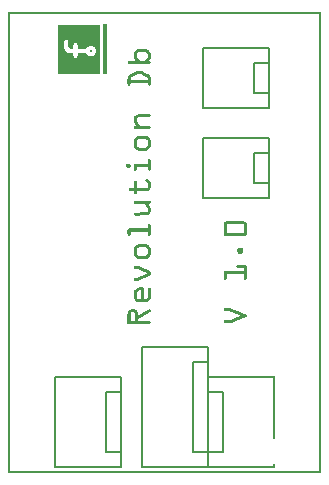
<source format=gto>
G04 MADE WITH FRITZING*
G04 WWW.FRITZING.ORG*
G04 DOUBLE SIDED*
G04 HOLES PLATED*
G04 CONTOUR ON CENTER OF CONTOUR VECTOR*
%ASAXBY*%
%FSLAX23Y23*%
%MOIN*%
%OFA0B0*%
%SFA1.0B1.0*%
%ADD10C,0.012488*%
%ADD11R,0.014849X0.165267*%
%ADD12C,0.005000*%
%ADD13R,0.001000X0.001000*%
%LNSILK1*%
G90*
G70*
G54D10*
X277Y1408D03*
G54D11*
X324Y1414D03*
G54D12*
X652Y1218D02*
X872Y1218D01*
D02*
X652Y1418D02*
X872Y1418D01*
D02*
X652Y1418D02*
X652Y1218D01*
D02*
X872Y1418D02*
X872Y1368D01*
D02*
X872Y1368D02*
X872Y1268D01*
D02*
X872Y1268D02*
X872Y1218D01*
D02*
X872Y1268D02*
X822Y1268D01*
D02*
X822Y1268D02*
X822Y1368D01*
D02*
X822Y1368D02*
X872Y1368D01*
D02*
X652Y918D02*
X872Y918D01*
D02*
X652Y1118D02*
X872Y1118D01*
D02*
X652Y1118D02*
X652Y918D01*
D02*
X872Y1118D02*
X872Y1068D01*
D02*
X872Y1068D02*
X872Y968D01*
D02*
X872Y968D02*
X872Y918D01*
D02*
X872Y968D02*
X822Y968D01*
D02*
X822Y968D02*
X822Y1068D01*
D02*
X822Y1068D02*
X872Y1068D01*
D02*
X447Y23D02*
X667Y23D01*
D02*
X447Y423D02*
X667Y423D01*
D02*
X447Y423D02*
X447Y23D01*
D02*
X667Y423D02*
X667Y373D01*
D02*
X667Y373D02*
X667Y73D01*
D02*
X667Y73D02*
X667Y23D01*
D02*
X667Y73D02*
X617Y73D01*
D02*
X617Y73D02*
X617Y373D01*
D02*
X617Y373D02*
X667Y373D01*
D02*
X887Y323D02*
X667Y323D01*
D02*
X887Y23D02*
X667Y23D01*
D02*
X667Y23D02*
X667Y73D01*
D02*
X667Y73D02*
X667Y273D01*
D02*
X667Y273D02*
X667Y323D01*
D02*
X667Y273D02*
X717Y273D01*
D02*
X717Y273D02*
X717Y73D01*
D02*
X717Y73D02*
X667Y73D01*
D02*
X157Y23D02*
X377Y23D01*
D02*
X157Y323D02*
X377Y323D01*
D02*
X157Y323D02*
X157Y23D01*
D02*
X377Y323D02*
X377Y273D01*
D02*
X377Y273D02*
X377Y73D01*
D02*
X377Y73D02*
X377Y23D01*
D02*
X377Y73D02*
X327Y73D01*
D02*
X327Y73D02*
X327Y273D01*
D02*
X327Y273D02*
X377Y273D01*
G54D13*
X1Y1539D02*
X1045Y1539D01*
X1Y1538D02*
X1045Y1538D01*
X1Y1537D02*
X1045Y1537D01*
X1Y1536D02*
X1045Y1536D01*
X1Y1535D02*
X1045Y1535D01*
X1Y1534D02*
X1045Y1534D01*
X1Y1533D02*
X1045Y1533D01*
X1Y1532D02*
X1045Y1532D01*
X1Y1531D02*
X8Y1531D01*
X1038Y1531D02*
X1045Y1531D01*
X1Y1530D02*
X8Y1530D01*
X1038Y1530D02*
X1045Y1530D01*
X1Y1529D02*
X8Y1529D01*
X1038Y1529D02*
X1045Y1529D01*
X1Y1528D02*
X8Y1528D01*
X1038Y1528D02*
X1045Y1528D01*
X1Y1527D02*
X8Y1527D01*
X1038Y1527D02*
X1045Y1527D01*
X1Y1526D02*
X8Y1526D01*
X1038Y1526D02*
X1045Y1526D01*
X1Y1525D02*
X8Y1525D01*
X1038Y1525D02*
X1045Y1525D01*
X1Y1524D02*
X8Y1524D01*
X1038Y1524D02*
X1045Y1524D01*
X1Y1523D02*
X8Y1523D01*
X1038Y1523D02*
X1045Y1523D01*
X1Y1522D02*
X8Y1522D01*
X1038Y1522D02*
X1045Y1522D01*
X1Y1521D02*
X8Y1521D01*
X1038Y1521D02*
X1045Y1521D01*
X1Y1520D02*
X8Y1520D01*
X1038Y1520D02*
X1045Y1520D01*
X1Y1519D02*
X8Y1519D01*
X1038Y1519D02*
X1045Y1519D01*
X1Y1518D02*
X8Y1518D01*
X1038Y1518D02*
X1045Y1518D01*
X1Y1517D02*
X8Y1517D01*
X1038Y1517D02*
X1045Y1517D01*
X1Y1516D02*
X8Y1516D01*
X1038Y1516D02*
X1045Y1516D01*
X1Y1515D02*
X8Y1515D01*
X1038Y1515D02*
X1045Y1515D01*
X1Y1514D02*
X8Y1514D01*
X1038Y1514D02*
X1045Y1514D01*
X1Y1513D02*
X8Y1513D01*
X1038Y1513D02*
X1045Y1513D01*
X1Y1512D02*
X8Y1512D01*
X1038Y1512D02*
X1045Y1512D01*
X1Y1511D02*
X8Y1511D01*
X1038Y1511D02*
X1045Y1511D01*
X1Y1510D02*
X8Y1510D01*
X1038Y1510D02*
X1045Y1510D01*
X1Y1509D02*
X8Y1509D01*
X1038Y1509D02*
X1045Y1509D01*
X1Y1508D02*
X8Y1508D01*
X1038Y1508D02*
X1045Y1508D01*
X1Y1507D02*
X8Y1507D01*
X1038Y1507D02*
X1045Y1507D01*
X1Y1506D02*
X8Y1506D01*
X1038Y1506D02*
X1045Y1506D01*
X1Y1505D02*
X8Y1505D01*
X1038Y1505D02*
X1045Y1505D01*
X1Y1504D02*
X8Y1504D01*
X1038Y1504D02*
X1045Y1504D01*
X1Y1503D02*
X8Y1503D01*
X1038Y1503D02*
X1045Y1503D01*
X1Y1502D02*
X8Y1502D01*
X1038Y1502D02*
X1045Y1502D01*
X1Y1501D02*
X8Y1501D01*
X1038Y1501D02*
X1045Y1501D01*
X1Y1500D02*
X8Y1500D01*
X1038Y1500D02*
X1045Y1500D01*
X1Y1499D02*
X8Y1499D01*
X1038Y1499D02*
X1045Y1499D01*
X1Y1498D02*
X8Y1498D01*
X1038Y1498D02*
X1045Y1498D01*
X1Y1497D02*
X8Y1497D01*
X1038Y1497D02*
X1045Y1497D01*
X1Y1496D02*
X8Y1496D01*
X167Y1496D02*
X307Y1496D01*
X1038Y1496D02*
X1045Y1496D01*
X1Y1495D02*
X8Y1495D01*
X167Y1495D02*
X307Y1495D01*
X1038Y1495D02*
X1045Y1495D01*
X1Y1494D02*
X8Y1494D01*
X167Y1494D02*
X307Y1494D01*
X1038Y1494D02*
X1045Y1494D01*
X1Y1493D02*
X8Y1493D01*
X167Y1493D02*
X307Y1493D01*
X1038Y1493D02*
X1045Y1493D01*
X1Y1492D02*
X8Y1492D01*
X167Y1492D02*
X307Y1492D01*
X1038Y1492D02*
X1045Y1492D01*
X1Y1491D02*
X8Y1491D01*
X167Y1491D02*
X307Y1491D01*
X1038Y1491D02*
X1045Y1491D01*
X1Y1490D02*
X8Y1490D01*
X167Y1490D02*
X307Y1490D01*
X1038Y1490D02*
X1045Y1490D01*
X1Y1489D02*
X8Y1489D01*
X167Y1489D02*
X307Y1489D01*
X1038Y1489D02*
X1045Y1489D01*
X1Y1488D02*
X8Y1488D01*
X167Y1488D02*
X307Y1488D01*
X1038Y1488D02*
X1045Y1488D01*
X1Y1487D02*
X8Y1487D01*
X167Y1487D02*
X307Y1487D01*
X1038Y1487D02*
X1045Y1487D01*
X1Y1486D02*
X8Y1486D01*
X167Y1486D02*
X307Y1486D01*
X1038Y1486D02*
X1045Y1486D01*
X1Y1485D02*
X8Y1485D01*
X167Y1485D02*
X307Y1485D01*
X1038Y1485D02*
X1045Y1485D01*
X1Y1484D02*
X8Y1484D01*
X167Y1484D02*
X307Y1484D01*
X1038Y1484D02*
X1045Y1484D01*
X1Y1483D02*
X8Y1483D01*
X167Y1483D02*
X307Y1483D01*
X1038Y1483D02*
X1045Y1483D01*
X1Y1482D02*
X8Y1482D01*
X167Y1482D02*
X307Y1482D01*
X1038Y1482D02*
X1045Y1482D01*
X1Y1481D02*
X8Y1481D01*
X167Y1481D02*
X307Y1481D01*
X1038Y1481D02*
X1045Y1481D01*
X1Y1480D02*
X8Y1480D01*
X167Y1480D02*
X307Y1480D01*
X1038Y1480D02*
X1045Y1480D01*
X1Y1479D02*
X8Y1479D01*
X167Y1479D02*
X307Y1479D01*
X1038Y1479D02*
X1045Y1479D01*
X1Y1478D02*
X8Y1478D01*
X167Y1478D02*
X307Y1478D01*
X1038Y1478D02*
X1045Y1478D01*
X1Y1477D02*
X8Y1477D01*
X167Y1477D02*
X307Y1477D01*
X1038Y1477D02*
X1045Y1477D01*
X1Y1476D02*
X8Y1476D01*
X167Y1476D02*
X307Y1476D01*
X1038Y1476D02*
X1045Y1476D01*
X1Y1475D02*
X8Y1475D01*
X167Y1475D02*
X307Y1475D01*
X1038Y1475D02*
X1045Y1475D01*
X1Y1474D02*
X8Y1474D01*
X167Y1474D02*
X307Y1474D01*
X1038Y1474D02*
X1045Y1474D01*
X1Y1473D02*
X8Y1473D01*
X167Y1473D02*
X307Y1473D01*
X1038Y1473D02*
X1045Y1473D01*
X1Y1472D02*
X8Y1472D01*
X167Y1472D02*
X307Y1472D01*
X1038Y1472D02*
X1045Y1472D01*
X1Y1471D02*
X8Y1471D01*
X167Y1471D02*
X307Y1471D01*
X1038Y1471D02*
X1045Y1471D01*
X1Y1470D02*
X8Y1470D01*
X167Y1470D02*
X307Y1470D01*
X1038Y1470D02*
X1045Y1470D01*
X1Y1469D02*
X8Y1469D01*
X167Y1469D02*
X307Y1469D01*
X1038Y1469D02*
X1045Y1469D01*
X1Y1468D02*
X8Y1468D01*
X167Y1468D02*
X307Y1468D01*
X1038Y1468D02*
X1045Y1468D01*
X1Y1467D02*
X8Y1467D01*
X167Y1467D02*
X307Y1467D01*
X1038Y1467D02*
X1045Y1467D01*
X1Y1466D02*
X8Y1466D01*
X167Y1466D02*
X307Y1466D01*
X1038Y1466D02*
X1045Y1466D01*
X1Y1465D02*
X8Y1465D01*
X167Y1465D02*
X307Y1465D01*
X1038Y1465D02*
X1045Y1465D01*
X1Y1464D02*
X8Y1464D01*
X167Y1464D02*
X307Y1464D01*
X1038Y1464D02*
X1045Y1464D01*
X1Y1463D02*
X8Y1463D01*
X167Y1463D02*
X307Y1463D01*
X1038Y1463D02*
X1045Y1463D01*
X1Y1462D02*
X8Y1462D01*
X167Y1462D02*
X307Y1462D01*
X1038Y1462D02*
X1045Y1462D01*
X1Y1461D02*
X8Y1461D01*
X167Y1461D02*
X307Y1461D01*
X1038Y1461D02*
X1045Y1461D01*
X1Y1460D02*
X8Y1460D01*
X167Y1460D02*
X307Y1460D01*
X1038Y1460D02*
X1045Y1460D01*
X1Y1459D02*
X8Y1459D01*
X167Y1459D02*
X307Y1459D01*
X1038Y1459D02*
X1045Y1459D01*
X1Y1458D02*
X8Y1458D01*
X167Y1458D02*
X307Y1458D01*
X1038Y1458D02*
X1045Y1458D01*
X1Y1457D02*
X8Y1457D01*
X167Y1457D02*
X307Y1457D01*
X1038Y1457D02*
X1045Y1457D01*
X1Y1456D02*
X8Y1456D01*
X167Y1456D02*
X307Y1456D01*
X1038Y1456D02*
X1045Y1456D01*
X1Y1455D02*
X8Y1455D01*
X167Y1455D02*
X307Y1455D01*
X1038Y1455D02*
X1045Y1455D01*
X1Y1454D02*
X8Y1454D01*
X167Y1454D02*
X307Y1454D01*
X1038Y1454D02*
X1045Y1454D01*
X1Y1453D02*
X8Y1453D01*
X167Y1453D02*
X307Y1453D01*
X1038Y1453D02*
X1045Y1453D01*
X1Y1452D02*
X8Y1452D01*
X167Y1452D02*
X307Y1452D01*
X1038Y1452D02*
X1045Y1452D01*
X1Y1451D02*
X8Y1451D01*
X167Y1451D02*
X307Y1451D01*
X1038Y1451D02*
X1045Y1451D01*
X1Y1450D02*
X8Y1450D01*
X167Y1450D02*
X307Y1450D01*
X1038Y1450D02*
X1045Y1450D01*
X1Y1449D02*
X8Y1449D01*
X167Y1449D02*
X307Y1449D01*
X1038Y1449D02*
X1045Y1449D01*
X1Y1448D02*
X8Y1448D01*
X167Y1448D02*
X307Y1448D01*
X1038Y1448D02*
X1045Y1448D01*
X1Y1447D02*
X8Y1447D01*
X167Y1447D02*
X307Y1447D01*
X1038Y1447D02*
X1045Y1447D01*
X1Y1446D02*
X8Y1446D01*
X167Y1446D02*
X307Y1446D01*
X1038Y1446D02*
X1045Y1446D01*
X1Y1445D02*
X8Y1445D01*
X167Y1445D02*
X191Y1445D01*
X199Y1445D02*
X307Y1445D01*
X1038Y1445D02*
X1045Y1445D01*
X1Y1444D02*
X8Y1444D01*
X167Y1444D02*
X190Y1444D01*
X201Y1444D02*
X307Y1444D01*
X1038Y1444D02*
X1045Y1444D01*
X1Y1443D02*
X8Y1443D01*
X167Y1443D02*
X189Y1443D01*
X202Y1443D02*
X307Y1443D01*
X1038Y1443D02*
X1045Y1443D01*
X1Y1442D02*
X8Y1442D01*
X167Y1442D02*
X188Y1442D01*
X202Y1442D02*
X307Y1442D01*
X1038Y1442D02*
X1045Y1442D01*
X1Y1441D02*
X8Y1441D01*
X167Y1441D02*
X188Y1441D01*
X203Y1441D02*
X307Y1441D01*
X1038Y1441D02*
X1045Y1441D01*
X1Y1440D02*
X8Y1440D01*
X167Y1440D02*
X188Y1440D01*
X203Y1440D02*
X307Y1440D01*
X1038Y1440D02*
X1045Y1440D01*
X1Y1439D02*
X8Y1439D01*
X167Y1439D02*
X187Y1439D01*
X203Y1439D02*
X307Y1439D01*
X1038Y1439D02*
X1045Y1439D01*
X1Y1438D02*
X8Y1438D01*
X167Y1438D02*
X187Y1438D01*
X203Y1438D02*
X307Y1438D01*
X1038Y1438D02*
X1045Y1438D01*
X1Y1437D02*
X8Y1437D01*
X167Y1437D02*
X187Y1437D01*
X203Y1437D02*
X307Y1437D01*
X1038Y1437D02*
X1045Y1437D01*
X1Y1436D02*
X8Y1436D01*
X167Y1436D02*
X187Y1436D01*
X203Y1436D02*
X307Y1436D01*
X1038Y1436D02*
X1045Y1436D01*
X1Y1435D02*
X8Y1435D01*
X167Y1435D02*
X187Y1435D01*
X203Y1435D02*
X307Y1435D01*
X1038Y1435D02*
X1045Y1435D01*
X1Y1434D02*
X8Y1434D01*
X167Y1434D02*
X187Y1434D01*
X203Y1434D02*
X222Y1434D01*
X230Y1434D02*
X307Y1434D01*
X1038Y1434D02*
X1045Y1434D01*
X1Y1433D02*
X8Y1433D01*
X167Y1433D02*
X187Y1433D01*
X203Y1433D02*
X221Y1433D01*
X232Y1433D02*
X307Y1433D01*
X1038Y1433D02*
X1045Y1433D01*
X1Y1432D02*
X8Y1432D01*
X167Y1432D02*
X187Y1432D01*
X203Y1432D02*
X220Y1432D01*
X233Y1432D02*
X307Y1432D01*
X1038Y1432D02*
X1045Y1432D01*
X1Y1431D02*
X8Y1431D01*
X167Y1431D02*
X187Y1431D01*
X203Y1431D02*
X219Y1431D01*
X233Y1431D02*
X307Y1431D01*
X1038Y1431D02*
X1045Y1431D01*
X1Y1430D02*
X8Y1430D01*
X167Y1430D02*
X187Y1430D01*
X203Y1430D02*
X219Y1430D01*
X233Y1430D02*
X307Y1430D01*
X1038Y1430D02*
X1045Y1430D01*
X1Y1429D02*
X8Y1429D01*
X167Y1429D02*
X187Y1429D01*
X203Y1429D02*
X219Y1429D01*
X234Y1429D02*
X307Y1429D01*
X1038Y1429D02*
X1045Y1429D01*
X1Y1428D02*
X8Y1428D01*
X167Y1428D02*
X187Y1428D01*
X203Y1428D02*
X218Y1428D01*
X234Y1428D02*
X307Y1428D01*
X1038Y1428D02*
X1045Y1428D01*
X1Y1427D02*
X8Y1427D01*
X167Y1427D02*
X187Y1427D01*
X203Y1427D02*
X218Y1427D01*
X234Y1427D02*
X307Y1427D01*
X1038Y1427D02*
X1045Y1427D01*
X1Y1426D02*
X8Y1426D01*
X167Y1426D02*
X187Y1426D01*
X203Y1426D02*
X218Y1426D01*
X234Y1426D02*
X307Y1426D01*
X1038Y1426D02*
X1045Y1426D01*
X1Y1425D02*
X8Y1425D01*
X167Y1425D02*
X187Y1425D01*
X203Y1425D02*
X218Y1425D01*
X234Y1425D02*
X272Y1425D01*
X282Y1425D02*
X307Y1425D01*
X1038Y1425D02*
X1045Y1425D01*
X1Y1424D02*
X8Y1424D01*
X167Y1424D02*
X187Y1424D01*
X203Y1424D02*
X218Y1424D01*
X234Y1424D02*
X269Y1424D01*
X285Y1424D02*
X307Y1424D01*
X1038Y1424D02*
X1045Y1424D01*
X1Y1423D02*
X8Y1423D01*
X167Y1423D02*
X187Y1423D01*
X204Y1423D02*
X218Y1423D01*
X234Y1423D02*
X268Y1423D01*
X286Y1423D02*
X307Y1423D01*
X1038Y1423D02*
X1045Y1423D01*
X1Y1422D02*
X8Y1422D01*
X167Y1422D02*
X187Y1422D01*
X204Y1422D02*
X218Y1422D01*
X234Y1422D02*
X266Y1422D01*
X288Y1422D02*
X307Y1422D01*
X1038Y1422D02*
X1045Y1422D01*
X1Y1421D02*
X8Y1421D01*
X167Y1421D02*
X187Y1421D01*
X204Y1421D02*
X218Y1421D01*
X234Y1421D02*
X265Y1421D01*
X289Y1421D02*
X307Y1421D01*
X1038Y1421D02*
X1045Y1421D01*
X1Y1420D02*
X8Y1420D01*
X167Y1420D02*
X187Y1420D01*
X204Y1420D02*
X218Y1420D01*
X234Y1420D02*
X264Y1420D01*
X290Y1420D02*
X307Y1420D01*
X1038Y1420D02*
X1045Y1420D01*
X1Y1419D02*
X8Y1419D01*
X167Y1419D02*
X188Y1419D01*
X204Y1419D02*
X218Y1419D01*
X234Y1419D02*
X263Y1419D01*
X291Y1419D02*
X307Y1419D01*
X1038Y1419D02*
X1045Y1419D01*
X1Y1418D02*
X8Y1418D01*
X167Y1418D02*
X188Y1418D01*
X205Y1418D02*
X218Y1418D01*
X234Y1418D02*
X262Y1418D01*
X292Y1418D02*
X307Y1418D01*
X1038Y1418D02*
X1045Y1418D01*
X1Y1417D02*
X8Y1417D01*
X167Y1417D02*
X188Y1417D01*
X207Y1417D02*
X218Y1417D01*
X234Y1417D02*
X262Y1417D01*
X292Y1417D02*
X307Y1417D01*
X1038Y1417D02*
X1045Y1417D01*
X1Y1416D02*
X8Y1416D01*
X167Y1416D02*
X188Y1416D01*
X293Y1416D02*
X307Y1416D01*
X1038Y1416D02*
X1045Y1416D01*
X1Y1415D02*
X8Y1415D01*
X167Y1415D02*
X188Y1415D01*
X293Y1415D02*
X307Y1415D01*
X436Y1415D02*
X462Y1415D01*
X1038Y1415D02*
X1045Y1415D01*
X1Y1414D02*
X8Y1414D01*
X167Y1414D02*
X189Y1414D01*
X294Y1414D02*
X307Y1414D01*
X433Y1414D02*
X464Y1414D01*
X1038Y1414D02*
X1045Y1414D01*
X1Y1413D02*
X8Y1413D01*
X167Y1413D02*
X189Y1413D01*
X294Y1413D02*
X307Y1413D01*
X431Y1413D02*
X466Y1413D01*
X1038Y1413D02*
X1045Y1413D01*
X1Y1412D02*
X8Y1412D01*
X167Y1412D02*
X190Y1412D01*
X294Y1412D02*
X307Y1412D01*
X430Y1412D02*
X467Y1412D01*
X1038Y1412D02*
X1045Y1412D01*
X1Y1411D02*
X8Y1411D01*
X167Y1411D02*
X190Y1411D01*
X294Y1411D02*
X307Y1411D01*
X428Y1411D02*
X469Y1411D01*
X1038Y1411D02*
X1045Y1411D01*
X1Y1410D02*
X8Y1410D01*
X167Y1410D02*
X191Y1410D01*
X295Y1410D02*
X307Y1410D01*
X427Y1410D02*
X470Y1410D01*
X1038Y1410D02*
X1045Y1410D01*
X1Y1409D02*
X8Y1409D01*
X167Y1409D02*
X192Y1409D01*
X295Y1409D02*
X307Y1409D01*
X427Y1409D02*
X471Y1409D01*
X1038Y1409D02*
X1045Y1409D01*
X1Y1408D02*
X8Y1408D01*
X167Y1408D02*
X193Y1408D01*
X295Y1408D02*
X307Y1408D01*
X426Y1408D02*
X471Y1408D01*
X1038Y1408D02*
X1045Y1408D01*
X1Y1407D02*
X8Y1407D01*
X167Y1407D02*
X194Y1407D01*
X295Y1407D02*
X307Y1407D01*
X425Y1407D02*
X472Y1407D01*
X1038Y1407D02*
X1045Y1407D01*
X1Y1406D02*
X8Y1406D01*
X167Y1406D02*
X195Y1406D01*
X294Y1406D02*
X307Y1406D01*
X424Y1406D02*
X473Y1406D01*
X1038Y1406D02*
X1045Y1406D01*
X1Y1405D02*
X8Y1405D01*
X167Y1405D02*
X196Y1405D01*
X294Y1405D02*
X307Y1405D01*
X423Y1405D02*
X437Y1405D01*
X461Y1405D02*
X474Y1405D01*
X1038Y1405D02*
X1045Y1405D01*
X1Y1404D02*
X8Y1404D01*
X167Y1404D02*
X198Y1404D01*
X294Y1404D02*
X307Y1404D01*
X423Y1404D02*
X435Y1404D01*
X462Y1404D02*
X475Y1404D01*
X1038Y1404D02*
X1045Y1404D01*
X1Y1403D02*
X8Y1403D01*
X167Y1403D02*
X199Y1403D01*
X294Y1403D02*
X307Y1403D01*
X422Y1403D02*
X434Y1403D01*
X463Y1403D02*
X475Y1403D01*
X1038Y1403D02*
X1045Y1403D01*
X1Y1402D02*
X8Y1402D01*
X167Y1402D02*
X202Y1402D01*
X293Y1402D02*
X307Y1402D01*
X422Y1402D02*
X433Y1402D01*
X464Y1402D02*
X475Y1402D01*
X1038Y1402D02*
X1045Y1402D01*
X1Y1401D02*
X8Y1401D01*
X167Y1401D02*
X208Y1401D01*
X293Y1401D02*
X307Y1401D01*
X421Y1401D02*
X432Y1401D01*
X465Y1401D02*
X476Y1401D01*
X1038Y1401D02*
X1045Y1401D01*
X1Y1400D02*
X8Y1400D01*
X167Y1400D02*
X218Y1400D01*
X234Y1400D02*
X262Y1400D01*
X292Y1400D02*
X307Y1400D01*
X421Y1400D02*
X431Y1400D01*
X466Y1400D02*
X476Y1400D01*
X1038Y1400D02*
X1045Y1400D01*
X1Y1399D02*
X8Y1399D01*
X167Y1399D02*
X218Y1399D01*
X234Y1399D02*
X262Y1399D01*
X292Y1399D02*
X307Y1399D01*
X421Y1399D02*
X431Y1399D01*
X467Y1399D02*
X476Y1399D01*
X1038Y1399D02*
X1045Y1399D01*
X1Y1398D02*
X8Y1398D01*
X167Y1398D02*
X218Y1398D01*
X234Y1398D02*
X263Y1398D01*
X291Y1398D02*
X307Y1398D01*
X421Y1398D02*
X430Y1398D01*
X467Y1398D02*
X476Y1398D01*
X1038Y1398D02*
X1045Y1398D01*
X1Y1397D02*
X8Y1397D01*
X167Y1397D02*
X218Y1397D01*
X234Y1397D02*
X264Y1397D01*
X290Y1397D02*
X307Y1397D01*
X421Y1397D02*
X430Y1397D01*
X467Y1397D02*
X476Y1397D01*
X1038Y1397D02*
X1045Y1397D01*
X1Y1396D02*
X8Y1396D01*
X167Y1396D02*
X218Y1396D01*
X234Y1396D02*
X265Y1396D01*
X289Y1396D02*
X307Y1396D01*
X421Y1396D02*
X430Y1396D01*
X467Y1396D02*
X476Y1396D01*
X1038Y1396D02*
X1045Y1396D01*
X1Y1395D02*
X8Y1395D01*
X167Y1395D02*
X218Y1395D01*
X234Y1395D02*
X266Y1395D01*
X288Y1395D02*
X307Y1395D01*
X421Y1395D02*
X430Y1395D01*
X467Y1395D02*
X476Y1395D01*
X1038Y1395D02*
X1045Y1395D01*
X1Y1394D02*
X8Y1394D01*
X167Y1394D02*
X218Y1394D01*
X234Y1394D02*
X267Y1394D01*
X287Y1394D02*
X307Y1394D01*
X421Y1394D02*
X430Y1394D01*
X467Y1394D02*
X476Y1394D01*
X1038Y1394D02*
X1045Y1394D01*
X1Y1393D02*
X8Y1393D01*
X167Y1393D02*
X218Y1393D01*
X234Y1393D02*
X269Y1393D01*
X285Y1393D02*
X307Y1393D01*
X421Y1393D02*
X430Y1393D01*
X467Y1393D02*
X476Y1393D01*
X1038Y1393D02*
X1045Y1393D01*
X1Y1392D02*
X8Y1392D01*
X167Y1392D02*
X218Y1392D01*
X234Y1392D02*
X272Y1392D01*
X282Y1392D02*
X307Y1392D01*
X421Y1392D02*
X430Y1392D01*
X467Y1392D02*
X476Y1392D01*
X1038Y1392D02*
X1045Y1392D01*
X1Y1391D02*
X8Y1391D01*
X167Y1391D02*
X219Y1391D01*
X234Y1391D02*
X307Y1391D01*
X421Y1391D02*
X430Y1391D01*
X467Y1391D02*
X476Y1391D01*
X1038Y1391D02*
X1045Y1391D01*
X1Y1390D02*
X8Y1390D01*
X167Y1390D02*
X219Y1390D01*
X233Y1390D02*
X307Y1390D01*
X421Y1390D02*
X430Y1390D01*
X467Y1390D02*
X476Y1390D01*
X1038Y1390D02*
X1045Y1390D01*
X1Y1389D02*
X8Y1389D01*
X167Y1389D02*
X220Y1389D01*
X233Y1389D02*
X307Y1389D01*
X421Y1389D02*
X430Y1389D01*
X467Y1389D02*
X476Y1389D01*
X1038Y1389D02*
X1045Y1389D01*
X1Y1388D02*
X8Y1388D01*
X167Y1388D02*
X220Y1388D01*
X232Y1388D02*
X307Y1388D01*
X421Y1388D02*
X430Y1388D01*
X467Y1388D02*
X476Y1388D01*
X1038Y1388D02*
X1045Y1388D01*
X1Y1387D02*
X8Y1387D01*
X167Y1387D02*
X222Y1387D01*
X231Y1387D02*
X307Y1387D01*
X421Y1387D02*
X430Y1387D01*
X467Y1387D02*
X476Y1387D01*
X1038Y1387D02*
X1045Y1387D01*
X1Y1386D02*
X8Y1386D01*
X167Y1386D02*
X307Y1386D01*
X421Y1386D02*
X431Y1386D01*
X466Y1386D02*
X476Y1386D01*
X1038Y1386D02*
X1045Y1386D01*
X1Y1385D02*
X8Y1385D01*
X167Y1385D02*
X307Y1385D01*
X421Y1385D02*
X432Y1385D01*
X465Y1385D02*
X476Y1385D01*
X1038Y1385D02*
X1045Y1385D01*
X1Y1384D02*
X8Y1384D01*
X167Y1384D02*
X307Y1384D01*
X422Y1384D02*
X433Y1384D01*
X465Y1384D02*
X476Y1384D01*
X1038Y1384D02*
X1045Y1384D01*
X1Y1383D02*
X8Y1383D01*
X167Y1383D02*
X307Y1383D01*
X422Y1383D02*
X433Y1383D01*
X464Y1383D02*
X475Y1383D01*
X1038Y1383D02*
X1045Y1383D01*
X1Y1382D02*
X8Y1382D01*
X167Y1382D02*
X307Y1382D01*
X423Y1382D02*
X434Y1382D01*
X463Y1382D02*
X475Y1382D01*
X1038Y1382D02*
X1045Y1382D01*
X1Y1381D02*
X8Y1381D01*
X167Y1381D02*
X307Y1381D01*
X423Y1381D02*
X435Y1381D01*
X462Y1381D02*
X474Y1381D01*
X1038Y1381D02*
X1045Y1381D01*
X1Y1380D02*
X8Y1380D01*
X167Y1380D02*
X307Y1380D01*
X424Y1380D02*
X436Y1380D01*
X461Y1380D02*
X474Y1380D01*
X1038Y1380D02*
X1045Y1380D01*
X1Y1379D02*
X8Y1379D01*
X167Y1379D02*
X307Y1379D01*
X424Y1379D02*
X437Y1379D01*
X460Y1379D02*
X473Y1379D01*
X1038Y1379D02*
X1045Y1379D01*
X1Y1378D02*
X8Y1378D01*
X167Y1378D02*
X307Y1378D01*
X425Y1378D02*
X438Y1378D01*
X459Y1378D02*
X472Y1378D01*
X1038Y1378D02*
X1045Y1378D01*
X1Y1377D02*
X8Y1377D01*
X167Y1377D02*
X307Y1377D01*
X426Y1377D02*
X439Y1377D01*
X458Y1377D02*
X471Y1377D01*
X1038Y1377D02*
X1045Y1377D01*
X1Y1376D02*
X8Y1376D01*
X167Y1376D02*
X307Y1376D01*
X427Y1376D02*
X440Y1376D01*
X457Y1376D02*
X470Y1376D01*
X1038Y1376D02*
X1045Y1376D01*
X1Y1375D02*
X8Y1375D01*
X167Y1375D02*
X307Y1375D01*
X402Y1375D02*
X474Y1375D01*
X1038Y1375D02*
X1045Y1375D01*
X1Y1374D02*
X8Y1374D01*
X167Y1374D02*
X307Y1374D01*
X401Y1374D02*
X475Y1374D01*
X1038Y1374D02*
X1045Y1374D01*
X1Y1373D02*
X8Y1373D01*
X167Y1373D02*
X307Y1373D01*
X400Y1373D02*
X476Y1373D01*
X1038Y1373D02*
X1045Y1373D01*
X1Y1372D02*
X8Y1372D01*
X167Y1372D02*
X307Y1372D01*
X400Y1372D02*
X476Y1372D01*
X1038Y1372D02*
X1045Y1372D01*
X1Y1371D02*
X8Y1371D01*
X167Y1371D02*
X307Y1371D01*
X400Y1371D02*
X476Y1371D01*
X1038Y1371D02*
X1045Y1371D01*
X1Y1370D02*
X8Y1370D01*
X167Y1370D02*
X307Y1370D01*
X400Y1370D02*
X476Y1370D01*
X1038Y1370D02*
X1045Y1370D01*
X1Y1369D02*
X8Y1369D01*
X167Y1369D02*
X307Y1369D01*
X400Y1369D02*
X476Y1369D01*
X1038Y1369D02*
X1045Y1369D01*
X1Y1368D02*
X8Y1368D01*
X167Y1368D02*
X307Y1368D01*
X400Y1368D02*
X476Y1368D01*
X1038Y1368D02*
X1045Y1368D01*
X1Y1367D02*
X8Y1367D01*
X167Y1367D02*
X307Y1367D01*
X401Y1367D02*
X475Y1367D01*
X1038Y1367D02*
X1045Y1367D01*
X1Y1366D02*
X8Y1366D01*
X167Y1366D02*
X307Y1366D01*
X402Y1366D02*
X474Y1366D01*
X1038Y1366D02*
X1045Y1366D01*
X1Y1365D02*
X8Y1365D01*
X167Y1365D02*
X307Y1365D01*
X1038Y1365D02*
X1045Y1365D01*
X1Y1364D02*
X8Y1364D01*
X167Y1364D02*
X307Y1364D01*
X1038Y1364D02*
X1045Y1364D01*
X1Y1363D02*
X8Y1363D01*
X167Y1363D02*
X307Y1363D01*
X1038Y1363D02*
X1045Y1363D01*
X1Y1362D02*
X8Y1362D01*
X167Y1362D02*
X307Y1362D01*
X1038Y1362D02*
X1045Y1362D01*
X1Y1361D02*
X8Y1361D01*
X167Y1361D02*
X307Y1361D01*
X1038Y1361D02*
X1045Y1361D01*
X1Y1360D02*
X8Y1360D01*
X167Y1360D02*
X307Y1360D01*
X1038Y1360D02*
X1045Y1360D01*
X1Y1359D02*
X8Y1359D01*
X167Y1359D02*
X307Y1359D01*
X1038Y1359D02*
X1045Y1359D01*
X1Y1358D02*
X8Y1358D01*
X167Y1358D02*
X307Y1358D01*
X1038Y1358D02*
X1045Y1358D01*
X1Y1357D02*
X8Y1357D01*
X167Y1357D02*
X307Y1357D01*
X1038Y1357D02*
X1045Y1357D01*
X1Y1356D02*
X8Y1356D01*
X167Y1356D02*
X307Y1356D01*
X1038Y1356D02*
X1045Y1356D01*
X1Y1355D02*
X8Y1355D01*
X167Y1355D02*
X307Y1355D01*
X1038Y1355D02*
X1045Y1355D01*
X1Y1354D02*
X8Y1354D01*
X167Y1354D02*
X307Y1354D01*
X1038Y1354D02*
X1045Y1354D01*
X1Y1353D02*
X8Y1353D01*
X167Y1353D02*
X307Y1353D01*
X1038Y1353D02*
X1045Y1353D01*
X1Y1352D02*
X8Y1352D01*
X167Y1352D02*
X307Y1352D01*
X1038Y1352D02*
X1045Y1352D01*
X1Y1351D02*
X8Y1351D01*
X167Y1351D02*
X307Y1351D01*
X1038Y1351D02*
X1045Y1351D01*
X1Y1350D02*
X8Y1350D01*
X167Y1350D02*
X307Y1350D01*
X1038Y1350D02*
X1045Y1350D01*
X1Y1349D02*
X8Y1349D01*
X167Y1349D02*
X307Y1349D01*
X1038Y1349D02*
X1045Y1349D01*
X1Y1348D02*
X8Y1348D01*
X167Y1348D02*
X307Y1348D01*
X1038Y1348D02*
X1045Y1348D01*
X1Y1347D02*
X8Y1347D01*
X167Y1347D02*
X307Y1347D01*
X1038Y1347D02*
X1045Y1347D01*
X1Y1346D02*
X8Y1346D01*
X167Y1346D02*
X307Y1346D01*
X1038Y1346D02*
X1045Y1346D01*
X1Y1345D02*
X8Y1345D01*
X167Y1345D02*
X307Y1345D01*
X1038Y1345D02*
X1045Y1345D01*
X1Y1344D02*
X8Y1344D01*
X167Y1344D02*
X307Y1344D01*
X1038Y1344D02*
X1045Y1344D01*
X1Y1343D02*
X8Y1343D01*
X167Y1343D02*
X307Y1343D01*
X1038Y1343D02*
X1045Y1343D01*
X1Y1342D02*
X8Y1342D01*
X167Y1342D02*
X307Y1342D01*
X432Y1342D02*
X444Y1342D01*
X1038Y1342D02*
X1045Y1342D01*
X1Y1341D02*
X8Y1341D01*
X167Y1341D02*
X307Y1341D01*
X429Y1341D02*
X447Y1341D01*
X1038Y1341D02*
X1045Y1341D01*
X1Y1340D02*
X8Y1340D01*
X167Y1340D02*
X307Y1340D01*
X427Y1340D02*
X449Y1340D01*
X1038Y1340D02*
X1045Y1340D01*
X1Y1339D02*
X8Y1339D01*
X167Y1339D02*
X307Y1339D01*
X425Y1339D02*
X451Y1339D01*
X1038Y1339D02*
X1045Y1339D01*
X1Y1338D02*
X8Y1338D01*
X167Y1338D02*
X307Y1338D01*
X423Y1338D02*
X453Y1338D01*
X1038Y1338D02*
X1045Y1338D01*
X1Y1337D02*
X8Y1337D01*
X167Y1337D02*
X307Y1337D01*
X421Y1337D02*
X455Y1337D01*
X1038Y1337D02*
X1045Y1337D01*
X1Y1336D02*
X8Y1336D01*
X167Y1336D02*
X307Y1336D01*
X419Y1336D02*
X457Y1336D01*
X1038Y1336D02*
X1045Y1336D01*
X1Y1335D02*
X8Y1335D01*
X167Y1335D02*
X307Y1335D01*
X417Y1335D02*
X459Y1335D01*
X1038Y1335D02*
X1045Y1335D01*
X1Y1334D02*
X8Y1334D01*
X167Y1334D02*
X307Y1334D01*
X415Y1334D02*
X461Y1334D01*
X1038Y1334D02*
X1045Y1334D01*
X1Y1333D02*
X8Y1333D01*
X167Y1333D02*
X307Y1333D01*
X413Y1333D02*
X463Y1333D01*
X1038Y1333D02*
X1045Y1333D01*
X1Y1332D02*
X8Y1332D01*
X167Y1332D02*
X307Y1332D01*
X411Y1332D02*
X433Y1332D01*
X443Y1332D02*
X465Y1332D01*
X1038Y1332D02*
X1045Y1332D01*
X1Y1331D02*
X8Y1331D01*
X409Y1331D02*
X431Y1331D01*
X445Y1331D02*
X467Y1331D01*
X1038Y1331D02*
X1045Y1331D01*
X1Y1330D02*
X8Y1330D01*
X407Y1330D02*
X429Y1330D01*
X447Y1330D02*
X469Y1330D01*
X1038Y1330D02*
X1045Y1330D01*
X1Y1329D02*
X8Y1329D01*
X406Y1329D02*
X427Y1329D01*
X449Y1329D02*
X471Y1329D01*
X1038Y1329D02*
X1045Y1329D01*
X1Y1328D02*
X8Y1328D01*
X405Y1328D02*
X425Y1328D01*
X451Y1328D02*
X472Y1328D01*
X1038Y1328D02*
X1045Y1328D01*
X1Y1327D02*
X8Y1327D01*
X404Y1327D02*
X423Y1327D01*
X453Y1327D02*
X473Y1327D01*
X1038Y1327D02*
X1045Y1327D01*
X1Y1326D02*
X8Y1326D01*
X403Y1326D02*
X421Y1326D01*
X455Y1326D02*
X473Y1326D01*
X1038Y1326D02*
X1045Y1326D01*
X1Y1325D02*
X8Y1325D01*
X402Y1325D02*
X419Y1325D01*
X457Y1325D02*
X474Y1325D01*
X1038Y1325D02*
X1045Y1325D01*
X1Y1324D02*
X8Y1324D01*
X401Y1324D02*
X417Y1324D01*
X459Y1324D02*
X475Y1324D01*
X1038Y1324D02*
X1045Y1324D01*
X1Y1323D02*
X8Y1323D01*
X401Y1323D02*
X415Y1323D01*
X461Y1323D02*
X475Y1323D01*
X1038Y1323D02*
X1045Y1323D01*
X1Y1322D02*
X8Y1322D01*
X400Y1322D02*
X413Y1322D01*
X463Y1322D02*
X476Y1322D01*
X1038Y1322D02*
X1045Y1322D01*
X1Y1321D02*
X8Y1321D01*
X400Y1321D02*
X411Y1321D01*
X465Y1321D02*
X476Y1321D01*
X1038Y1321D02*
X1045Y1321D01*
X1Y1320D02*
X8Y1320D01*
X400Y1320D02*
X410Y1320D01*
X466Y1320D02*
X476Y1320D01*
X1038Y1320D02*
X1045Y1320D01*
X1Y1319D02*
X8Y1319D01*
X400Y1319D02*
X409Y1319D01*
X467Y1319D02*
X476Y1319D01*
X1038Y1319D02*
X1045Y1319D01*
X1Y1318D02*
X8Y1318D01*
X400Y1318D02*
X409Y1318D01*
X467Y1318D02*
X476Y1318D01*
X1038Y1318D02*
X1045Y1318D01*
X1Y1317D02*
X8Y1317D01*
X400Y1317D02*
X409Y1317D01*
X467Y1317D02*
X476Y1317D01*
X1038Y1317D02*
X1045Y1317D01*
X1Y1316D02*
X8Y1316D01*
X399Y1316D02*
X409Y1316D01*
X467Y1316D02*
X476Y1316D01*
X1038Y1316D02*
X1045Y1316D01*
X1Y1315D02*
X8Y1315D01*
X399Y1315D02*
X409Y1315D01*
X467Y1315D02*
X476Y1315D01*
X1038Y1315D02*
X1045Y1315D01*
X1Y1314D02*
X8Y1314D01*
X399Y1314D02*
X409Y1314D01*
X467Y1314D02*
X476Y1314D01*
X1038Y1314D02*
X1045Y1314D01*
X1Y1313D02*
X8Y1313D01*
X399Y1313D02*
X476Y1313D01*
X1038Y1313D02*
X1045Y1313D01*
X1Y1312D02*
X8Y1312D01*
X399Y1312D02*
X476Y1312D01*
X1038Y1312D02*
X1045Y1312D01*
X1Y1311D02*
X8Y1311D01*
X399Y1311D02*
X476Y1311D01*
X1038Y1311D02*
X1045Y1311D01*
X1Y1310D02*
X8Y1310D01*
X399Y1310D02*
X476Y1310D01*
X1038Y1310D02*
X1045Y1310D01*
X1Y1309D02*
X8Y1309D01*
X399Y1309D02*
X476Y1309D01*
X1038Y1309D02*
X1045Y1309D01*
X1Y1308D02*
X8Y1308D01*
X399Y1308D02*
X476Y1308D01*
X1038Y1308D02*
X1045Y1308D01*
X1Y1307D02*
X8Y1307D01*
X399Y1307D02*
X476Y1307D01*
X1038Y1307D02*
X1045Y1307D01*
X1Y1306D02*
X8Y1306D01*
X399Y1306D02*
X476Y1306D01*
X1038Y1306D02*
X1045Y1306D01*
X1Y1305D02*
X8Y1305D01*
X399Y1305D02*
X476Y1305D01*
X1038Y1305D02*
X1045Y1305D01*
X1Y1304D02*
X8Y1304D01*
X399Y1304D02*
X476Y1304D01*
X1038Y1304D02*
X1045Y1304D01*
X1Y1303D02*
X8Y1303D01*
X399Y1303D02*
X409Y1303D01*
X467Y1303D02*
X476Y1303D01*
X1038Y1303D02*
X1045Y1303D01*
X1Y1302D02*
X8Y1302D01*
X399Y1302D02*
X409Y1302D01*
X467Y1302D02*
X476Y1302D01*
X1038Y1302D02*
X1045Y1302D01*
X1Y1301D02*
X8Y1301D01*
X399Y1301D02*
X409Y1301D01*
X467Y1301D02*
X476Y1301D01*
X1038Y1301D02*
X1045Y1301D01*
X1Y1300D02*
X8Y1300D01*
X399Y1300D02*
X409Y1300D01*
X467Y1300D02*
X476Y1300D01*
X1038Y1300D02*
X1045Y1300D01*
X1Y1299D02*
X8Y1299D01*
X399Y1299D02*
X409Y1299D01*
X467Y1299D02*
X476Y1299D01*
X1038Y1299D02*
X1045Y1299D01*
X1Y1298D02*
X8Y1298D01*
X400Y1298D02*
X409Y1298D01*
X467Y1298D02*
X476Y1298D01*
X1038Y1298D02*
X1045Y1298D01*
X1Y1297D02*
X8Y1297D01*
X400Y1297D02*
X408Y1297D01*
X468Y1297D02*
X476Y1297D01*
X1038Y1297D02*
X1045Y1297D01*
X1Y1296D02*
X8Y1296D01*
X400Y1296D02*
X408Y1296D01*
X468Y1296D02*
X476Y1296D01*
X1038Y1296D02*
X1045Y1296D01*
X1Y1295D02*
X8Y1295D01*
X401Y1295D02*
X407Y1295D01*
X469Y1295D02*
X475Y1295D01*
X1038Y1295D02*
X1045Y1295D01*
X1Y1294D02*
X8Y1294D01*
X402Y1294D02*
X406Y1294D01*
X470Y1294D02*
X474Y1294D01*
X1038Y1294D02*
X1045Y1294D01*
X1Y1293D02*
X8Y1293D01*
X1038Y1293D02*
X1045Y1293D01*
X1Y1292D02*
X8Y1292D01*
X1038Y1292D02*
X1045Y1292D01*
X1Y1291D02*
X8Y1291D01*
X1038Y1291D02*
X1045Y1291D01*
X1Y1290D02*
X8Y1290D01*
X1038Y1290D02*
X1045Y1290D01*
X1Y1289D02*
X8Y1289D01*
X1038Y1289D02*
X1045Y1289D01*
X1Y1288D02*
X8Y1288D01*
X1038Y1288D02*
X1045Y1288D01*
X1Y1287D02*
X8Y1287D01*
X1038Y1287D02*
X1045Y1287D01*
X1Y1286D02*
X8Y1286D01*
X1038Y1286D02*
X1045Y1286D01*
X1Y1285D02*
X8Y1285D01*
X1038Y1285D02*
X1045Y1285D01*
X1Y1284D02*
X8Y1284D01*
X1038Y1284D02*
X1045Y1284D01*
X1Y1283D02*
X8Y1283D01*
X1038Y1283D02*
X1045Y1283D01*
X1Y1282D02*
X8Y1282D01*
X1038Y1282D02*
X1045Y1282D01*
X1Y1281D02*
X8Y1281D01*
X1038Y1281D02*
X1045Y1281D01*
X1Y1280D02*
X8Y1280D01*
X1038Y1280D02*
X1045Y1280D01*
X1Y1279D02*
X8Y1279D01*
X1038Y1279D02*
X1045Y1279D01*
X1Y1278D02*
X8Y1278D01*
X1038Y1278D02*
X1045Y1278D01*
X1Y1277D02*
X8Y1277D01*
X1038Y1277D02*
X1045Y1277D01*
X1Y1276D02*
X8Y1276D01*
X1038Y1276D02*
X1045Y1276D01*
X1Y1275D02*
X8Y1275D01*
X1038Y1275D02*
X1045Y1275D01*
X1Y1274D02*
X8Y1274D01*
X1038Y1274D02*
X1045Y1274D01*
X1Y1273D02*
X8Y1273D01*
X1038Y1273D02*
X1045Y1273D01*
X1Y1272D02*
X8Y1272D01*
X1038Y1272D02*
X1045Y1272D01*
X1Y1271D02*
X8Y1271D01*
X1038Y1271D02*
X1045Y1271D01*
X1Y1270D02*
X8Y1270D01*
X1038Y1270D02*
X1045Y1270D01*
X1Y1269D02*
X8Y1269D01*
X1038Y1269D02*
X1045Y1269D01*
X1Y1268D02*
X8Y1268D01*
X1038Y1268D02*
X1045Y1268D01*
X1Y1267D02*
X8Y1267D01*
X1038Y1267D02*
X1045Y1267D01*
X1Y1266D02*
X8Y1266D01*
X1038Y1266D02*
X1045Y1266D01*
X1Y1265D02*
X8Y1265D01*
X1038Y1265D02*
X1045Y1265D01*
X1Y1264D02*
X8Y1264D01*
X1038Y1264D02*
X1045Y1264D01*
X1Y1263D02*
X8Y1263D01*
X1038Y1263D02*
X1045Y1263D01*
X1Y1262D02*
X8Y1262D01*
X1038Y1262D02*
X1045Y1262D01*
X1Y1261D02*
X8Y1261D01*
X1038Y1261D02*
X1045Y1261D01*
X1Y1260D02*
X8Y1260D01*
X1038Y1260D02*
X1045Y1260D01*
X1Y1259D02*
X8Y1259D01*
X1038Y1259D02*
X1045Y1259D01*
X1Y1258D02*
X8Y1258D01*
X1038Y1258D02*
X1045Y1258D01*
X1Y1257D02*
X8Y1257D01*
X1038Y1257D02*
X1045Y1257D01*
X1Y1256D02*
X8Y1256D01*
X1038Y1256D02*
X1045Y1256D01*
X1Y1255D02*
X8Y1255D01*
X1038Y1255D02*
X1045Y1255D01*
X1Y1254D02*
X8Y1254D01*
X1038Y1254D02*
X1045Y1254D01*
X1Y1253D02*
X8Y1253D01*
X1038Y1253D02*
X1045Y1253D01*
X1Y1252D02*
X8Y1252D01*
X1038Y1252D02*
X1045Y1252D01*
X1Y1251D02*
X8Y1251D01*
X1038Y1251D02*
X1045Y1251D01*
X1Y1250D02*
X8Y1250D01*
X1038Y1250D02*
X1045Y1250D01*
X1Y1249D02*
X8Y1249D01*
X1038Y1249D02*
X1045Y1249D01*
X1Y1248D02*
X8Y1248D01*
X1038Y1248D02*
X1045Y1248D01*
X1Y1247D02*
X8Y1247D01*
X1038Y1247D02*
X1045Y1247D01*
X1Y1246D02*
X8Y1246D01*
X1038Y1246D02*
X1045Y1246D01*
X1Y1245D02*
X8Y1245D01*
X1038Y1245D02*
X1045Y1245D01*
X1Y1244D02*
X8Y1244D01*
X1038Y1244D02*
X1045Y1244D01*
X1Y1243D02*
X8Y1243D01*
X1038Y1243D02*
X1045Y1243D01*
X1Y1242D02*
X8Y1242D01*
X1038Y1242D02*
X1045Y1242D01*
X1Y1241D02*
X8Y1241D01*
X1038Y1241D02*
X1045Y1241D01*
X1Y1240D02*
X8Y1240D01*
X1038Y1240D02*
X1045Y1240D01*
X1Y1239D02*
X8Y1239D01*
X1038Y1239D02*
X1045Y1239D01*
X1Y1238D02*
X8Y1238D01*
X1038Y1238D02*
X1045Y1238D01*
X1Y1237D02*
X8Y1237D01*
X1038Y1237D02*
X1045Y1237D01*
X1Y1236D02*
X8Y1236D01*
X1038Y1236D02*
X1045Y1236D01*
X1Y1235D02*
X8Y1235D01*
X1038Y1235D02*
X1045Y1235D01*
X1Y1234D02*
X8Y1234D01*
X1038Y1234D02*
X1045Y1234D01*
X1Y1233D02*
X8Y1233D01*
X1038Y1233D02*
X1045Y1233D01*
X1Y1232D02*
X8Y1232D01*
X1038Y1232D02*
X1045Y1232D01*
X1Y1231D02*
X8Y1231D01*
X1038Y1231D02*
X1045Y1231D01*
X1Y1230D02*
X8Y1230D01*
X1038Y1230D02*
X1045Y1230D01*
X1Y1229D02*
X8Y1229D01*
X1038Y1229D02*
X1045Y1229D01*
X1Y1228D02*
X8Y1228D01*
X1038Y1228D02*
X1045Y1228D01*
X1Y1227D02*
X8Y1227D01*
X1038Y1227D02*
X1045Y1227D01*
X1Y1226D02*
X8Y1226D01*
X1038Y1226D02*
X1045Y1226D01*
X1Y1225D02*
X8Y1225D01*
X1038Y1225D02*
X1045Y1225D01*
X1Y1224D02*
X8Y1224D01*
X1038Y1224D02*
X1045Y1224D01*
X1Y1223D02*
X8Y1223D01*
X1038Y1223D02*
X1045Y1223D01*
X1Y1222D02*
X8Y1222D01*
X1038Y1222D02*
X1045Y1222D01*
X1Y1221D02*
X8Y1221D01*
X1038Y1221D02*
X1045Y1221D01*
X1Y1220D02*
X8Y1220D01*
X1038Y1220D02*
X1045Y1220D01*
X1Y1219D02*
X8Y1219D01*
X1038Y1219D02*
X1045Y1219D01*
X1Y1218D02*
X8Y1218D01*
X1038Y1218D02*
X1045Y1218D01*
X1Y1217D02*
X8Y1217D01*
X1038Y1217D02*
X1045Y1217D01*
X1Y1216D02*
X8Y1216D01*
X1038Y1216D02*
X1045Y1216D01*
X1Y1215D02*
X8Y1215D01*
X1038Y1215D02*
X1045Y1215D01*
X1Y1214D02*
X8Y1214D01*
X1038Y1214D02*
X1045Y1214D01*
X1Y1213D02*
X8Y1213D01*
X1038Y1213D02*
X1045Y1213D01*
X1Y1212D02*
X8Y1212D01*
X1038Y1212D02*
X1045Y1212D01*
X1Y1211D02*
X8Y1211D01*
X1038Y1211D02*
X1045Y1211D01*
X1Y1210D02*
X8Y1210D01*
X1038Y1210D02*
X1045Y1210D01*
X1Y1209D02*
X8Y1209D01*
X1038Y1209D02*
X1045Y1209D01*
X1Y1208D02*
X8Y1208D01*
X1038Y1208D02*
X1045Y1208D01*
X1Y1207D02*
X8Y1207D01*
X1038Y1207D02*
X1045Y1207D01*
X1Y1206D02*
X8Y1206D01*
X1038Y1206D02*
X1045Y1206D01*
X1Y1205D02*
X8Y1205D01*
X1038Y1205D02*
X1045Y1205D01*
X1Y1204D02*
X8Y1204D01*
X1038Y1204D02*
X1045Y1204D01*
X1Y1203D02*
X8Y1203D01*
X1038Y1203D02*
X1045Y1203D01*
X1Y1202D02*
X8Y1202D01*
X1038Y1202D02*
X1045Y1202D01*
X1Y1201D02*
X8Y1201D01*
X1038Y1201D02*
X1045Y1201D01*
X1Y1200D02*
X8Y1200D01*
X1038Y1200D02*
X1045Y1200D01*
X1Y1199D02*
X8Y1199D01*
X1038Y1199D02*
X1045Y1199D01*
X1Y1198D02*
X8Y1198D01*
X463Y1198D02*
X473Y1198D01*
X1038Y1198D02*
X1045Y1198D01*
X1Y1197D02*
X8Y1197D01*
X434Y1197D02*
X475Y1197D01*
X1038Y1197D02*
X1045Y1197D01*
X1Y1196D02*
X8Y1196D01*
X430Y1196D02*
X476Y1196D01*
X1038Y1196D02*
X1045Y1196D01*
X1Y1195D02*
X8Y1195D01*
X428Y1195D02*
X476Y1195D01*
X1038Y1195D02*
X1045Y1195D01*
X1Y1194D02*
X8Y1194D01*
X427Y1194D02*
X476Y1194D01*
X1038Y1194D02*
X1045Y1194D01*
X1Y1193D02*
X8Y1193D01*
X425Y1193D02*
X476Y1193D01*
X1038Y1193D02*
X1045Y1193D01*
X1Y1192D02*
X8Y1192D01*
X424Y1192D02*
X476Y1192D01*
X1038Y1192D02*
X1045Y1192D01*
X1Y1191D02*
X8Y1191D01*
X424Y1191D02*
X476Y1191D01*
X1038Y1191D02*
X1045Y1191D01*
X1Y1190D02*
X8Y1190D01*
X423Y1190D02*
X475Y1190D01*
X1038Y1190D02*
X1045Y1190D01*
X1Y1189D02*
X8Y1189D01*
X422Y1189D02*
X474Y1189D01*
X1038Y1189D02*
X1045Y1189D01*
X1Y1188D02*
X8Y1188D01*
X422Y1188D02*
X463Y1188D01*
X1038Y1188D02*
X1045Y1188D01*
X1Y1187D02*
X8Y1187D01*
X422Y1187D02*
X435Y1187D01*
X1038Y1187D02*
X1045Y1187D01*
X1Y1186D02*
X8Y1186D01*
X421Y1186D02*
X432Y1186D01*
X1038Y1186D02*
X1045Y1186D01*
X1Y1185D02*
X8Y1185D01*
X421Y1185D02*
X431Y1185D01*
X1038Y1185D02*
X1045Y1185D01*
X1Y1184D02*
X8Y1184D01*
X421Y1184D02*
X430Y1184D01*
X1038Y1184D02*
X1045Y1184D01*
X1Y1183D02*
X8Y1183D01*
X421Y1183D02*
X430Y1183D01*
X1038Y1183D02*
X1045Y1183D01*
X1Y1182D02*
X8Y1182D01*
X421Y1182D02*
X430Y1182D01*
X1038Y1182D02*
X1045Y1182D01*
X1Y1181D02*
X8Y1181D01*
X421Y1181D02*
X430Y1181D01*
X1038Y1181D02*
X1045Y1181D01*
X1Y1180D02*
X8Y1180D01*
X421Y1180D02*
X430Y1180D01*
X1038Y1180D02*
X1045Y1180D01*
X1Y1179D02*
X8Y1179D01*
X421Y1179D02*
X430Y1179D01*
X1038Y1179D02*
X1045Y1179D01*
X1Y1178D02*
X8Y1178D01*
X421Y1178D02*
X430Y1178D01*
X1038Y1178D02*
X1045Y1178D01*
X1Y1177D02*
X8Y1177D01*
X421Y1177D02*
X430Y1177D01*
X1038Y1177D02*
X1045Y1177D01*
X1Y1176D02*
X8Y1176D01*
X421Y1176D02*
X430Y1176D01*
X1038Y1176D02*
X1045Y1176D01*
X1Y1175D02*
X8Y1175D01*
X421Y1175D02*
X430Y1175D01*
X1038Y1175D02*
X1045Y1175D01*
X1Y1174D02*
X8Y1174D01*
X421Y1174D02*
X430Y1174D01*
X1038Y1174D02*
X1045Y1174D01*
X1Y1173D02*
X8Y1173D01*
X421Y1173D02*
X431Y1173D01*
X1038Y1173D02*
X1045Y1173D01*
X1Y1172D02*
X8Y1172D01*
X421Y1172D02*
X432Y1172D01*
X1038Y1172D02*
X1045Y1172D01*
X1Y1171D02*
X8Y1171D01*
X422Y1171D02*
X432Y1171D01*
X1038Y1171D02*
X1045Y1171D01*
X1Y1170D02*
X8Y1170D01*
X422Y1170D02*
X433Y1170D01*
X1038Y1170D02*
X1045Y1170D01*
X1Y1169D02*
X8Y1169D01*
X423Y1169D02*
X434Y1169D01*
X1038Y1169D02*
X1045Y1169D01*
X1Y1168D02*
X8Y1168D01*
X423Y1168D02*
X434Y1168D01*
X1038Y1168D02*
X1045Y1168D01*
X1Y1167D02*
X8Y1167D01*
X424Y1167D02*
X435Y1167D01*
X1038Y1167D02*
X1045Y1167D01*
X1Y1166D02*
X8Y1166D01*
X425Y1166D02*
X436Y1166D01*
X1038Y1166D02*
X1045Y1166D01*
X1Y1165D02*
X8Y1165D01*
X425Y1165D02*
X436Y1165D01*
X1038Y1165D02*
X1045Y1165D01*
X1Y1164D02*
X8Y1164D01*
X426Y1164D02*
X437Y1164D01*
X1038Y1164D02*
X1045Y1164D01*
X1Y1163D02*
X8Y1163D01*
X426Y1163D02*
X438Y1163D01*
X1038Y1163D02*
X1045Y1163D01*
X1Y1162D02*
X8Y1162D01*
X427Y1162D02*
X438Y1162D01*
X1038Y1162D02*
X1045Y1162D01*
X1Y1161D02*
X8Y1161D01*
X428Y1161D02*
X439Y1161D01*
X1038Y1161D02*
X1045Y1161D01*
X1Y1160D02*
X8Y1160D01*
X428Y1160D02*
X439Y1160D01*
X1038Y1160D02*
X1045Y1160D01*
X1Y1159D02*
X8Y1159D01*
X429Y1159D02*
X440Y1159D01*
X1038Y1159D02*
X1045Y1159D01*
X1Y1158D02*
X8Y1158D01*
X423Y1158D02*
X474Y1158D01*
X1038Y1158D02*
X1045Y1158D01*
X1Y1157D02*
X8Y1157D01*
X422Y1157D02*
X475Y1157D01*
X1038Y1157D02*
X1045Y1157D01*
X1Y1156D02*
X8Y1156D01*
X421Y1156D02*
X476Y1156D01*
X1038Y1156D02*
X1045Y1156D01*
X1Y1155D02*
X8Y1155D01*
X421Y1155D02*
X476Y1155D01*
X1038Y1155D02*
X1045Y1155D01*
X1Y1154D02*
X8Y1154D01*
X421Y1154D02*
X476Y1154D01*
X1038Y1154D02*
X1045Y1154D01*
X1Y1153D02*
X8Y1153D01*
X421Y1153D02*
X476Y1153D01*
X1038Y1153D02*
X1045Y1153D01*
X1Y1152D02*
X8Y1152D01*
X421Y1152D02*
X476Y1152D01*
X1038Y1152D02*
X1045Y1152D01*
X1Y1151D02*
X8Y1151D01*
X422Y1151D02*
X476Y1151D01*
X1038Y1151D02*
X1045Y1151D01*
X1Y1150D02*
X8Y1150D01*
X422Y1150D02*
X475Y1150D01*
X1038Y1150D02*
X1045Y1150D01*
X1Y1149D02*
X8Y1149D01*
X424Y1149D02*
X473Y1149D01*
X1038Y1149D02*
X1045Y1149D01*
X1Y1148D02*
X8Y1148D01*
X1038Y1148D02*
X1045Y1148D01*
X1Y1147D02*
X8Y1147D01*
X1038Y1147D02*
X1045Y1147D01*
X1Y1146D02*
X8Y1146D01*
X1038Y1146D02*
X1045Y1146D01*
X1Y1145D02*
X8Y1145D01*
X1038Y1145D02*
X1045Y1145D01*
X1Y1144D02*
X8Y1144D01*
X1038Y1144D02*
X1045Y1144D01*
X1Y1143D02*
X8Y1143D01*
X1038Y1143D02*
X1045Y1143D01*
X1Y1142D02*
X8Y1142D01*
X1038Y1142D02*
X1045Y1142D01*
X1Y1141D02*
X8Y1141D01*
X1038Y1141D02*
X1045Y1141D01*
X1Y1140D02*
X8Y1140D01*
X1038Y1140D02*
X1045Y1140D01*
X1Y1139D02*
X8Y1139D01*
X1038Y1139D02*
X1045Y1139D01*
X1Y1138D02*
X8Y1138D01*
X1038Y1138D02*
X1045Y1138D01*
X1Y1137D02*
X8Y1137D01*
X1038Y1137D02*
X1045Y1137D01*
X1Y1136D02*
X8Y1136D01*
X1038Y1136D02*
X1045Y1136D01*
X1Y1135D02*
X8Y1135D01*
X1038Y1135D02*
X1045Y1135D01*
X1Y1134D02*
X8Y1134D01*
X1038Y1134D02*
X1045Y1134D01*
X1Y1133D02*
X8Y1133D01*
X1038Y1133D02*
X1045Y1133D01*
X1Y1132D02*
X8Y1132D01*
X1038Y1132D02*
X1045Y1132D01*
X1Y1131D02*
X8Y1131D01*
X1038Y1131D02*
X1045Y1131D01*
X1Y1130D02*
X8Y1130D01*
X1038Y1130D02*
X1045Y1130D01*
X1Y1129D02*
X8Y1129D01*
X1038Y1129D02*
X1045Y1129D01*
X1Y1128D02*
X8Y1128D01*
X1038Y1128D02*
X1045Y1128D01*
X1Y1127D02*
X8Y1127D01*
X1038Y1127D02*
X1045Y1127D01*
X1Y1126D02*
X8Y1126D01*
X438Y1126D02*
X460Y1126D01*
X1038Y1126D02*
X1045Y1126D01*
X1Y1125D02*
X8Y1125D01*
X433Y1125D02*
X464Y1125D01*
X1038Y1125D02*
X1045Y1125D01*
X1Y1124D02*
X8Y1124D01*
X431Y1124D02*
X466Y1124D01*
X1038Y1124D02*
X1045Y1124D01*
X1Y1123D02*
X8Y1123D01*
X430Y1123D02*
X467Y1123D01*
X1038Y1123D02*
X1045Y1123D01*
X1Y1122D02*
X8Y1122D01*
X429Y1122D02*
X468Y1122D01*
X1038Y1122D02*
X1045Y1122D01*
X1Y1121D02*
X8Y1121D01*
X428Y1121D02*
X469Y1121D01*
X1038Y1121D02*
X1045Y1121D01*
X1Y1120D02*
X8Y1120D01*
X427Y1120D02*
X470Y1120D01*
X1038Y1120D02*
X1045Y1120D01*
X1Y1119D02*
X8Y1119D01*
X426Y1119D02*
X471Y1119D01*
X1038Y1119D02*
X1045Y1119D01*
X1Y1118D02*
X8Y1118D01*
X425Y1118D02*
X472Y1118D01*
X1038Y1118D02*
X1045Y1118D01*
X1Y1117D02*
X8Y1117D01*
X424Y1117D02*
X473Y1117D01*
X1038Y1117D02*
X1045Y1117D01*
X1Y1116D02*
X8Y1116D01*
X423Y1116D02*
X438Y1116D01*
X460Y1116D02*
X474Y1116D01*
X1038Y1116D02*
X1045Y1116D01*
X1Y1115D02*
X8Y1115D01*
X423Y1115D02*
X435Y1115D01*
X462Y1115D02*
X474Y1115D01*
X1038Y1115D02*
X1045Y1115D01*
X1Y1114D02*
X8Y1114D01*
X422Y1114D02*
X433Y1114D01*
X463Y1114D02*
X475Y1114D01*
X1038Y1114D02*
X1045Y1114D01*
X1Y1113D02*
X8Y1113D01*
X422Y1113D02*
X433Y1113D01*
X464Y1113D02*
X475Y1113D01*
X1038Y1113D02*
X1045Y1113D01*
X1Y1112D02*
X8Y1112D01*
X421Y1112D02*
X432Y1112D01*
X465Y1112D02*
X476Y1112D01*
X1038Y1112D02*
X1045Y1112D01*
X1Y1111D02*
X8Y1111D01*
X421Y1111D02*
X431Y1111D01*
X466Y1111D02*
X476Y1111D01*
X1038Y1111D02*
X1045Y1111D01*
X1Y1110D02*
X8Y1110D01*
X421Y1110D02*
X430Y1110D01*
X467Y1110D02*
X476Y1110D01*
X1038Y1110D02*
X1045Y1110D01*
X1Y1109D02*
X8Y1109D01*
X421Y1109D02*
X430Y1109D01*
X467Y1109D02*
X476Y1109D01*
X1038Y1109D02*
X1045Y1109D01*
X1Y1108D02*
X8Y1108D01*
X421Y1108D02*
X430Y1108D01*
X467Y1108D02*
X476Y1108D01*
X1038Y1108D02*
X1045Y1108D01*
X1Y1107D02*
X8Y1107D01*
X421Y1107D02*
X430Y1107D01*
X467Y1107D02*
X476Y1107D01*
X1038Y1107D02*
X1045Y1107D01*
X1Y1106D02*
X8Y1106D01*
X421Y1106D02*
X430Y1106D01*
X467Y1106D02*
X476Y1106D01*
X1038Y1106D02*
X1045Y1106D01*
X1Y1105D02*
X8Y1105D01*
X421Y1105D02*
X430Y1105D01*
X467Y1105D02*
X476Y1105D01*
X1038Y1105D02*
X1045Y1105D01*
X1Y1104D02*
X8Y1104D01*
X421Y1104D02*
X430Y1104D01*
X467Y1104D02*
X476Y1104D01*
X1038Y1104D02*
X1045Y1104D01*
X1Y1103D02*
X8Y1103D01*
X421Y1103D02*
X430Y1103D01*
X467Y1103D02*
X476Y1103D01*
X1038Y1103D02*
X1045Y1103D01*
X1Y1102D02*
X8Y1102D01*
X421Y1102D02*
X430Y1102D01*
X467Y1102D02*
X476Y1102D01*
X1038Y1102D02*
X1045Y1102D01*
X1Y1101D02*
X8Y1101D01*
X421Y1101D02*
X430Y1101D01*
X467Y1101D02*
X476Y1101D01*
X1038Y1101D02*
X1045Y1101D01*
X1Y1100D02*
X8Y1100D01*
X421Y1100D02*
X430Y1100D01*
X467Y1100D02*
X476Y1100D01*
X1038Y1100D02*
X1045Y1100D01*
X1Y1099D02*
X8Y1099D01*
X421Y1099D02*
X430Y1099D01*
X467Y1099D02*
X476Y1099D01*
X1038Y1099D02*
X1045Y1099D01*
X1Y1098D02*
X8Y1098D01*
X421Y1098D02*
X430Y1098D01*
X467Y1098D02*
X476Y1098D01*
X1038Y1098D02*
X1045Y1098D01*
X1Y1097D02*
X8Y1097D01*
X421Y1097D02*
X430Y1097D01*
X467Y1097D02*
X476Y1097D01*
X1038Y1097D02*
X1045Y1097D01*
X1Y1096D02*
X8Y1096D01*
X421Y1096D02*
X430Y1096D01*
X467Y1096D02*
X476Y1096D01*
X1038Y1096D02*
X1045Y1096D01*
X1Y1095D02*
X8Y1095D01*
X421Y1095D02*
X430Y1095D01*
X467Y1095D02*
X476Y1095D01*
X1038Y1095D02*
X1045Y1095D01*
X1Y1094D02*
X8Y1094D01*
X421Y1094D02*
X430Y1094D01*
X467Y1094D02*
X476Y1094D01*
X1038Y1094D02*
X1045Y1094D01*
X1Y1093D02*
X8Y1093D01*
X421Y1093D02*
X430Y1093D01*
X467Y1093D02*
X476Y1093D01*
X1038Y1093D02*
X1045Y1093D01*
X1Y1092D02*
X8Y1092D01*
X421Y1092D02*
X431Y1092D01*
X466Y1092D02*
X476Y1092D01*
X1038Y1092D02*
X1045Y1092D01*
X1Y1091D02*
X8Y1091D01*
X421Y1091D02*
X432Y1091D01*
X466Y1091D02*
X476Y1091D01*
X1038Y1091D02*
X1045Y1091D01*
X1Y1090D02*
X8Y1090D01*
X422Y1090D02*
X432Y1090D01*
X465Y1090D02*
X476Y1090D01*
X1038Y1090D02*
X1045Y1090D01*
X1Y1089D02*
X8Y1089D01*
X422Y1089D02*
X433Y1089D01*
X464Y1089D02*
X475Y1089D01*
X1038Y1089D02*
X1045Y1089D01*
X1Y1088D02*
X8Y1088D01*
X422Y1088D02*
X434Y1088D01*
X463Y1088D02*
X475Y1088D01*
X1038Y1088D02*
X1045Y1088D01*
X1Y1087D02*
X8Y1087D01*
X423Y1087D02*
X436Y1087D01*
X462Y1087D02*
X474Y1087D01*
X1038Y1087D02*
X1045Y1087D01*
X1Y1086D02*
X8Y1086D01*
X424Y1086D02*
X473Y1086D01*
X1038Y1086D02*
X1045Y1086D01*
X1Y1085D02*
X8Y1085D01*
X424Y1085D02*
X473Y1085D01*
X1038Y1085D02*
X1045Y1085D01*
X1Y1084D02*
X8Y1084D01*
X425Y1084D02*
X472Y1084D01*
X1038Y1084D02*
X1045Y1084D01*
X1Y1083D02*
X8Y1083D01*
X426Y1083D02*
X471Y1083D01*
X1038Y1083D02*
X1045Y1083D01*
X1Y1082D02*
X8Y1082D01*
X427Y1082D02*
X470Y1082D01*
X1038Y1082D02*
X1045Y1082D01*
X1Y1081D02*
X8Y1081D01*
X428Y1081D02*
X469Y1081D01*
X1038Y1081D02*
X1045Y1081D01*
X1Y1080D02*
X8Y1080D01*
X429Y1080D02*
X468Y1080D01*
X1038Y1080D02*
X1045Y1080D01*
X1Y1079D02*
X8Y1079D01*
X431Y1079D02*
X467Y1079D01*
X1038Y1079D02*
X1045Y1079D01*
X1Y1078D02*
X8Y1078D01*
X432Y1078D02*
X465Y1078D01*
X1038Y1078D02*
X1045Y1078D01*
X1Y1077D02*
X8Y1077D01*
X435Y1077D02*
X463Y1077D01*
X1038Y1077D02*
X1045Y1077D01*
X1Y1076D02*
X8Y1076D01*
X1038Y1076D02*
X1045Y1076D01*
X1Y1075D02*
X8Y1075D01*
X1038Y1075D02*
X1045Y1075D01*
X1Y1074D02*
X8Y1074D01*
X1038Y1074D02*
X1045Y1074D01*
X1Y1073D02*
X8Y1073D01*
X1038Y1073D02*
X1045Y1073D01*
X1Y1072D02*
X8Y1072D01*
X1038Y1072D02*
X1045Y1072D01*
X1Y1071D02*
X8Y1071D01*
X1038Y1071D02*
X1045Y1071D01*
X1Y1070D02*
X8Y1070D01*
X1038Y1070D02*
X1045Y1070D01*
X1Y1069D02*
X8Y1069D01*
X1038Y1069D02*
X1045Y1069D01*
X1Y1068D02*
X8Y1068D01*
X1038Y1068D02*
X1045Y1068D01*
X1Y1067D02*
X8Y1067D01*
X1038Y1067D02*
X1045Y1067D01*
X1Y1066D02*
X8Y1066D01*
X1038Y1066D02*
X1045Y1066D01*
X1Y1065D02*
X8Y1065D01*
X1038Y1065D02*
X1045Y1065D01*
X1Y1064D02*
X8Y1064D01*
X1038Y1064D02*
X1045Y1064D01*
X1Y1063D02*
X8Y1063D01*
X1038Y1063D02*
X1045Y1063D01*
X1Y1062D02*
X8Y1062D01*
X1038Y1062D02*
X1045Y1062D01*
X1Y1061D02*
X8Y1061D01*
X1038Y1061D02*
X1045Y1061D01*
X1Y1060D02*
X8Y1060D01*
X1038Y1060D02*
X1045Y1060D01*
X1Y1059D02*
X8Y1059D01*
X1038Y1059D02*
X1045Y1059D01*
X1Y1058D02*
X8Y1058D01*
X1038Y1058D02*
X1045Y1058D01*
X1Y1057D02*
X8Y1057D01*
X1038Y1057D02*
X1045Y1057D01*
X1Y1056D02*
X8Y1056D01*
X1038Y1056D02*
X1045Y1056D01*
X1Y1055D02*
X8Y1055D01*
X1038Y1055D02*
X1045Y1055D01*
X1Y1054D02*
X8Y1054D01*
X1038Y1054D02*
X1045Y1054D01*
X1Y1053D02*
X8Y1053D01*
X1038Y1053D02*
X1045Y1053D01*
X1Y1052D02*
X8Y1052D01*
X1038Y1052D02*
X1045Y1052D01*
X1Y1051D02*
X8Y1051D01*
X1038Y1051D02*
X1045Y1051D01*
X1Y1050D02*
X8Y1050D01*
X1038Y1050D02*
X1045Y1050D01*
X1Y1049D02*
X8Y1049D01*
X1038Y1049D02*
X1045Y1049D01*
X1Y1048D02*
X8Y1048D01*
X470Y1048D02*
X474Y1048D01*
X1038Y1048D02*
X1045Y1048D01*
X1Y1047D02*
X8Y1047D01*
X469Y1047D02*
X475Y1047D01*
X1038Y1047D02*
X1045Y1047D01*
X1Y1046D02*
X8Y1046D01*
X468Y1046D02*
X476Y1046D01*
X1038Y1046D02*
X1045Y1046D01*
X1Y1045D02*
X8Y1045D01*
X468Y1045D02*
X476Y1045D01*
X1038Y1045D02*
X1045Y1045D01*
X1Y1044D02*
X8Y1044D01*
X467Y1044D02*
X476Y1044D01*
X1038Y1044D02*
X1045Y1044D01*
X1Y1043D02*
X8Y1043D01*
X467Y1043D02*
X476Y1043D01*
X1038Y1043D02*
X1045Y1043D01*
X1Y1042D02*
X8Y1042D01*
X467Y1042D02*
X476Y1042D01*
X1038Y1042D02*
X1045Y1042D01*
X1Y1041D02*
X8Y1041D01*
X467Y1041D02*
X476Y1041D01*
X1038Y1041D02*
X1045Y1041D01*
X1Y1040D02*
X8Y1040D01*
X467Y1040D02*
X476Y1040D01*
X1038Y1040D02*
X1045Y1040D01*
X1Y1039D02*
X8Y1039D01*
X467Y1039D02*
X476Y1039D01*
X1038Y1039D02*
X1045Y1039D01*
X1Y1038D02*
X8Y1038D01*
X467Y1038D02*
X476Y1038D01*
X1038Y1038D02*
X1045Y1038D01*
X1Y1037D02*
X8Y1037D01*
X467Y1037D02*
X476Y1037D01*
X1038Y1037D02*
X1045Y1037D01*
X1Y1036D02*
X8Y1036D01*
X467Y1036D02*
X476Y1036D01*
X1038Y1036D02*
X1045Y1036D01*
X1Y1035D02*
X8Y1035D01*
X467Y1035D02*
X476Y1035D01*
X1038Y1035D02*
X1045Y1035D01*
X1Y1034D02*
X8Y1034D01*
X467Y1034D02*
X476Y1034D01*
X1038Y1034D02*
X1045Y1034D01*
X1Y1033D02*
X8Y1033D01*
X398Y1033D02*
X406Y1033D01*
X423Y1033D02*
X476Y1033D01*
X1038Y1033D02*
X1045Y1033D01*
X1Y1032D02*
X8Y1032D01*
X396Y1032D02*
X407Y1032D01*
X422Y1032D02*
X476Y1032D01*
X1038Y1032D02*
X1045Y1032D01*
X1Y1031D02*
X8Y1031D01*
X396Y1031D02*
X408Y1031D01*
X421Y1031D02*
X476Y1031D01*
X1038Y1031D02*
X1045Y1031D01*
X1Y1030D02*
X8Y1030D01*
X396Y1030D02*
X408Y1030D01*
X421Y1030D02*
X476Y1030D01*
X1038Y1030D02*
X1045Y1030D01*
X1Y1029D02*
X8Y1029D01*
X395Y1029D02*
X409Y1029D01*
X421Y1029D02*
X476Y1029D01*
X1038Y1029D02*
X1045Y1029D01*
X1Y1028D02*
X8Y1028D01*
X395Y1028D02*
X409Y1028D01*
X421Y1028D02*
X476Y1028D01*
X1038Y1028D02*
X1045Y1028D01*
X1Y1027D02*
X8Y1027D01*
X395Y1027D02*
X409Y1027D01*
X421Y1027D02*
X476Y1027D01*
X1038Y1027D02*
X1045Y1027D01*
X1Y1026D02*
X8Y1026D01*
X395Y1026D02*
X409Y1026D01*
X421Y1026D02*
X476Y1026D01*
X1038Y1026D02*
X1045Y1026D01*
X1Y1025D02*
X8Y1025D01*
X395Y1025D02*
X409Y1025D01*
X421Y1025D02*
X476Y1025D01*
X1038Y1025D02*
X1045Y1025D01*
X1Y1024D02*
X8Y1024D01*
X395Y1024D02*
X409Y1024D01*
X421Y1024D02*
X476Y1024D01*
X1038Y1024D02*
X1045Y1024D01*
X1Y1023D02*
X8Y1023D01*
X395Y1023D02*
X408Y1023D01*
X421Y1023D02*
X430Y1023D01*
X467Y1023D02*
X476Y1023D01*
X1038Y1023D02*
X1045Y1023D01*
X1Y1022D02*
X8Y1022D01*
X396Y1022D02*
X408Y1022D01*
X421Y1022D02*
X430Y1022D01*
X467Y1022D02*
X476Y1022D01*
X1038Y1022D02*
X1045Y1022D01*
X1Y1021D02*
X8Y1021D01*
X396Y1021D02*
X408Y1021D01*
X421Y1021D02*
X430Y1021D01*
X467Y1021D02*
X476Y1021D01*
X1038Y1021D02*
X1045Y1021D01*
X1Y1020D02*
X8Y1020D01*
X397Y1020D02*
X407Y1020D01*
X421Y1020D02*
X430Y1020D01*
X467Y1020D02*
X476Y1020D01*
X1038Y1020D02*
X1045Y1020D01*
X1Y1019D02*
X8Y1019D01*
X399Y1019D02*
X404Y1019D01*
X421Y1019D02*
X430Y1019D01*
X467Y1019D02*
X476Y1019D01*
X1038Y1019D02*
X1045Y1019D01*
X1Y1018D02*
X8Y1018D01*
X421Y1018D02*
X430Y1018D01*
X467Y1018D02*
X476Y1018D01*
X1038Y1018D02*
X1045Y1018D01*
X1Y1017D02*
X8Y1017D01*
X421Y1017D02*
X430Y1017D01*
X467Y1017D02*
X476Y1017D01*
X1038Y1017D02*
X1045Y1017D01*
X1Y1016D02*
X8Y1016D01*
X421Y1016D02*
X430Y1016D01*
X467Y1016D02*
X476Y1016D01*
X1038Y1016D02*
X1045Y1016D01*
X1Y1015D02*
X8Y1015D01*
X421Y1015D02*
X430Y1015D01*
X467Y1015D02*
X476Y1015D01*
X1038Y1015D02*
X1045Y1015D01*
X1Y1014D02*
X8Y1014D01*
X421Y1014D02*
X430Y1014D01*
X467Y1014D02*
X476Y1014D01*
X1038Y1014D02*
X1045Y1014D01*
X1Y1013D02*
X8Y1013D01*
X421Y1013D02*
X430Y1013D01*
X468Y1013D02*
X476Y1013D01*
X1038Y1013D02*
X1045Y1013D01*
X1Y1012D02*
X8Y1012D01*
X421Y1012D02*
X429Y1012D01*
X468Y1012D02*
X476Y1012D01*
X1038Y1012D02*
X1045Y1012D01*
X1Y1011D02*
X8Y1011D01*
X422Y1011D02*
X429Y1011D01*
X469Y1011D02*
X475Y1011D01*
X1038Y1011D02*
X1045Y1011D01*
X1Y1010D02*
X8Y1010D01*
X423Y1010D02*
X428Y1010D01*
X470Y1010D02*
X474Y1010D01*
X1038Y1010D02*
X1045Y1010D01*
X1Y1009D02*
X8Y1009D01*
X472Y1009D02*
X472Y1009D01*
X1038Y1009D02*
X1045Y1009D01*
X1Y1008D02*
X8Y1008D01*
X1038Y1008D02*
X1045Y1008D01*
X1Y1007D02*
X8Y1007D01*
X1038Y1007D02*
X1045Y1007D01*
X1Y1006D02*
X8Y1006D01*
X1038Y1006D02*
X1045Y1006D01*
X1Y1005D02*
X8Y1005D01*
X1038Y1005D02*
X1045Y1005D01*
X1Y1004D02*
X8Y1004D01*
X1038Y1004D02*
X1045Y1004D01*
X1Y1003D02*
X8Y1003D01*
X1038Y1003D02*
X1045Y1003D01*
X1Y1002D02*
X8Y1002D01*
X1038Y1002D02*
X1045Y1002D01*
X1Y1001D02*
X8Y1001D01*
X1038Y1001D02*
X1045Y1001D01*
X1Y1000D02*
X8Y1000D01*
X1038Y1000D02*
X1045Y1000D01*
X1Y999D02*
X8Y999D01*
X1038Y999D02*
X1045Y999D01*
X1Y998D02*
X8Y998D01*
X1038Y998D02*
X1045Y998D01*
X1Y997D02*
X8Y997D01*
X1038Y997D02*
X1045Y997D01*
X1Y996D02*
X8Y996D01*
X1038Y996D02*
X1045Y996D01*
X1Y995D02*
X8Y995D01*
X1038Y995D02*
X1045Y995D01*
X1Y994D02*
X8Y994D01*
X1038Y994D02*
X1045Y994D01*
X1Y993D02*
X8Y993D01*
X1038Y993D02*
X1045Y993D01*
X1Y992D02*
X8Y992D01*
X1038Y992D02*
X1045Y992D01*
X1Y991D02*
X8Y991D01*
X1038Y991D02*
X1045Y991D01*
X1Y990D02*
X8Y990D01*
X1038Y990D02*
X1045Y990D01*
X1Y989D02*
X8Y989D01*
X1038Y989D02*
X1045Y989D01*
X1Y988D02*
X8Y988D01*
X1038Y988D02*
X1045Y988D01*
X1Y987D02*
X8Y987D01*
X1038Y987D02*
X1045Y987D01*
X1Y986D02*
X8Y986D01*
X1038Y986D02*
X1045Y986D01*
X1Y985D02*
X8Y985D01*
X1038Y985D02*
X1045Y985D01*
X1Y984D02*
X8Y984D01*
X1038Y984D02*
X1045Y984D01*
X1Y983D02*
X8Y983D01*
X1038Y983D02*
X1045Y983D01*
X1Y982D02*
X8Y982D01*
X1038Y982D02*
X1045Y982D01*
X1Y981D02*
X8Y981D01*
X462Y981D02*
X466Y981D01*
X1038Y981D02*
X1045Y981D01*
X1Y980D02*
X8Y980D01*
X460Y980D02*
X468Y980D01*
X1038Y980D02*
X1045Y980D01*
X1Y979D02*
X8Y979D01*
X460Y979D02*
X470Y979D01*
X1038Y979D02*
X1045Y979D01*
X1Y978D02*
X8Y978D01*
X459Y978D02*
X471Y978D01*
X1038Y978D02*
X1045Y978D01*
X1Y977D02*
X8Y977D01*
X459Y977D02*
X472Y977D01*
X1038Y977D02*
X1045Y977D01*
X1Y976D02*
X8Y976D01*
X424Y976D02*
X427Y976D01*
X459Y976D02*
X473Y976D01*
X1038Y976D02*
X1045Y976D01*
X1Y975D02*
X8Y975D01*
X422Y975D02*
X428Y975D01*
X459Y975D02*
X474Y975D01*
X1038Y975D02*
X1045Y975D01*
X1Y974D02*
X8Y974D01*
X421Y974D02*
X429Y974D01*
X460Y974D02*
X474Y974D01*
X1038Y974D02*
X1045Y974D01*
X1Y973D02*
X8Y973D01*
X421Y973D02*
X430Y973D01*
X461Y973D02*
X475Y973D01*
X1038Y973D02*
X1045Y973D01*
X1Y972D02*
X8Y972D01*
X421Y972D02*
X430Y972D01*
X462Y972D02*
X475Y972D01*
X1038Y972D02*
X1045Y972D01*
X1Y971D02*
X8Y971D01*
X421Y971D02*
X430Y971D01*
X464Y971D02*
X476Y971D01*
X1038Y971D02*
X1045Y971D01*
X1Y970D02*
X8Y970D01*
X421Y970D02*
X430Y970D01*
X466Y970D02*
X476Y970D01*
X1038Y970D02*
X1045Y970D01*
X1Y969D02*
X8Y969D01*
X421Y969D02*
X430Y969D01*
X467Y969D02*
X476Y969D01*
X1038Y969D02*
X1045Y969D01*
X1Y968D02*
X8Y968D01*
X421Y968D02*
X430Y968D01*
X467Y968D02*
X476Y968D01*
X1038Y968D02*
X1045Y968D01*
X1Y967D02*
X8Y967D01*
X421Y967D02*
X430Y967D01*
X467Y967D02*
X476Y967D01*
X1038Y967D02*
X1045Y967D01*
X1Y966D02*
X8Y966D01*
X421Y966D02*
X430Y966D01*
X467Y966D02*
X476Y966D01*
X1038Y966D02*
X1045Y966D01*
X1Y965D02*
X8Y965D01*
X421Y965D02*
X430Y965D01*
X467Y965D02*
X476Y965D01*
X1038Y965D02*
X1045Y965D01*
X1Y964D02*
X8Y964D01*
X421Y964D02*
X430Y964D01*
X467Y964D02*
X476Y964D01*
X1038Y964D02*
X1045Y964D01*
X1Y963D02*
X8Y963D01*
X421Y963D02*
X430Y963D01*
X467Y963D02*
X476Y963D01*
X1038Y963D02*
X1045Y963D01*
X1Y962D02*
X8Y962D01*
X421Y962D02*
X430Y962D01*
X467Y962D02*
X476Y962D01*
X1038Y962D02*
X1045Y962D01*
X1Y961D02*
X8Y961D01*
X421Y961D02*
X430Y961D01*
X467Y961D02*
X476Y961D01*
X1038Y961D02*
X1045Y961D01*
X1Y960D02*
X8Y960D01*
X421Y960D02*
X430Y960D01*
X467Y960D02*
X476Y960D01*
X1038Y960D02*
X1045Y960D01*
X1Y959D02*
X8Y959D01*
X421Y959D02*
X430Y959D01*
X467Y959D02*
X476Y959D01*
X1038Y959D02*
X1045Y959D01*
X1Y958D02*
X8Y958D01*
X421Y958D02*
X430Y958D01*
X467Y958D02*
X476Y958D01*
X1038Y958D02*
X1045Y958D01*
X1Y957D02*
X8Y957D01*
X421Y957D02*
X430Y957D01*
X467Y957D02*
X476Y957D01*
X1038Y957D02*
X1045Y957D01*
X1Y956D02*
X8Y956D01*
X421Y956D02*
X430Y956D01*
X467Y956D02*
X476Y956D01*
X1038Y956D02*
X1045Y956D01*
X1Y955D02*
X8Y955D01*
X421Y955D02*
X430Y955D01*
X467Y955D02*
X476Y955D01*
X1038Y955D02*
X1045Y955D01*
X1Y954D02*
X8Y954D01*
X421Y954D02*
X430Y954D01*
X467Y954D02*
X476Y954D01*
X1038Y954D02*
X1045Y954D01*
X1Y953D02*
X8Y953D01*
X421Y953D02*
X430Y953D01*
X466Y953D02*
X476Y953D01*
X1038Y953D02*
X1045Y953D01*
X1Y952D02*
X8Y952D01*
X421Y952D02*
X430Y952D01*
X464Y952D02*
X476Y952D01*
X1038Y952D02*
X1045Y952D01*
X1Y951D02*
X8Y951D01*
X406Y951D02*
X475Y951D01*
X1038Y951D02*
X1045Y951D01*
X1Y950D02*
X8Y950D01*
X405Y950D02*
X475Y950D01*
X1038Y950D02*
X1045Y950D01*
X1Y949D02*
X8Y949D01*
X404Y949D02*
X474Y949D01*
X1038Y949D02*
X1045Y949D01*
X1Y948D02*
X8Y948D01*
X404Y948D02*
X474Y948D01*
X1038Y948D02*
X1045Y948D01*
X1Y947D02*
X8Y947D01*
X404Y947D02*
X473Y947D01*
X1038Y947D02*
X1045Y947D01*
X1Y946D02*
X8Y946D01*
X404Y946D02*
X472Y946D01*
X1038Y946D02*
X1045Y946D01*
X1Y945D02*
X8Y945D01*
X404Y945D02*
X471Y945D01*
X1038Y945D02*
X1045Y945D01*
X1Y944D02*
X8Y944D01*
X405Y944D02*
X469Y944D01*
X1038Y944D02*
X1045Y944D01*
X1Y943D02*
X8Y943D01*
X405Y943D02*
X468Y943D01*
X1038Y943D02*
X1045Y943D01*
X1Y942D02*
X8Y942D01*
X407Y942D02*
X465Y942D01*
X1038Y942D02*
X1045Y942D01*
X1Y941D02*
X8Y941D01*
X421Y941D02*
X430Y941D01*
X1038Y941D02*
X1045Y941D01*
X1Y940D02*
X8Y940D01*
X421Y940D02*
X430Y940D01*
X1038Y940D02*
X1045Y940D01*
X1Y939D02*
X8Y939D01*
X421Y939D02*
X430Y939D01*
X1038Y939D02*
X1045Y939D01*
X1Y938D02*
X8Y938D01*
X421Y938D02*
X430Y938D01*
X1038Y938D02*
X1045Y938D01*
X1Y937D02*
X8Y937D01*
X421Y937D02*
X430Y937D01*
X1038Y937D02*
X1045Y937D01*
X1Y936D02*
X8Y936D01*
X421Y936D02*
X430Y936D01*
X1038Y936D02*
X1045Y936D01*
X1Y935D02*
X8Y935D01*
X421Y935D02*
X429Y935D01*
X1038Y935D02*
X1045Y935D01*
X1Y934D02*
X8Y934D01*
X422Y934D02*
X429Y934D01*
X1038Y934D02*
X1045Y934D01*
X1Y933D02*
X8Y933D01*
X423Y933D02*
X428Y933D01*
X1038Y933D02*
X1045Y933D01*
X1Y932D02*
X8Y932D01*
X424Y932D02*
X426Y932D01*
X1038Y932D02*
X1045Y932D01*
X1Y931D02*
X8Y931D01*
X1038Y931D02*
X1045Y931D01*
X1Y930D02*
X8Y930D01*
X1038Y930D02*
X1045Y930D01*
X1Y929D02*
X8Y929D01*
X1038Y929D02*
X1045Y929D01*
X1Y928D02*
X8Y928D01*
X1038Y928D02*
X1045Y928D01*
X1Y927D02*
X8Y927D01*
X1038Y927D02*
X1045Y927D01*
X1Y926D02*
X8Y926D01*
X1038Y926D02*
X1045Y926D01*
X1Y925D02*
X8Y925D01*
X1038Y925D02*
X1045Y925D01*
X1Y924D02*
X8Y924D01*
X1038Y924D02*
X1045Y924D01*
X1Y923D02*
X8Y923D01*
X1038Y923D02*
X1045Y923D01*
X1Y922D02*
X8Y922D01*
X1038Y922D02*
X1045Y922D01*
X1Y921D02*
X8Y921D01*
X1038Y921D02*
X1045Y921D01*
X1Y920D02*
X8Y920D01*
X1038Y920D02*
X1045Y920D01*
X1Y919D02*
X8Y919D01*
X1038Y919D02*
X1045Y919D01*
X1Y918D02*
X8Y918D01*
X1038Y918D02*
X1045Y918D01*
X1Y917D02*
X8Y917D01*
X1038Y917D02*
X1045Y917D01*
X1Y916D02*
X8Y916D01*
X1038Y916D02*
X1045Y916D01*
X1Y915D02*
X8Y915D01*
X1038Y915D02*
X1045Y915D01*
X1Y914D02*
X8Y914D01*
X1038Y914D02*
X1045Y914D01*
X1Y913D02*
X8Y913D01*
X1038Y913D02*
X1045Y913D01*
X1Y912D02*
X8Y912D01*
X1038Y912D02*
X1045Y912D01*
X1Y911D02*
X8Y911D01*
X1038Y911D02*
X1045Y911D01*
X1Y910D02*
X8Y910D01*
X1038Y910D02*
X1045Y910D01*
X1Y909D02*
X8Y909D01*
X424Y909D02*
X473Y909D01*
X1038Y909D02*
X1045Y909D01*
X1Y908D02*
X8Y908D01*
X423Y908D02*
X475Y908D01*
X1038Y908D02*
X1045Y908D01*
X1Y907D02*
X8Y907D01*
X422Y907D02*
X476Y907D01*
X1038Y907D02*
X1045Y907D01*
X1Y906D02*
X8Y906D01*
X421Y906D02*
X476Y906D01*
X1038Y906D02*
X1045Y906D01*
X1Y905D02*
X8Y905D01*
X421Y905D02*
X476Y905D01*
X1038Y905D02*
X1045Y905D01*
X1Y904D02*
X8Y904D01*
X421Y904D02*
X476Y904D01*
X1038Y904D02*
X1045Y904D01*
X1Y903D02*
X8Y903D01*
X421Y903D02*
X476Y903D01*
X1038Y903D02*
X1045Y903D01*
X1Y902D02*
X8Y902D01*
X421Y902D02*
X476Y902D01*
X1038Y902D02*
X1045Y902D01*
X1Y901D02*
X8Y901D01*
X422Y901D02*
X475Y901D01*
X1038Y901D02*
X1045Y901D01*
X1Y900D02*
X8Y900D01*
X423Y900D02*
X474Y900D01*
X1038Y900D02*
X1045Y900D01*
X1Y899D02*
X8Y899D01*
X457Y899D02*
X468Y899D01*
X1038Y899D02*
X1045Y899D01*
X1Y898D02*
X8Y898D01*
X458Y898D02*
X469Y898D01*
X1038Y898D02*
X1045Y898D01*
X1Y897D02*
X8Y897D01*
X458Y897D02*
X469Y897D01*
X1038Y897D02*
X1045Y897D01*
X1Y896D02*
X8Y896D01*
X459Y896D02*
X470Y896D01*
X1038Y896D02*
X1045Y896D01*
X1Y895D02*
X8Y895D01*
X460Y895D02*
X471Y895D01*
X1038Y895D02*
X1045Y895D01*
X1Y894D02*
X8Y894D01*
X460Y894D02*
X471Y894D01*
X1038Y894D02*
X1045Y894D01*
X1Y893D02*
X8Y893D01*
X461Y893D02*
X472Y893D01*
X1038Y893D02*
X1045Y893D01*
X1Y892D02*
X8Y892D01*
X462Y892D02*
X472Y892D01*
X1038Y892D02*
X1045Y892D01*
X1Y891D02*
X8Y891D01*
X462Y891D02*
X473Y891D01*
X1038Y891D02*
X1045Y891D01*
X1Y890D02*
X8Y890D01*
X463Y890D02*
X474Y890D01*
X1038Y890D02*
X1045Y890D01*
X1Y889D02*
X8Y889D01*
X463Y889D02*
X474Y889D01*
X1038Y889D02*
X1045Y889D01*
X1Y888D02*
X8Y888D01*
X464Y888D02*
X475Y888D01*
X1038Y888D02*
X1045Y888D01*
X1Y887D02*
X8Y887D01*
X465Y887D02*
X475Y887D01*
X1038Y887D02*
X1045Y887D01*
X1Y886D02*
X8Y886D01*
X465Y886D02*
X476Y886D01*
X1038Y886D02*
X1045Y886D01*
X1Y885D02*
X8Y885D01*
X466Y885D02*
X476Y885D01*
X1038Y885D02*
X1045Y885D01*
X1Y884D02*
X8Y884D01*
X467Y884D02*
X476Y884D01*
X1038Y884D02*
X1045Y884D01*
X1Y883D02*
X8Y883D01*
X467Y883D02*
X476Y883D01*
X1038Y883D02*
X1045Y883D01*
X1Y882D02*
X8Y882D01*
X467Y882D02*
X476Y882D01*
X1038Y882D02*
X1045Y882D01*
X1Y881D02*
X8Y881D01*
X467Y881D02*
X476Y881D01*
X1038Y881D02*
X1045Y881D01*
X1Y880D02*
X8Y880D01*
X467Y880D02*
X476Y880D01*
X1038Y880D02*
X1045Y880D01*
X1Y879D02*
X8Y879D01*
X467Y879D02*
X476Y879D01*
X1038Y879D02*
X1045Y879D01*
X1Y878D02*
X8Y878D01*
X467Y878D02*
X476Y878D01*
X1038Y878D02*
X1045Y878D01*
X1Y877D02*
X8Y877D01*
X467Y877D02*
X476Y877D01*
X1038Y877D02*
X1045Y877D01*
X1Y876D02*
X8Y876D01*
X467Y876D02*
X476Y876D01*
X1038Y876D02*
X1045Y876D01*
X1Y875D02*
X8Y875D01*
X467Y875D02*
X476Y875D01*
X1038Y875D02*
X1045Y875D01*
X1Y874D02*
X8Y874D01*
X467Y874D02*
X476Y874D01*
X1038Y874D02*
X1045Y874D01*
X1Y873D02*
X8Y873D01*
X466Y873D02*
X476Y873D01*
X1038Y873D02*
X1045Y873D01*
X1Y872D02*
X8Y872D01*
X466Y872D02*
X476Y872D01*
X1038Y872D02*
X1045Y872D01*
X1Y871D02*
X8Y871D01*
X464Y871D02*
X476Y871D01*
X1038Y871D02*
X1045Y871D01*
X1Y870D02*
X8Y870D01*
X441Y870D02*
X475Y870D01*
X1038Y870D02*
X1045Y870D01*
X1Y869D02*
X8Y869D01*
X424Y869D02*
X475Y869D01*
X1038Y869D02*
X1045Y869D01*
X1Y868D02*
X8Y868D01*
X422Y868D02*
X474Y868D01*
X1038Y868D02*
X1045Y868D01*
X1Y867D02*
X8Y867D01*
X421Y867D02*
X474Y867D01*
X1038Y867D02*
X1045Y867D01*
X1Y866D02*
X8Y866D01*
X421Y866D02*
X473Y866D01*
X1038Y866D02*
X1045Y866D01*
X1Y865D02*
X8Y865D01*
X421Y865D02*
X472Y865D01*
X1038Y865D02*
X1045Y865D01*
X1Y864D02*
X8Y864D01*
X421Y864D02*
X471Y864D01*
X1038Y864D02*
X1045Y864D01*
X1Y863D02*
X8Y863D01*
X421Y863D02*
X469Y863D01*
X1038Y863D02*
X1045Y863D01*
X1Y862D02*
X8Y862D01*
X421Y862D02*
X468Y862D01*
X1038Y862D02*
X1045Y862D01*
X1Y861D02*
X8Y861D01*
X422Y861D02*
X465Y861D01*
X1038Y861D02*
X1045Y861D01*
X1Y860D02*
X8Y860D01*
X424Y860D02*
X441Y860D01*
X1038Y860D02*
X1045Y860D01*
X1Y859D02*
X8Y859D01*
X1038Y859D02*
X1045Y859D01*
X1Y858D02*
X8Y858D01*
X1038Y858D02*
X1045Y858D01*
X1Y857D02*
X8Y857D01*
X1038Y857D02*
X1045Y857D01*
X1Y856D02*
X8Y856D01*
X1038Y856D02*
X1045Y856D01*
X1Y855D02*
X8Y855D01*
X1038Y855D02*
X1045Y855D01*
X1Y854D02*
X8Y854D01*
X1038Y854D02*
X1045Y854D01*
X1Y853D02*
X8Y853D01*
X1038Y853D02*
X1045Y853D01*
X1Y852D02*
X8Y852D01*
X1038Y852D02*
X1045Y852D01*
X1Y851D02*
X8Y851D01*
X1038Y851D02*
X1045Y851D01*
X1Y850D02*
X8Y850D01*
X1038Y850D02*
X1045Y850D01*
X1Y849D02*
X8Y849D01*
X1038Y849D02*
X1045Y849D01*
X1Y848D02*
X8Y848D01*
X1038Y848D02*
X1045Y848D01*
X1Y847D02*
X8Y847D01*
X1038Y847D02*
X1045Y847D01*
X1Y846D02*
X8Y846D01*
X1038Y846D02*
X1045Y846D01*
X1Y845D02*
X8Y845D01*
X1038Y845D02*
X1045Y845D01*
X1Y844D02*
X8Y844D01*
X1038Y844D02*
X1045Y844D01*
X1Y843D02*
X8Y843D01*
X1038Y843D02*
X1045Y843D01*
X1Y842D02*
X8Y842D01*
X1038Y842D02*
X1045Y842D01*
X1Y841D02*
X8Y841D01*
X1038Y841D02*
X1045Y841D01*
X1Y840D02*
X8Y840D01*
X728Y840D02*
X788Y840D01*
X1038Y840D02*
X1045Y840D01*
X1Y839D02*
X8Y839D01*
X725Y839D02*
X791Y839D01*
X1038Y839D02*
X1045Y839D01*
X1Y838D02*
X8Y838D01*
X724Y838D02*
X793Y838D01*
X1038Y838D02*
X1045Y838D01*
X1Y837D02*
X8Y837D01*
X723Y837D02*
X794Y837D01*
X1038Y837D02*
X1045Y837D01*
X1Y836D02*
X8Y836D01*
X722Y836D02*
X795Y836D01*
X1038Y836D02*
X1045Y836D01*
X1Y835D02*
X8Y835D01*
X721Y835D02*
X795Y835D01*
X1038Y835D02*
X1045Y835D01*
X1Y834D02*
X8Y834D01*
X721Y834D02*
X796Y834D01*
X1038Y834D02*
X1045Y834D01*
X1Y833D02*
X8Y833D01*
X720Y833D02*
X796Y833D01*
X1038Y833D02*
X1045Y833D01*
X1Y832D02*
X8Y832D01*
X720Y832D02*
X796Y832D01*
X1038Y832D02*
X1045Y832D01*
X1Y831D02*
X8Y831D01*
X470Y831D02*
X474Y831D01*
X720Y831D02*
X797Y831D01*
X1038Y831D02*
X1045Y831D01*
X1Y830D02*
X8Y830D01*
X469Y830D02*
X475Y830D01*
X720Y830D02*
X729Y830D01*
X787Y830D02*
X797Y830D01*
X1038Y830D02*
X1045Y830D01*
X1Y829D02*
X8Y829D01*
X468Y829D02*
X476Y829D01*
X720Y829D02*
X729Y829D01*
X788Y829D02*
X797Y829D01*
X1038Y829D02*
X1045Y829D01*
X1Y828D02*
X8Y828D01*
X468Y828D02*
X476Y828D01*
X720Y828D02*
X729Y828D01*
X788Y828D02*
X797Y828D01*
X1038Y828D02*
X1045Y828D01*
X1Y827D02*
X8Y827D01*
X467Y827D02*
X476Y827D01*
X720Y827D02*
X729Y827D01*
X788Y827D02*
X797Y827D01*
X1038Y827D02*
X1045Y827D01*
X1Y826D02*
X8Y826D01*
X467Y826D02*
X476Y826D01*
X720Y826D02*
X729Y826D01*
X788Y826D02*
X797Y826D01*
X1038Y826D02*
X1045Y826D01*
X1Y825D02*
X8Y825D01*
X467Y825D02*
X476Y825D01*
X720Y825D02*
X729Y825D01*
X788Y825D02*
X797Y825D01*
X1038Y825D02*
X1045Y825D01*
X1Y824D02*
X8Y824D01*
X467Y824D02*
X476Y824D01*
X720Y824D02*
X729Y824D01*
X788Y824D02*
X797Y824D01*
X1038Y824D02*
X1045Y824D01*
X1Y823D02*
X8Y823D01*
X467Y823D02*
X476Y823D01*
X720Y823D02*
X729Y823D01*
X788Y823D02*
X797Y823D01*
X1038Y823D02*
X1045Y823D01*
X1Y822D02*
X8Y822D01*
X467Y822D02*
X476Y822D01*
X720Y822D02*
X729Y822D01*
X788Y822D02*
X797Y822D01*
X1038Y822D02*
X1045Y822D01*
X1Y821D02*
X8Y821D01*
X467Y821D02*
X476Y821D01*
X720Y821D02*
X729Y821D01*
X788Y821D02*
X797Y821D01*
X1038Y821D02*
X1045Y821D01*
X1Y820D02*
X8Y820D01*
X467Y820D02*
X476Y820D01*
X720Y820D02*
X729Y820D01*
X788Y820D02*
X797Y820D01*
X1038Y820D02*
X1045Y820D01*
X1Y819D02*
X8Y819D01*
X467Y819D02*
X476Y819D01*
X720Y819D02*
X729Y819D01*
X788Y819D02*
X797Y819D01*
X1038Y819D02*
X1045Y819D01*
X1Y818D02*
X8Y818D01*
X467Y818D02*
X476Y818D01*
X720Y818D02*
X729Y818D01*
X788Y818D02*
X797Y818D01*
X1038Y818D02*
X1045Y818D01*
X1Y817D02*
X8Y817D01*
X404Y817D02*
X476Y817D01*
X720Y817D02*
X729Y817D01*
X788Y817D02*
X797Y817D01*
X1038Y817D02*
X1045Y817D01*
X1Y816D02*
X8Y816D01*
X402Y816D02*
X476Y816D01*
X720Y816D02*
X729Y816D01*
X788Y816D02*
X797Y816D01*
X1038Y816D02*
X1045Y816D01*
X1Y815D02*
X8Y815D01*
X401Y815D02*
X476Y815D01*
X720Y815D02*
X729Y815D01*
X788Y815D02*
X797Y815D01*
X1038Y815D02*
X1045Y815D01*
X1Y814D02*
X8Y814D01*
X400Y814D02*
X476Y814D01*
X720Y814D02*
X729Y814D01*
X788Y814D02*
X797Y814D01*
X1038Y814D02*
X1045Y814D01*
X1Y813D02*
X8Y813D01*
X400Y813D02*
X476Y813D01*
X720Y813D02*
X729Y813D01*
X788Y813D02*
X797Y813D01*
X1038Y813D02*
X1045Y813D01*
X1Y812D02*
X8Y812D01*
X400Y812D02*
X476Y812D01*
X720Y812D02*
X729Y812D01*
X788Y812D02*
X797Y812D01*
X1038Y812D02*
X1045Y812D01*
X1Y811D02*
X8Y811D01*
X399Y811D02*
X476Y811D01*
X720Y811D02*
X729Y811D01*
X788Y811D02*
X797Y811D01*
X1038Y811D02*
X1045Y811D01*
X1Y810D02*
X8Y810D01*
X399Y810D02*
X476Y810D01*
X720Y810D02*
X729Y810D01*
X788Y810D02*
X797Y810D01*
X1038Y810D02*
X1045Y810D01*
X1Y809D02*
X8Y809D01*
X399Y809D02*
X476Y809D01*
X720Y809D02*
X729Y809D01*
X788Y809D02*
X797Y809D01*
X1038Y809D02*
X1045Y809D01*
X1Y808D02*
X8Y808D01*
X399Y808D02*
X476Y808D01*
X720Y808D02*
X729Y808D01*
X788Y808D02*
X797Y808D01*
X1038Y808D02*
X1045Y808D01*
X1Y807D02*
X8Y807D01*
X399Y807D02*
X476Y807D01*
X720Y807D02*
X729Y807D01*
X788Y807D02*
X797Y807D01*
X1038Y807D02*
X1045Y807D01*
X1Y806D02*
X8Y806D01*
X399Y806D02*
X409Y806D01*
X467Y806D02*
X476Y806D01*
X720Y806D02*
X729Y806D01*
X788Y806D02*
X797Y806D01*
X1038Y806D02*
X1045Y806D01*
X1Y805D02*
X8Y805D01*
X399Y805D02*
X409Y805D01*
X467Y805D02*
X476Y805D01*
X720Y805D02*
X729Y805D01*
X788Y805D02*
X797Y805D01*
X1038Y805D02*
X1045Y805D01*
X1Y804D02*
X8Y804D01*
X399Y804D02*
X409Y804D01*
X467Y804D02*
X476Y804D01*
X720Y804D02*
X729Y804D01*
X788Y804D02*
X797Y804D01*
X1038Y804D02*
X1045Y804D01*
X1Y803D02*
X8Y803D01*
X399Y803D02*
X409Y803D01*
X467Y803D02*
X476Y803D01*
X720Y803D02*
X729Y803D01*
X788Y803D02*
X797Y803D01*
X1038Y803D02*
X1045Y803D01*
X1Y802D02*
X8Y802D01*
X399Y802D02*
X409Y802D01*
X467Y802D02*
X476Y802D01*
X720Y802D02*
X729Y802D01*
X788Y802D02*
X797Y802D01*
X1038Y802D02*
X1045Y802D01*
X1Y801D02*
X8Y801D01*
X399Y801D02*
X409Y801D01*
X467Y801D02*
X476Y801D01*
X720Y801D02*
X729Y801D01*
X788Y801D02*
X797Y801D01*
X1038Y801D02*
X1045Y801D01*
X1Y800D02*
X8Y800D01*
X399Y800D02*
X409Y800D01*
X467Y800D02*
X476Y800D01*
X720Y800D02*
X797Y800D01*
X1038Y800D02*
X1045Y800D01*
X1Y799D02*
X8Y799D01*
X399Y799D02*
X409Y799D01*
X467Y799D02*
X476Y799D01*
X720Y799D02*
X797Y799D01*
X1038Y799D02*
X1045Y799D01*
X1Y798D02*
X8Y798D01*
X399Y798D02*
X409Y798D01*
X467Y798D02*
X476Y798D01*
X720Y798D02*
X796Y798D01*
X1038Y798D02*
X1045Y798D01*
X1Y797D02*
X8Y797D01*
X400Y797D02*
X409Y797D01*
X467Y797D02*
X476Y797D01*
X720Y797D02*
X796Y797D01*
X1038Y797D02*
X1045Y797D01*
X1Y796D02*
X8Y796D01*
X400Y796D02*
X408Y796D01*
X468Y796D02*
X476Y796D01*
X721Y796D02*
X796Y796D01*
X1038Y796D02*
X1045Y796D01*
X1Y795D02*
X8Y795D01*
X400Y795D02*
X408Y795D01*
X468Y795D02*
X476Y795D01*
X721Y795D02*
X795Y795D01*
X1038Y795D02*
X1045Y795D01*
X1Y794D02*
X8Y794D01*
X401Y794D02*
X407Y794D01*
X469Y794D02*
X475Y794D01*
X722Y794D02*
X794Y794D01*
X1038Y794D02*
X1045Y794D01*
X1Y793D02*
X8Y793D01*
X402Y793D02*
X406Y793D01*
X470Y793D02*
X474Y793D01*
X723Y793D02*
X793Y793D01*
X1038Y793D02*
X1045Y793D01*
X1Y792D02*
X8Y792D01*
X724Y792D02*
X792Y792D01*
X1038Y792D02*
X1045Y792D01*
X1Y791D02*
X8Y791D01*
X726Y791D02*
X790Y791D01*
X1038Y791D02*
X1045Y791D01*
X1Y790D02*
X8Y790D01*
X1038Y790D02*
X1045Y790D01*
X1Y789D02*
X8Y789D01*
X1038Y789D02*
X1045Y789D01*
X1Y788D02*
X8Y788D01*
X1038Y788D02*
X1045Y788D01*
X1Y787D02*
X8Y787D01*
X1038Y787D02*
X1045Y787D01*
X1Y786D02*
X8Y786D01*
X1038Y786D02*
X1045Y786D01*
X1Y785D02*
X8Y785D01*
X1038Y785D02*
X1045Y785D01*
X1Y784D02*
X8Y784D01*
X1038Y784D02*
X1045Y784D01*
X1Y783D02*
X8Y783D01*
X1038Y783D02*
X1045Y783D01*
X1Y782D02*
X8Y782D01*
X1038Y782D02*
X1045Y782D01*
X1Y781D02*
X8Y781D01*
X1038Y781D02*
X1045Y781D01*
X1Y780D02*
X8Y780D01*
X1038Y780D02*
X1045Y780D01*
X1Y779D02*
X8Y779D01*
X1038Y779D02*
X1045Y779D01*
X1Y778D02*
X8Y778D01*
X1038Y778D02*
X1045Y778D01*
X1Y777D02*
X8Y777D01*
X1038Y777D02*
X1045Y777D01*
X1Y776D02*
X8Y776D01*
X1038Y776D02*
X1045Y776D01*
X1Y775D02*
X8Y775D01*
X1038Y775D02*
X1045Y775D01*
X1Y774D02*
X8Y774D01*
X1038Y774D02*
X1045Y774D01*
X1Y773D02*
X8Y773D01*
X1038Y773D02*
X1045Y773D01*
X1Y772D02*
X8Y772D01*
X1038Y772D02*
X1045Y772D01*
X1Y771D02*
X8Y771D01*
X1038Y771D02*
X1045Y771D01*
X1Y770D02*
X8Y770D01*
X1038Y770D02*
X1045Y770D01*
X1Y769D02*
X8Y769D01*
X1038Y769D02*
X1045Y769D01*
X1Y768D02*
X8Y768D01*
X1038Y768D02*
X1045Y768D01*
X1Y767D02*
X8Y767D01*
X1038Y767D02*
X1045Y767D01*
X1Y766D02*
X8Y766D01*
X1038Y766D02*
X1045Y766D01*
X1Y765D02*
X8Y765D01*
X1038Y765D02*
X1045Y765D01*
X1Y764D02*
X8Y764D01*
X434Y764D02*
X463Y764D01*
X1038Y764D02*
X1045Y764D01*
X1Y763D02*
X8Y763D01*
X432Y763D02*
X465Y763D01*
X1038Y763D02*
X1045Y763D01*
X1Y762D02*
X8Y762D01*
X430Y762D02*
X467Y762D01*
X1038Y762D02*
X1045Y762D01*
X1Y761D02*
X8Y761D01*
X429Y761D02*
X468Y761D01*
X1038Y761D02*
X1045Y761D01*
X1Y760D02*
X8Y760D01*
X428Y760D02*
X469Y760D01*
X1038Y760D02*
X1045Y760D01*
X1Y759D02*
X8Y759D01*
X427Y759D02*
X470Y759D01*
X1038Y759D02*
X1045Y759D01*
X1Y758D02*
X8Y758D01*
X426Y758D02*
X471Y758D01*
X1038Y758D02*
X1045Y758D01*
X1Y757D02*
X8Y757D01*
X425Y757D02*
X472Y757D01*
X1038Y757D02*
X1045Y757D01*
X1Y756D02*
X8Y756D01*
X425Y756D02*
X473Y756D01*
X1038Y756D02*
X1045Y756D01*
X1Y755D02*
X8Y755D01*
X424Y755D02*
X473Y755D01*
X1038Y755D02*
X1045Y755D01*
X1Y754D02*
X8Y754D01*
X423Y754D02*
X436Y754D01*
X462Y754D02*
X474Y754D01*
X1038Y754D02*
X1045Y754D01*
X1Y753D02*
X8Y753D01*
X422Y753D02*
X434Y753D01*
X463Y753D02*
X475Y753D01*
X1038Y753D02*
X1045Y753D01*
X1Y752D02*
X8Y752D01*
X422Y752D02*
X433Y752D01*
X464Y752D02*
X475Y752D01*
X769Y752D02*
X782Y752D01*
X1038Y752D02*
X1045Y752D01*
X1Y751D02*
X8Y751D01*
X422Y751D02*
X432Y751D01*
X465Y751D02*
X476Y751D01*
X768Y751D02*
X783Y751D01*
X1038Y751D02*
X1045Y751D01*
X1Y750D02*
X8Y750D01*
X421Y750D02*
X431Y750D01*
X466Y750D02*
X476Y750D01*
X767Y750D02*
X783Y750D01*
X1038Y750D02*
X1045Y750D01*
X1Y749D02*
X8Y749D01*
X421Y749D02*
X431Y749D01*
X466Y749D02*
X476Y749D01*
X767Y749D02*
X784Y749D01*
X1038Y749D02*
X1045Y749D01*
X1Y748D02*
X8Y748D01*
X421Y748D02*
X430Y748D01*
X467Y748D02*
X476Y748D01*
X766Y748D02*
X784Y748D01*
X1038Y748D02*
X1045Y748D01*
X1Y747D02*
X8Y747D01*
X421Y747D02*
X430Y747D01*
X467Y747D02*
X476Y747D01*
X766Y747D02*
X784Y747D01*
X1038Y747D02*
X1045Y747D01*
X1Y746D02*
X8Y746D01*
X421Y746D02*
X430Y746D01*
X467Y746D02*
X476Y746D01*
X766Y746D02*
X784Y746D01*
X1038Y746D02*
X1045Y746D01*
X1Y745D02*
X8Y745D01*
X421Y745D02*
X430Y745D01*
X467Y745D02*
X476Y745D01*
X766Y745D02*
X784Y745D01*
X1038Y745D02*
X1045Y745D01*
X1Y744D02*
X8Y744D01*
X421Y744D02*
X430Y744D01*
X467Y744D02*
X476Y744D01*
X766Y744D02*
X784Y744D01*
X1038Y744D02*
X1045Y744D01*
X1Y743D02*
X8Y743D01*
X421Y743D02*
X430Y743D01*
X467Y743D02*
X476Y743D01*
X766Y743D02*
X784Y743D01*
X1038Y743D02*
X1045Y743D01*
X1Y742D02*
X8Y742D01*
X421Y742D02*
X430Y742D01*
X467Y742D02*
X476Y742D01*
X766Y742D02*
X784Y742D01*
X1038Y742D02*
X1045Y742D01*
X1Y741D02*
X8Y741D01*
X421Y741D02*
X430Y741D01*
X467Y741D02*
X476Y741D01*
X766Y741D02*
X784Y741D01*
X1038Y741D02*
X1045Y741D01*
X1Y740D02*
X8Y740D01*
X421Y740D02*
X430Y740D01*
X467Y740D02*
X476Y740D01*
X766Y740D02*
X784Y740D01*
X1038Y740D02*
X1045Y740D01*
X1Y739D02*
X8Y739D01*
X421Y739D02*
X430Y739D01*
X467Y739D02*
X476Y739D01*
X766Y739D02*
X784Y739D01*
X1038Y739D02*
X1045Y739D01*
X1Y738D02*
X8Y738D01*
X421Y738D02*
X430Y738D01*
X467Y738D02*
X476Y738D01*
X766Y738D02*
X784Y738D01*
X1038Y738D02*
X1045Y738D01*
X1Y737D02*
X8Y737D01*
X421Y737D02*
X430Y737D01*
X467Y737D02*
X476Y737D01*
X767Y737D02*
X784Y737D01*
X1038Y737D02*
X1045Y737D01*
X1Y736D02*
X8Y736D01*
X421Y736D02*
X430Y736D01*
X467Y736D02*
X476Y736D01*
X767Y736D02*
X784Y736D01*
X1038Y736D02*
X1045Y736D01*
X1Y735D02*
X8Y735D01*
X421Y735D02*
X430Y735D01*
X467Y735D02*
X476Y735D01*
X767Y735D02*
X783Y735D01*
X1038Y735D02*
X1045Y735D01*
X1Y734D02*
X8Y734D01*
X421Y734D02*
X430Y734D01*
X467Y734D02*
X476Y734D01*
X768Y734D02*
X782Y734D01*
X1038Y734D02*
X1045Y734D01*
X1Y733D02*
X8Y733D01*
X421Y733D02*
X430Y733D01*
X467Y733D02*
X476Y733D01*
X771Y733D02*
X780Y733D01*
X1038Y733D02*
X1045Y733D01*
X1Y732D02*
X8Y732D01*
X421Y732D02*
X430Y732D01*
X467Y732D02*
X476Y732D01*
X1038Y732D02*
X1045Y732D01*
X1Y731D02*
X8Y731D01*
X421Y731D02*
X430Y731D01*
X467Y731D02*
X476Y731D01*
X1038Y731D02*
X1045Y731D01*
X1Y730D02*
X8Y730D01*
X421Y730D02*
X431Y730D01*
X466Y730D02*
X476Y730D01*
X1038Y730D02*
X1045Y730D01*
X1Y729D02*
X8Y729D01*
X421Y729D02*
X432Y729D01*
X465Y729D02*
X476Y729D01*
X1038Y729D02*
X1045Y729D01*
X1Y728D02*
X8Y728D01*
X422Y728D02*
X433Y728D01*
X464Y728D02*
X475Y728D01*
X1038Y728D02*
X1045Y728D01*
X1Y727D02*
X8Y727D01*
X422Y727D02*
X434Y727D01*
X463Y727D02*
X475Y727D01*
X1038Y727D02*
X1045Y727D01*
X1Y726D02*
X8Y726D01*
X423Y726D02*
X435Y726D01*
X462Y726D02*
X474Y726D01*
X1038Y726D02*
X1045Y726D01*
X1Y725D02*
X8Y725D01*
X423Y725D02*
X438Y725D01*
X459Y725D02*
X474Y725D01*
X1038Y725D02*
X1045Y725D01*
X1Y724D02*
X8Y724D01*
X424Y724D02*
X473Y724D01*
X1038Y724D02*
X1045Y724D01*
X1Y723D02*
X8Y723D01*
X425Y723D02*
X472Y723D01*
X1038Y723D02*
X1045Y723D01*
X1Y722D02*
X8Y722D01*
X426Y722D02*
X471Y722D01*
X1038Y722D02*
X1045Y722D01*
X1Y721D02*
X8Y721D01*
X427Y721D02*
X471Y721D01*
X1038Y721D02*
X1045Y721D01*
X1Y720D02*
X8Y720D01*
X428Y720D02*
X470Y720D01*
X1038Y720D02*
X1045Y720D01*
X1Y719D02*
X8Y719D01*
X429Y719D02*
X469Y719D01*
X1038Y719D02*
X1045Y719D01*
X1Y718D02*
X8Y718D01*
X430Y718D02*
X468Y718D01*
X1038Y718D02*
X1045Y718D01*
X1Y717D02*
X8Y717D01*
X431Y717D02*
X466Y717D01*
X1038Y717D02*
X1045Y717D01*
X1Y716D02*
X8Y716D01*
X434Y716D02*
X464Y716D01*
X1038Y716D02*
X1045Y716D01*
X1Y715D02*
X8Y715D01*
X438Y715D02*
X460Y715D01*
X1038Y715D02*
X1045Y715D01*
X1Y714D02*
X8Y714D01*
X1038Y714D02*
X1045Y714D01*
X1Y713D02*
X8Y713D01*
X1038Y713D02*
X1045Y713D01*
X1Y712D02*
X8Y712D01*
X1038Y712D02*
X1045Y712D01*
X1Y711D02*
X8Y711D01*
X1038Y711D02*
X1045Y711D01*
X1Y710D02*
X8Y710D01*
X1038Y710D02*
X1045Y710D01*
X1Y709D02*
X8Y709D01*
X1038Y709D02*
X1045Y709D01*
X1Y708D02*
X8Y708D01*
X1038Y708D02*
X1045Y708D01*
X1Y707D02*
X8Y707D01*
X1038Y707D02*
X1045Y707D01*
X1Y706D02*
X8Y706D01*
X1038Y706D02*
X1045Y706D01*
X1Y705D02*
X8Y705D01*
X1038Y705D02*
X1045Y705D01*
X1Y704D02*
X8Y704D01*
X1038Y704D02*
X1045Y704D01*
X1Y703D02*
X8Y703D01*
X1038Y703D02*
X1045Y703D01*
X1Y702D02*
X8Y702D01*
X1038Y702D02*
X1045Y702D01*
X1Y701D02*
X8Y701D01*
X1038Y701D02*
X1045Y701D01*
X1Y700D02*
X8Y700D01*
X1038Y700D02*
X1045Y700D01*
X1Y699D02*
X8Y699D01*
X1038Y699D02*
X1045Y699D01*
X1Y698D02*
X8Y698D01*
X1038Y698D02*
X1045Y698D01*
X1Y697D02*
X8Y697D01*
X1038Y697D02*
X1045Y697D01*
X1Y696D02*
X8Y696D01*
X1038Y696D02*
X1045Y696D01*
X1Y695D02*
X8Y695D01*
X765Y695D02*
X794Y695D01*
X1038Y695D02*
X1045Y695D01*
X1Y694D02*
X8Y694D01*
X764Y694D02*
X795Y694D01*
X1038Y694D02*
X1045Y694D01*
X1Y693D02*
X8Y693D01*
X763Y693D02*
X796Y693D01*
X1038Y693D02*
X1045Y693D01*
X1Y692D02*
X8Y692D01*
X424Y692D02*
X435Y692D01*
X762Y692D02*
X796Y692D01*
X1038Y692D02*
X1045Y692D01*
X1Y691D02*
X8Y691D01*
X422Y691D02*
X437Y691D01*
X762Y691D02*
X797Y691D01*
X1038Y691D02*
X1045Y691D01*
X1Y690D02*
X8Y690D01*
X422Y690D02*
X440Y690D01*
X762Y690D02*
X797Y690D01*
X1038Y690D02*
X1045Y690D01*
X1Y689D02*
X8Y689D01*
X421Y689D02*
X442Y689D01*
X762Y689D02*
X797Y689D01*
X1038Y689D02*
X1045Y689D01*
X1Y688D02*
X8Y688D01*
X421Y688D02*
X444Y688D01*
X763Y688D02*
X797Y688D01*
X1038Y688D02*
X1045Y688D01*
X1Y687D02*
X8Y687D01*
X421Y687D02*
X446Y687D01*
X764Y687D02*
X797Y687D01*
X1038Y687D02*
X1045Y687D01*
X1Y686D02*
X8Y686D01*
X421Y686D02*
X449Y686D01*
X765Y686D02*
X797Y686D01*
X1038Y686D02*
X1045Y686D01*
X1Y685D02*
X8Y685D01*
X421Y685D02*
X451Y685D01*
X788Y685D02*
X797Y685D01*
X1038Y685D02*
X1045Y685D01*
X1Y684D02*
X8Y684D01*
X422Y684D02*
X453Y684D01*
X788Y684D02*
X797Y684D01*
X1038Y684D02*
X1045Y684D01*
X1Y683D02*
X8Y683D01*
X423Y683D02*
X456Y683D01*
X788Y683D02*
X797Y683D01*
X1038Y683D02*
X1045Y683D01*
X1Y682D02*
X8Y682D01*
X434Y682D02*
X458Y682D01*
X788Y682D02*
X797Y682D01*
X1038Y682D02*
X1045Y682D01*
X1Y681D02*
X8Y681D01*
X436Y681D02*
X460Y681D01*
X788Y681D02*
X797Y681D01*
X1038Y681D02*
X1045Y681D01*
X1Y680D02*
X8Y680D01*
X438Y680D02*
X463Y680D01*
X788Y680D02*
X797Y680D01*
X1038Y680D02*
X1045Y680D01*
X1Y679D02*
X8Y679D01*
X441Y679D02*
X465Y679D01*
X788Y679D02*
X797Y679D01*
X1038Y679D02*
X1045Y679D01*
X1Y678D02*
X8Y678D01*
X443Y678D02*
X467Y678D01*
X788Y678D02*
X797Y678D01*
X1038Y678D02*
X1045Y678D01*
X1Y677D02*
X8Y677D01*
X445Y677D02*
X469Y677D01*
X788Y677D02*
X797Y677D01*
X1038Y677D02*
X1045Y677D01*
X1Y676D02*
X8Y676D01*
X448Y676D02*
X472Y676D01*
X787Y676D02*
X797Y676D01*
X1038Y676D02*
X1045Y676D01*
X1Y675D02*
X8Y675D01*
X450Y675D02*
X474Y675D01*
X720Y675D02*
X797Y675D01*
X1038Y675D02*
X1045Y675D01*
X1Y674D02*
X8Y674D01*
X452Y674D02*
X475Y674D01*
X720Y674D02*
X797Y674D01*
X1038Y674D02*
X1045Y674D01*
X1Y673D02*
X8Y673D01*
X454Y673D02*
X476Y673D01*
X720Y673D02*
X797Y673D01*
X1038Y673D02*
X1045Y673D01*
X1Y672D02*
X8Y672D01*
X457Y672D02*
X476Y672D01*
X720Y672D02*
X797Y672D01*
X1038Y672D02*
X1045Y672D01*
X1Y671D02*
X8Y671D01*
X459Y671D02*
X476Y671D01*
X720Y671D02*
X797Y671D01*
X1038Y671D02*
X1045Y671D01*
X1Y670D02*
X8Y670D01*
X461Y670D02*
X476Y670D01*
X720Y670D02*
X797Y670D01*
X1038Y670D02*
X1045Y670D01*
X1Y669D02*
X8Y669D01*
X463Y669D02*
X476Y669D01*
X720Y669D02*
X797Y669D01*
X1038Y669D02*
X1045Y669D01*
X1Y668D02*
X8Y668D01*
X466Y668D02*
X476Y668D01*
X720Y668D02*
X797Y668D01*
X1038Y668D02*
X1045Y668D01*
X1Y667D02*
X8Y667D01*
X466Y667D02*
X476Y667D01*
X720Y667D02*
X797Y667D01*
X1038Y667D02*
X1045Y667D01*
X1Y666D02*
X8Y666D01*
X464Y666D02*
X476Y666D01*
X720Y666D02*
X797Y666D01*
X1038Y666D02*
X1045Y666D01*
X1Y665D02*
X8Y665D01*
X462Y665D02*
X476Y665D01*
X720Y665D02*
X729Y665D01*
X788Y665D02*
X797Y665D01*
X1038Y665D02*
X1045Y665D01*
X1Y664D02*
X8Y664D01*
X459Y664D02*
X476Y664D01*
X720Y664D02*
X729Y664D01*
X788Y664D02*
X797Y664D01*
X1038Y664D02*
X1045Y664D01*
X1Y663D02*
X8Y663D01*
X457Y663D02*
X476Y663D01*
X720Y663D02*
X729Y663D01*
X788Y663D02*
X797Y663D01*
X1038Y663D02*
X1045Y663D01*
X1Y662D02*
X8Y662D01*
X455Y662D02*
X476Y662D01*
X720Y662D02*
X729Y662D01*
X788Y662D02*
X797Y662D01*
X1038Y662D02*
X1045Y662D01*
X1Y661D02*
X8Y661D01*
X452Y661D02*
X475Y661D01*
X720Y661D02*
X729Y661D01*
X788Y661D02*
X797Y661D01*
X1038Y661D02*
X1045Y661D01*
X1Y660D02*
X8Y660D01*
X450Y660D02*
X474Y660D01*
X720Y660D02*
X729Y660D01*
X788Y660D02*
X797Y660D01*
X1038Y660D02*
X1045Y660D01*
X1Y659D02*
X8Y659D01*
X448Y659D02*
X472Y659D01*
X720Y659D02*
X729Y659D01*
X788Y659D02*
X797Y659D01*
X1038Y659D02*
X1045Y659D01*
X1Y658D02*
X8Y658D01*
X445Y658D02*
X470Y658D01*
X720Y658D02*
X729Y658D01*
X788Y658D02*
X797Y658D01*
X1038Y658D02*
X1045Y658D01*
X1Y657D02*
X8Y657D01*
X443Y657D02*
X467Y657D01*
X720Y657D02*
X729Y657D01*
X788Y657D02*
X797Y657D01*
X1038Y657D02*
X1045Y657D01*
X1Y656D02*
X8Y656D01*
X441Y656D02*
X465Y656D01*
X720Y656D02*
X729Y656D01*
X788Y656D02*
X797Y656D01*
X1038Y656D02*
X1045Y656D01*
X1Y655D02*
X8Y655D01*
X438Y655D02*
X463Y655D01*
X720Y655D02*
X729Y655D01*
X788Y655D02*
X797Y655D01*
X1038Y655D02*
X1045Y655D01*
X1Y654D02*
X8Y654D01*
X436Y654D02*
X460Y654D01*
X720Y654D02*
X729Y654D01*
X788Y654D02*
X797Y654D01*
X1038Y654D02*
X1045Y654D01*
X1Y653D02*
X8Y653D01*
X434Y653D02*
X458Y653D01*
X720Y653D02*
X729Y653D01*
X788Y653D02*
X797Y653D01*
X1038Y653D02*
X1045Y653D01*
X1Y652D02*
X8Y652D01*
X423Y652D02*
X456Y652D01*
X720Y652D02*
X729Y652D01*
X788Y652D02*
X797Y652D01*
X1038Y652D02*
X1045Y652D01*
X1Y651D02*
X8Y651D01*
X422Y651D02*
X454Y651D01*
X720Y651D02*
X729Y651D01*
X788Y651D02*
X797Y651D01*
X1038Y651D02*
X1045Y651D01*
X1Y650D02*
X8Y650D01*
X421Y650D02*
X451Y650D01*
X720Y650D02*
X729Y650D01*
X788Y650D02*
X797Y650D01*
X1038Y650D02*
X1045Y650D01*
X1Y649D02*
X8Y649D01*
X421Y649D02*
X449Y649D01*
X720Y649D02*
X728Y649D01*
X788Y649D02*
X796Y649D01*
X1038Y649D02*
X1045Y649D01*
X1Y648D02*
X8Y648D01*
X421Y648D02*
X447Y648D01*
X721Y648D02*
X728Y648D01*
X789Y648D02*
X796Y648D01*
X1038Y648D02*
X1045Y648D01*
X1Y647D02*
X8Y647D01*
X421Y647D02*
X444Y647D01*
X722Y647D02*
X727Y647D01*
X789Y647D02*
X795Y647D01*
X1038Y647D02*
X1045Y647D01*
X1Y646D02*
X8Y646D01*
X421Y646D02*
X442Y646D01*
X724Y646D02*
X725Y646D01*
X792Y646D02*
X793Y646D01*
X1038Y646D02*
X1045Y646D01*
X1Y645D02*
X8Y645D01*
X422Y645D02*
X440Y645D01*
X1038Y645D02*
X1045Y645D01*
X1Y644D02*
X8Y644D01*
X422Y644D02*
X438Y644D01*
X1038Y644D02*
X1045Y644D01*
X1Y643D02*
X8Y643D01*
X424Y643D02*
X435Y643D01*
X1038Y643D02*
X1045Y643D01*
X1Y642D02*
X8Y642D01*
X1038Y642D02*
X1045Y642D01*
X1Y641D02*
X8Y641D01*
X1038Y641D02*
X1045Y641D01*
X1Y640D02*
X8Y640D01*
X1038Y640D02*
X1045Y640D01*
X1Y639D02*
X8Y639D01*
X1038Y639D02*
X1045Y639D01*
X1Y638D02*
X8Y638D01*
X1038Y638D02*
X1045Y638D01*
X1Y637D02*
X8Y637D01*
X1038Y637D02*
X1045Y637D01*
X1Y636D02*
X8Y636D01*
X1038Y636D02*
X1045Y636D01*
X1Y635D02*
X8Y635D01*
X1038Y635D02*
X1045Y635D01*
X1Y634D02*
X8Y634D01*
X1038Y634D02*
X1045Y634D01*
X1Y633D02*
X8Y633D01*
X1038Y633D02*
X1045Y633D01*
X1Y632D02*
X8Y632D01*
X1038Y632D02*
X1045Y632D01*
X1Y631D02*
X8Y631D01*
X1038Y631D02*
X1045Y631D01*
X1Y630D02*
X8Y630D01*
X1038Y630D02*
X1045Y630D01*
X1Y629D02*
X8Y629D01*
X1038Y629D02*
X1045Y629D01*
X1Y628D02*
X8Y628D01*
X1038Y628D02*
X1045Y628D01*
X1Y627D02*
X8Y627D01*
X1038Y627D02*
X1045Y627D01*
X1Y626D02*
X8Y626D01*
X1038Y626D02*
X1045Y626D01*
X1Y625D02*
X8Y625D01*
X1038Y625D02*
X1045Y625D01*
X1Y624D02*
X8Y624D01*
X1038Y624D02*
X1045Y624D01*
X1Y623D02*
X8Y623D01*
X1038Y623D02*
X1045Y623D01*
X1Y622D02*
X8Y622D01*
X1038Y622D02*
X1045Y622D01*
X1Y621D02*
X8Y621D01*
X1038Y621D02*
X1045Y621D01*
X1Y620D02*
X8Y620D01*
X438Y620D02*
X451Y620D01*
X472Y620D02*
X472Y620D01*
X1038Y620D02*
X1045Y620D01*
X1Y619D02*
X8Y619D01*
X433Y619D02*
X453Y619D01*
X469Y619D02*
X474Y619D01*
X1038Y619D02*
X1045Y619D01*
X1Y618D02*
X8Y618D01*
X431Y618D02*
X454Y618D01*
X468Y618D02*
X475Y618D01*
X1038Y618D02*
X1045Y618D01*
X1Y617D02*
X8Y617D01*
X430Y617D02*
X455Y617D01*
X468Y617D02*
X476Y617D01*
X1038Y617D02*
X1045Y617D01*
X1Y616D02*
X8Y616D01*
X429Y616D02*
X455Y616D01*
X468Y616D02*
X476Y616D01*
X1038Y616D02*
X1045Y616D01*
X1Y615D02*
X8Y615D01*
X428Y615D02*
X455Y615D01*
X467Y615D02*
X476Y615D01*
X1038Y615D02*
X1045Y615D01*
X1Y614D02*
X8Y614D01*
X427Y614D02*
X455Y614D01*
X467Y614D02*
X476Y614D01*
X1038Y614D02*
X1045Y614D01*
X1Y613D02*
X8Y613D01*
X426Y613D02*
X455Y613D01*
X467Y613D02*
X476Y613D01*
X1038Y613D02*
X1045Y613D01*
X1Y612D02*
X8Y612D01*
X425Y612D02*
X455Y612D01*
X467Y612D02*
X476Y612D01*
X1038Y612D02*
X1045Y612D01*
X1Y611D02*
X8Y611D01*
X424Y611D02*
X455Y611D01*
X467Y611D02*
X476Y611D01*
X1038Y611D02*
X1045Y611D01*
X1Y610D02*
X8Y610D01*
X423Y610D02*
X438Y610D01*
X446Y610D02*
X455Y610D01*
X467Y610D02*
X476Y610D01*
X1038Y610D02*
X1045Y610D01*
X1Y609D02*
X8Y609D01*
X423Y609D02*
X435Y609D01*
X446Y609D02*
X455Y609D01*
X467Y609D02*
X476Y609D01*
X1038Y609D02*
X1045Y609D01*
X1Y608D02*
X8Y608D01*
X422Y608D02*
X434Y608D01*
X446Y608D02*
X455Y608D01*
X467Y608D02*
X476Y608D01*
X1038Y608D02*
X1045Y608D01*
X1Y607D02*
X8Y607D01*
X422Y607D02*
X433Y607D01*
X446Y607D02*
X455Y607D01*
X467Y607D02*
X476Y607D01*
X1038Y607D02*
X1045Y607D01*
X1Y606D02*
X8Y606D01*
X421Y606D02*
X432Y606D01*
X446Y606D02*
X455Y606D01*
X467Y606D02*
X476Y606D01*
X1038Y606D02*
X1045Y606D01*
X1Y605D02*
X8Y605D01*
X421Y605D02*
X431Y605D01*
X446Y605D02*
X455Y605D01*
X467Y605D02*
X476Y605D01*
X1038Y605D02*
X1045Y605D01*
X1Y604D02*
X8Y604D01*
X421Y604D02*
X430Y604D01*
X446Y604D02*
X455Y604D01*
X467Y604D02*
X476Y604D01*
X1038Y604D02*
X1045Y604D01*
X1Y603D02*
X8Y603D01*
X421Y603D02*
X430Y603D01*
X446Y603D02*
X455Y603D01*
X467Y603D02*
X476Y603D01*
X1038Y603D02*
X1045Y603D01*
X1Y602D02*
X8Y602D01*
X421Y602D02*
X430Y602D01*
X446Y602D02*
X455Y602D01*
X467Y602D02*
X476Y602D01*
X1038Y602D02*
X1045Y602D01*
X1Y601D02*
X8Y601D01*
X421Y601D02*
X430Y601D01*
X446Y601D02*
X455Y601D01*
X467Y601D02*
X476Y601D01*
X1038Y601D02*
X1045Y601D01*
X1Y600D02*
X8Y600D01*
X421Y600D02*
X430Y600D01*
X446Y600D02*
X455Y600D01*
X467Y600D02*
X476Y600D01*
X1038Y600D02*
X1045Y600D01*
X1Y599D02*
X8Y599D01*
X421Y599D02*
X430Y599D01*
X446Y599D02*
X455Y599D01*
X467Y599D02*
X476Y599D01*
X1038Y599D02*
X1045Y599D01*
X1Y598D02*
X8Y598D01*
X421Y598D02*
X430Y598D01*
X446Y598D02*
X455Y598D01*
X467Y598D02*
X476Y598D01*
X1038Y598D02*
X1045Y598D01*
X1Y597D02*
X8Y597D01*
X421Y597D02*
X430Y597D01*
X446Y597D02*
X455Y597D01*
X467Y597D02*
X476Y597D01*
X1038Y597D02*
X1045Y597D01*
X1Y596D02*
X8Y596D01*
X421Y596D02*
X430Y596D01*
X446Y596D02*
X455Y596D01*
X467Y596D02*
X476Y596D01*
X1038Y596D02*
X1045Y596D01*
X1Y595D02*
X8Y595D01*
X421Y595D02*
X430Y595D01*
X446Y595D02*
X455Y595D01*
X467Y595D02*
X476Y595D01*
X1038Y595D02*
X1045Y595D01*
X1Y594D02*
X8Y594D01*
X421Y594D02*
X430Y594D01*
X446Y594D02*
X455Y594D01*
X467Y594D02*
X476Y594D01*
X1038Y594D02*
X1045Y594D01*
X1Y593D02*
X8Y593D01*
X421Y593D02*
X430Y593D01*
X446Y593D02*
X455Y593D01*
X467Y593D02*
X476Y593D01*
X1038Y593D02*
X1045Y593D01*
X1Y592D02*
X8Y592D01*
X421Y592D02*
X430Y592D01*
X446Y592D02*
X455Y592D01*
X467Y592D02*
X476Y592D01*
X1038Y592D02*
X1045Y592D01*
X1Y591D02*
X8Y591D01*
X421Y591D02*
X430Y591D01*
X446Y591D02*
X455Y591D01*
X467Y591D02*
X476Y591D01*
X1038Y591D02*
X1045Y591D01*
X1Y590D02*
X8Y590D01*
X421Y590D02*
X430Y590D01*
X446Y590D02*
X455Y590D01*
X467Y590D02*
X476Y590D01*
X1038Y590D02*
X1045Y590D01*
X1Y589D02*
X8Y589D01*
X421Y589D02*
X430Y589D01*
X446Y589D02*
X455Y589D01*
X467Y589D02*
X476Y589D01*
X1038Y589D02*
X1045Y589D01*
X1Y588D02*
X8Y588D01*
X421Y588D02*
X430Y588D01*
X446Y588D02*
X455Y588D01*
X467Y588D02*
X476Y588D01*
X1038Y588D02*
X1045Y588D01*
X1Y587D02*
X8Y587D01*
X421Y587D02*
X430Y587D01*
X446Y587D02*
X455Y587D01*
X467Y587D02*
X476Y587D01*
X1038Y587D02*
X1045Y587D01*
X1Y586D02*
X8Y586D01*
X421Y586D02*
X431Y586D01*
X446Y586D02*
X455Y586D01*
X466Y586D02*
X476Y586D01*
X1038Y586D02*
X1045Y586D01*
X1Y585D02*
X8Y585D01*
X421Y585D02*
X432Y585D01*
X446Y585D02*
X455Y585D01*
X466Y585D02*
X476Y585D01*
X1038Y585D02*
X1045Y585D01*
X1Y584D02*
X8Y584D01*
X422Y584D02*
X432Y584D01*
X446Y584D02*
X455Y584D01*
X465Y584D02*
X476Y584D01*
X1038Y584D02*
X1045Y584D01*
X1Y583D02*
X8Y583D01*
X422Y583D02*
X433Y583D01*
X446Y583D02*
X455Y583D01*
X464Y583D02*
X475Y583D01*
X1038Y583D02*
X1045Y583D01*
X1Y582D02*
X8Y582D01*
X422Y582D02*
X434Y582D01*
X446Y582D02*
X455Y582D01*
X463Y582D02*
X475Y582D01*
X1038Y582D02*
X1045Y582D01*
X1Y581D02*
X8Y581D01*
X423Y581D02*
X436Y581D01*
X446Y581D02*
X455Y581D01*
X462Y581D02*
X474Y581D01*
X1038Y581D02*
X1045Y581D01*
X1Y580D02*
X8Y580D01*
X424Y580D02*
X474Y580D01*
X1038Y580D02*
X1045Y580D01*
X1Y579D02*
X8Y579D01*
X424Y579D02*
X473Y579D01*
X1038Y579D02*
X1045Y579D01*
X1Y578D02*
X8Y578D01*
X425Y578D02*
X472Y578D01*
X1038Y578D02*
X1045Y578D01*
X1Y577D02*
X8Y577D01*
X426Y577D02*
X471Y577D01*
X1038Y577D02*
X1045Y577D01*
X1Y576D02*
X8Y576D01*
X427Y576D02*
X470Y576D01*
X1038Y576D02*
X1045Y576D01*
X1Y575D02*
X8Y575D01*
X428Y575D02*
X469Y575D01*
X1038Y575D02*
X1045Y575D01*
X1Y574D02*
X8Y574D01*
X429Y574D02*
X468Y574D01*
X1038Y574D02*
X1045Y574D01*
X1Y573D02*
X8Y573D01*
X430Y573D02*
X467Y573D01*
X1038Y573D02*
X1045Y573D01*
X1Y572D02*
X8Y572D01*
X432Y572D02*
X465Y572D01*
X1038Y572D02*
X1045Y572D01*
X1Y571D02*
X8Y571D01*
X435Y571D02*
X463Y571D01*
X1038Y571D02*
X1045Y571D01*
X1Y570D02*
X8Y570D01*
X1038Y570D02*
X1045Y570D01*
X1Y569D02*
X8Y569D01*
X1038Y569D02*
X1045Y569D01*
X1Y568D02*
X8Y568D01*
X1038Y568D02*
X1045Y568D01*
X1Y567D02*
X8Y567D01*
X1038Y567D02*
X1045Y567D01*
X1Y566D02*
X8Y566D01*
X1038Y566D02*
X1045Y566D01*
X1Y565D02*
X8Y565D01*
X1038Y565D02*
X1045Y565D01*
X1Y564D02*
X8Y564D01*
X1038Y564D02*
X1045Y564D01*
X1Y563D02*
X8Y563D01*
X1038Y563D02*
X1045Y563D01*
X1Y562D02*
X8Y562D01*
X1038Y562D02*
X1045Y562D01*
X1Y561D02*
X8Y561D01*
X1038Y561D02*
X1045Y561D01*
X1Y560D02*
X8Y560D01*
X1038Y560D02*
X1045Y560D01*
X1Y559D02*
X8Y559D01*
X1038Y559D02*
X1045Y559D01*
X1Y558D02*
X8Y558D01*
X1038Y558D02*
X1045Y558D01*
X1Y557D02*
X8Y557D01*
X1038Y557D02*
X1045Y557D01*
X1Y556D02*
X8Y556D01*
X1038Y556D02*
X1045Y556D01*
X1Y555D02*
X8Y555D01*
X1038Y555D02*
X1045Y555D01*
X1Y554D02*
X8Y554D01*
X1038Y554D02*
X1045Y554D01*
X1Y553D02*
X8Y553D01*
X1038Y553D02*
X1045Y553D01*
X1Y552D02*
X8Y552D01*
X1038Y552D02*
X1045Y552D01*
X1Y551D02*
X8Y551D01*
X725Y551D02*
X741Y551D01*
X1038Y551D02*
X1045Y551D01*
X1Y550D02*
X8Y550D01*
X722Y550D02*
X744Y550D01*
X1038Y550D02*
X1045Y550D01*
X1Y549D02*
X8Y549D01*
X721Y549D02*
X747Y549D01*
X1038Y549D02*
X1045Y549D01*
X1Y548D02*
X8Y548D01*
X720Y548D02*
X749Y548D01*
X1038Y548D02*
X1045Y548D01*
X1Y547D02*
X8Y547D01*
X410Y547D02*
X424Y547D01*
X470Y547D02*
X474Y547D01*
X720Y547D02*
X752Y547D01*
X1038Y547D02*
X1045Y547D01*
X1Y546D02*
X8Y546D01*
X408Y546D02*
X426Y546D01*
X468Y546D02*
X475Y546D01*
X720Y546D02*
X755Y546D01*
X1038Y546D02*
X1045Y546D01*
X1Y545D02*
X8Y545D01*
X406Y545D02*
X428Y545D01*
X466Y545D02*
X476Y545D01*
X720Y545D02*
X757Y545D01*
X1038Y545D02*
X1045Y545D01*
X1Y544D02*
X8Y544D01*
X405Y544D02*
X429Y544D01*
X465Y544D02*
X476Y544D01*
X720Y544D02*
X760Y544D01*
X1038Y544D02*
X1045Y544D01*
X1Y543D02*
X8Y543D01*
X404Y543D02*
X430Y543D01*
X463Y543D02*
X476Y543D01*
X721Y543D02*
X762Y543D01*
X1038Y543D02*
X1045Y543D01*
X1Y542D02*
X8Y542D01*
X403Y542D02*
X431Y542D01*
X461Y542D02*
X476Y542D01*
X722Y542D02*
X765Y542D01*
X1038Y542D02*
X1045Y542D01*
X1Y541D02*
X8Y541D01*
X402Y541D02*
X431Y541D01*
X459Y541D02*
X476Y541D01*
X724Y541D02*
X767Y541D01*
X1038Y541D02*
X1045Y541D01*
X1Y540D02*
X8Y540D01*
X401Y540D02*
X432Y540D01*
X458Y540D02*
X476Y540D01*
X743Y540D02*
X770Y540D01*
X1038Y540D02*
X1045Y540D01*
X1Y539D02*
X8Y539D01*
X401Y539D02*
X433Y539D01*
X456Y539D02*
X475Y539D01*
X746Y539D02*
X772Y539D01*
X1038Y539D02*
X1045Y539D01*
X1Y538D02*
X8Y538D01*
X401Y538D02*
X433Y538D01*
X454Y538D02*
X473Y538D01*
X748Y538D02*
X775Y538D01*
X1038Y538D02*
X1045Y538D01*
X1Y537D02*
X8Y537D01*
X400Y537D02*
X411Y537D01*
X422Y537D02*
X433Y537D01*
X453Y537D02*
X472Y537D01*
X751Y537D02*
X778Y537D01*
X1038Y537D02*
X1045Y537D01*
X1Y536D02*
X8Y536D01*
X400Y536D02*
X410Y536D01*
X424Y536D02*
X434Y536D01*
X451Y536D02*
X470Y536D01*
X753Y536D02*
X780Y536D01*
X1038Y536D02*
X1045Y536D01*
X1Y535D02*
X8Y535D01*
X400Y535D02*
X409Y535D01*
X424Y535D02*
X434Y535D01*
X449Y535D02*
X468Y535D01*
X756Y535D02*
X783Y535D01*
X1038Y535D02*
X1045Y535D01*
X1Y534D02*
X8Y534D01*
X400Y534D02*
X409Y534D01*
X425Y534D02*
X434Y534D01*
X447Y534D02*
X467Y534D01*
X758Y534D02*
X785Y534D01*
X1038Y534D02*
X1045Y534D01*
X1Y533D02*
X8Y533D01*
X400Y533D02*
X409Y533D01*
X425Y533D02*
X434Y533D01*
X446Y533D02*
X465Y533D01*
X761Y533D02*
X788Y533D01*
X1038Y533D02*
X1045Y533D01*
X1Y532D02*
X8Y532D01*
X399Y532D02*
X409Y532D01*
X425Y532D02*
X434Y532D01*
X444Y532D02*
X463Y532D01*
X764Y532D02*
X790Y532D01*
X1038Y532D02*
X1045Y532D01*
X1Y531D02*
X8Y531D01*
X399Y531D02*
X409Y531D01*
X425Y531D02*
X434Y531D01*
X442Y531D02*
X461Y531D01*
X766Y531D02*
X793Y531D01*
X1038Y531D02*
X1045Y531D01*
X1Y530D02*
X8Y530D01*
X399Y530D02*
X409Y530D01*
X425Y530D02*
X434Y530D01*
X441Y530D02*
X460Y530D01*
X769Y530D02*
X795Y530D01*
X1038Y530D02*
X1045Y530D01*
X1Y529D02*
X8Y529D01*
X399Y529D02*
X409Y529D01*
X425Y529D02*
X434Y529D01*
X439Y529D02*
X458Y529D01*
X771Y529D02*
X796Y529D01*
X1038Y529D02*
X1045Y529D01*
X1Y528D02*
X8Y528D01*
X399Y528D02*
X409Y528D01*
X425Y528D02*
X434Y528D01*
X437Y528D02*
X456Y528D01*
X774Y528D02*
X796Y528D01*
X1038Y528D02*
X1045Y528D01*
X1Y527D02*
X8Y527D01*
X399Y527D02*
X409Y527D01*
X425Y527D02*
X455Y527D01*
X776Y527D02*
X797Y527D01*
X1038Y527D02*
X1045Y527D01*
X1Y526D02*
X8Y526D01*
X399Y526D02*
X409Y526D01*
X425Y526D02*
X453Y526D01*
X778Y526D02*
X797Y526D01*
X1038Y526D02*
X1045Y526D01*
X1Y525D02*
X8Y525D01*
X399Y525D02*
X409Y525D01*
X425Y525D02*
X451Y525D01*
X776Y525D02*
X797Y525D01*
X1038Y525D02*
X1045Y525D01*
X1Y524D02*
X8Y524D01*
X399Y524D02*
X409Y524D01*
X425Y524D02*
X449Y524D01*
X773Y524D02*
X796Y524D01*
X1038Y524D02*
X1045Y524D01*
X1Y523D02*
X8Y523D01*
X399Y523D02*
X409Y523D01*
X425Y523D02*
X448Y523D01*
X771Y523D02*
X796Y523D01*
X1038Y523D02*
X1045Y523D01*
X1Y522D02*
X8Y522D01*
X399Y522D02*
X409Y522D01*
X425Y522D02*
X446Y522D01*
X768Y522D02*
X795Y522D01*
X1038Y522D02*
X1045Y522D01*
X1Y521D02*
X8Y521D01*
X399Y521D02*
X409Y521D01*
X425Y521D02*
X444Y521D01*
X766Y521D02*
X793Y521D01*
X1038Y521D02*
X1045Y521D01*
X1Y520D02*
X8Y520D01*
X399Y520D02*
X409Y520D01*
X425Y520D02*
X443Y520D01*
X763Y520D02*
X790Y520D01*
X1038Y520D02*
X1045Y520D01*
X1Y519D02*
X8Y519D01*
X399Y519D02*
X409Y519D01*
X425Y519D02*
X441Y519D01*
X760Y519D02*
X788Y519D01*
X1038Y519D02*
X1045Y519D01*
X1Y518D02*
X8Y518D01*
X399Y518D02*
X409Y518D01*
X425Y518D02*
X439Y518D01*
X758Y518D02*
X785Y518D01*
X1038Y518D02*
X1045Y518D01*
X1Y517D02*
X8Y517D01*
X399Y517D02*
X409Y517D01*
X425Y517D02*
X437Y517D01*
X755Y517D02*
X782Y517D01*
X1038Y517D02*
X1045Y517D01*
X1Y516D02*
X8Y516D01*
X399Y516D02*
X409Y516D01*
X425Y516D02*
X436Y516D01*
X753Y516D02*
X780Y516D01*
X1038Y516D02*
X1045Y516D01*
X1Y515D02*
X8Y515D01*
X399Y515D02*
X409Y515D01*
X425Y515D02*
X434Y515D01*
X750Y515D02*
X777Y515D01*
X1038Y515D02*
X1045Y515D01*
X1Y514D02*
X8Y514D01*
X399Y514D02*
X409Y514D01*
X425Y514D02*
X434Y514D01*
X748Y514D02*
X775Y514D01*
X1038Y514D02*
X1045Y514D01*
X1Y513D02*
X8Y513D01*
X399Y513D02*
X409Y513D01*
X425Y513D02*
X434Y513D01*
X745Y513D02*
X772Y513D01*
X1038Y513D02*
X1045Y513D01*
X1Y512D02*
X8Y512D01*
X399Y512D02*
X409Y512D01*
X425Y512D02*
X434Y512D01*
X743Y512D02*
X770Y512D01*
X1038Y512D02*
X1045Y512D01*
X1Y511D02*
X8Y511D01*
X399Y511D02*
X409Y511D01*
X425Y511D02*
X434Y511D01*
X723Y511D02*
X767Y511D01*
X1038Y511D02*
X1045Y511D01*
X1Y510D02*
X8Y510D01*
X399Y510D02*
X409Y510D01*
X425Y510D02*
X434Y510D01*
X721Y510D02*
X764Y510D01*
X1038Y510D02*
X1045Y510D01*
X1Y509D02*
X8Y509D01*
X399Y509D02*
X409Y509D01*
X425Y509D02*
X434Y509D01*
X721Y509D02*
X762Y509D01*
X1038Y509D02*
X1045Y509D01*
X1Y508D02*
X8Y508D01*
X399Y508D02*
X472Y508D01*
X720Y508D02*
X759Y508D01*
X1038Y508D02*
X1045Y508D01*
X1Y507D02*
X8Y507D01*
X399Y507D02*
X474Y507D01*
X720Y507D02*
X757Y507D01*
X1038Y507D02*
X1045Y507D01*
X1Y506D02*
X8Y506D01*
X399Y506D02*
X475Y506D01*
X720Y506D02*
X754Y506D01*
X1038Y506D02*
X1045Y506D01*
X1Y505D02*
X8Y505D01*
X399Y505D02*
X476Y505D01*
X720Y505D02*
X752Y505D01*
X1038Y505D02*
X1045Y505D01*
X1Y504D02*
X8Y504D01*
X399Y504D02*
X476Y504D01*
X720Y504D02*
X749Y504D01*
X1038Y504D02*
X1045Y504D01*
X1Y503D02*
X8Y503D01*
X399Y503D02*
X476Y503D01*
X721Y503D02*
X746Y503D01*
X1038Y503D02*
X1045Y503D01*
X1Y502D02*
X8Y502D01*
X399Y502D02*
X476Y502D01*
X722Y502D02*
X744Y502D01*
X1038Y502D02*
X1045Y502D01*
X1Y501D02*
X8Y501D01*
X399Y501D02*
X476Y501D01*
X1038Y501D02*
X1045Y501D01*
X1Y500D02*
X8Y500D01*
X399Y500D02*
X475Y500D01*
X1038Y500D02*
X1045Y500D01*
X1Y499D02*
X8Y499D01*
X399Y499D02*
X474Y499D01*
X1038Y499D02*
X1045Y499D01*
X1Y498D02*
X8Y498D01*
X1038Y498D02*
X1045Y498D01*
X1Y497D02*
X8Y497D01*
X1038Y497D02*
X1045Y497D01*
X1Y496D02*
X8Y496D01*
X1038Y496D02*
X1045Y496D01*
X1Y495D02*
X8Y495D01*
X1038Y495D02*
X1045Y495D01*
X1Y494D02*
X8Y494D01*
X1038Y494D02*
X1045Y494D01*
X1Y493D02*
X8Y493D01*
X1038Y493D02*
X1045Y493D01*
X1Y492D02*
X8Y492D01*
X1038Y492D02*
X1045Y492D01*
X1Y491D02*
X8Y491D01*
X1038Y491D02*
X1045Y491D01*
X1Y490D02*
X8Y490D01*
X1038Y490D02*
X1045Y490D01*
X1Y489D02*
X8Y489D01*
X1038Y489D02*
X1045Y489D01*
X1Y488D02*
X8Y488D01*
X1038Y488D02*
X1045Y488D01*
X1Y487D02*
X8Y487D01*
X1038Y487D02*
X1045Y487D01*
X1Y486D02*
X8Y486D01*
X1038Y486D02*
X1045Y486D01*
X1Y485D02*
X8Y485D01*
X1038Y485D02*
X1045Y485D01*
X1Y484D02*
X8Y484D01*
X1038Y484D02*
X1045Y484D01*
X1Y483D02*
X8Y483D01*
X1038Y483D02*
X1045Y483D01*
X1Y482D02*
X8Y482D01*
X1038Y482D02*
X1045Y482D01*
X1Y481D02*
X8Y481D01*
X1038Y481D02*
X1045Y481D01*
X1Y480D02*
X8Y480D01*
X1038Y480D02*
X1045Y480D01*
X1Y479D02*
X8Y479D01*
X1038Y479D02*
X1045Y479D01*
X1Y478D02*
X8Y478D01*
X1038Y478D02*
X1045Y478D01*
X1Y477D02*
X8Y477D01*
X1038Y477D02*
X1045Y477D01*
X1Y476D02*
X8Y476D01*
X1038Y476D02*
X1045Y476D01*
X1Y475D02*
X8Y475D01*
X1038Y475D02*
X1045Y475D01*
X1Y474D02*
X8Y474D01*
X1038Y474D02*
X1045Y474D01*
X1Y473D02*
X8Y473D01*
X1038Y473D02*
X1045Y473D01*
X1Y472D02*
X8Y472D01*
X1038Y472D02*
X1045Y472D01*
X1Y471D02*
X8Y471D01*
X1038Y471D02*
X1045Y471D01*
X1Y470D02*
X8Y470D01*
X1038Y470D02*
X1045Y470D01*
X1Y469D02*
X8Y469D01*
X1038Y469D02*
X1045Y469D01*
X1Y468D02*
X8Y468D01*
X1038Y468D02*
X1045Y468D01*
X1Y467D02*
X8Y467D01*
X1038Y467D02*
X1045Y467D01*
X1Y466D02*
X8Y466D01*
X1038Y466D02*
X1045Y466D01*
X1Y465D02*
X8Y465D01*
X1038Y465D02*
X1045Y465D01*
X1Y464D02*
X8Y464D01*
X1038Y464D02*
X1045Y464D01*
X1Y463D02*
X8Y463D01*
X1038Y463D02*
X1045Y463D01*
X1Y462D02*
X8Y462D01*
X1038Y462D02*
X1045Y462D01*
X1Y461D02*
X8Y461D01*
X1038Y461D02*
X1045Y461D01*
X1Y460D02*
X8Y460D01*
X1038Y460D02*
X1045Y460D01*
X1Y459D02*
X8Y459D01*
X1038Y459D02*
X1045Y459D01*
X1Y458D02*
X8Y458D01*
X1038Y458D02*
X1045Y458D01*
X1Y457D02*
X8Y457D01*
X1038Y457D02*
X1045Y457D01*
X1Y456D02*
X8Y456D01*
X1038Y456D02*
X1045Y456D01*
X1Y455D02*
X8Y455D01*
X1038Y455D02*
X1045Y455D01*
X1Y454D02*
X8Y454D01*
X1038Y454D02*
X1045Y454D01*
X1Y453D02*
X8Y453D01*
X1038Y453D02*
X1045Y453D01*
X1Y452D02*
X8Y452D01*
X1038Y452D02*
X1045Y452D01*
X1Y451D02*
X8Y451D01*
X1038Y451D02*
X1045Y451D01*
X1Y450D02*
X8Y450D01*
X1038Y450D02*
X1045Y450D01*
X1Y449D02*
X8Y449D01*
X1038Y449D02*
X1045Y449D01*
X1Y448D02*
X8Y448D01*
X1038Y448D02*
X1045Y448D01*
X1Y447D02*
X8Y447D01*
X1038Y447D02*
X1045Y447D01*
X1Y446D02*
X8Y446D01*
X1038Y446D02*
X1045Y446D01*
X1Y445D02*
X8Y445D01*
X1038Y445D02*
X1045Y445D01*
X1Y444D02*
X8Y444D01*
X1038Y444D02*
X1045Y444D01*
X1Y443D02*
X8Y443D01*
X1038Y443D02*
X1045Y443D01*
X1Y442D02*
X8Y442D01*
X1038Y442D02*
X1045Y442D01*
X1Y441D02*
X8Y441D01*
X1038Y441D02*
X1045Y441D01*
X1Y440D02*
X8Y440D01*
X1038Y440D02*
X1045Y440D01*
X1Y439D02*
X8Y439D01*
X1038Y439D02*
X1045Y439D01*
X1Y438D02*
X8Y438D01*
X1038Y438D02*
X1045Y438D01*
X1Y437D02*
X8Y437D01*
X1038Y437D02*
X1045Y437D01*
X1Y436D02*
X8Y436D01*
X1038Y436D02*
X1045Y436D01*
X1Y435D02*
X8Y435D01*
X1038Y435D02*
X1045Y435D01*
X1Y434D02*
X8Y434D01*
X1038Y434D02*
X1045Y434D01*
X1Y433D02*
X8Y433D01*
X1038Y433D02*
X1045Y433D01*
X1Y432D02*
X8Y432D01*
X1038Y432D02*
X1045Y432D01*
X1Y431D02*
X8Y431D01*
X1038Y431D02*
X1045Y431D01*
X1Y430D02*
X8Y430D01*
X1038Y430D02*
X1045Y430D01*
X1Y429D02*
X8Y429D01*
X1038Y429D02*
X1045Y429D01*
X1Y428D02*
X8Y428D01*
X1038Y428D02*
X1045Y428D01*
X1Y427D02*
X8Y427D01*
X1038Y427D02*
X1045Y427D01*
X1Y426D02*
X8Y426D01*
X1038Y426D02*
X1045Y426D01*
X1Y425D02*
X8Y425D01*
X1038Y425D02*
X1045Y425D01*
X1Y424D02*
X8Y424D01*
X1038Y424D02*
X1045Y424D01*
X1Y423D02*
X8Y423D01*
X1038Y423D02*
X1045Y423D01*
X1Y422D02*
X8Y422D01*
X1038Y422D02*
X1045Y422D01*
X1Y421D02*
X8Y421D01*
X1038Y421D02*
X1045Y421D01*
X1Y420D02*
X8Y420D01*
X1038Y420D02*
X1045Y420D01*
X1Y419D02*
X8Y419D01*
X1038Y419D02*
X1045Y419D01*
X1Y418D02*
X8Y418D01*
X1038Y418D02*
X1045Y418D01*
X1Y417D02*
X8Y417D01*
X1038Y417D02*
X1045Y417D01*
X1Y416D02*
X8Y416D01*
X1038Y416D02*
X1045Y416D01*
X1Y415D02*
X8Y415D01*
X1038Y415D02*
X1045Y415D01*
X1Y414D02*
X8Y414D01*
X1038Y414D02*
X1045Y414D01*
X1Y413D02*
X8Y413D01*
X1038Y413D02*
X1045Y413D01*
X1Y412D02*
X8Y412D01*
X1038Y412D02*
X1045Y412D01*
X1Y411D02*
X8Y411D01*
X1038Y411D02*
X1045Y411D01*
X1Y410D02*
X8Y410D01*
X1038Y410D02*
X1045Y410D01*
X1Y409D02*
X8Y409D01*
X1038Y409D02*
X1045Y409D01*
X1Y408D02*
X8Y408D01*
X1038Y408D02*
X1045Y408D01*
X1Y407D02*
X8Y407D01*
X1038Y407D02*
X1045Y407D01*
X1Y406D02*
X8Y406D01*
X1038Y406D02*
X1045Y406D01*
X1Y405D02*
X8Y405D01*
X1038Y405D02*
X1045Y405D01*
X1Y404D02*
X8Y404D01*
X1038Y404D02*
X1045Y404D01*
X1Y403D02*
X8Y403D01*
X1038Y403D02*
X1045Y403D01*
X1Y402D02*
X8Y402D01*
X1038Y402D02*
X1045Y402D01*
X1Y401D02*
X8Y401D01*
X1038Y401D02*
X1045Y401D01*
X1Y400D02*
X8Y400D01*
X1038Y400D02*
X1045Y400D01*
X1Y399D02*
X8Y399D01*
X1038Y399D02*
X1045Y399D01*
X1Y398D02*
X8Y398D01*
X1038Y398D02*
X1045Y398D01*
X1Y397D02*
X8Y397D01*
X1038Y397D02*
X1045Y397D01*
X1Y396D02*
X8Y396D01*
X1038Y396D02*
X1045Y396D01*
X1Y395D02*
X8Y395D01*
X1038Y395D02*
X1045Y395D01*
X1Y394D02*
X8Y394D01*
X1038Y394D02*
X1045Y394D01*
X1Y393D02*
X8Y393D01*
X1038Y393D02*
X1045Y393D01*
X1Y392D02*
X8Y392D01*
X1038Y392D02*
X1045Y392D01*
X1Y391D02*
X8Y391D01*
X1038Y391D02*
X1045Y391D01*
X1Y390D02*
X8Y390D01*
X1038Y390D02*
X1045Y390D01*
X1Y389D02*
X8Y389D01*
X1038Y389D02*
X1045Y389D01*
X1Y388D02*
X8Y388D01*
X1038Y388D02*
X1045Y388D01*
X1Y387D02*
X8Y387D01*
X1038Y387D02*
X1045Y387D01*
X1Y386D02*
X8Y386D01*
X1038Y386D02*
X1045Y386D01*
X1Y385D02*
X8Y385D01*
X1038Y385D02*
X1045Y385D01*
X1Y384D02*
X8Y384D01*
X1038Y384D02*
X1045Y384D01*
X1Y383D02*
X8Y383D01*
X1038Y383D02*
X1045Y383D01*
X1Y382D02*
X8Y382D01*
X1038Y382D02*
X1045Y382D01*
X1Y381D02*
X8Y381D01*
X1038Y381D02*
X1045Y381D01*
X1Y380D02*
X8Y380D01*
X1038Y380D02*
X1045Y380D01*
X1Y379D02*
X8Y379D01*
X1038Y379D02*
X1045Y379D01*
X1Y378D02*
X8Y378D01*
X1038Y378D02*
X1045Y378D01*
X1Y377D02*
X8Y377D01*
X1038Y377D02*
X1045Y377D01*
X1Y376D02*
X8Y376D01*
X1038Y376D02*
X1045Y376D01*
X1Y375D02*
X8Y375D01*
X1038Y375D02*
X1045Y375D01*
X1Y374D02*
X8Y374D01*
X1038Y374D02*
X1045Y374D01*
X1Y373D02*
X8Y373D01*
X1038Y373D02*
X1045Y373D01*
X1Y372D02*
X8Y372D01*
X1038Y372D02*
X1045Y372D01*
X1Y371D02*
X8Y371D01*
X1038Y371D02*
X1045Y371D01*
X1Y370D02*
X8Y370D01*
X1038Y370D02*
X1045Y370D01*
X1Y369D02*
X8Y369D01*
X1038Y369D02*
X1045Y369D01*
X1Y368D02*
X8Y368D01*
X1038Y368D02*
X1045Y368D01*
X1Y367D02*
X8Y367D01*
X1038Y367D02*
X1045Y367D01*
X1Y366D02*
X8Y366D01*
X1038Y366D02*
X1045Y366D01*
X1Y365D02*
X8Y365D01*
X1038Y365D02*
X1045Y365D01*
X1Y364D02*
X8Y364D01*
X1038Y364D02*
X1045Y364D01*
X1Y363D02*
X8Y363D01*
X1038Y363D02*
X1045Y363D01*
X1Y362D02*
X8Y362D01*
X1038Y362D02*
X1045Y362D01*
X1Y361D02*
X8Y361D01*
X1038Y361D02*
X1045Y361D01*
X1Y360D02*
X8Y360D01*
X1038Y360D02*
X1045Y360D01*
X1Y359D02*
X8Y359D01*
X1038Y359D02*
X1045Y359D01*
X1Y358D02*
X8Y358D01*
X1038Y358D02*
X1045Y358D01*
X1Y357D02*
X8Y357D01*
X1038Y357D02*
X1045Y357D01*
X1Y356D02*
X8Y356D01*
X1038Y356D02*
X1045Y356D01*
X1Y355D02*
X8Y355D01*
X1038Y355D02*
X1045Y355D01*
X1Y354D02*
X8Y354D01*
X1038Y354D02*
X1045Y354D01*
X1Y353D02*
X8Y353D01*
X1038Y353D02*
X1045Y353D01*
X1Y352D02*
X8Y352D01*
X1038Y352D02*
X1045Y352D01*
X1Y351D02*
X8Y351D01*
X1038Y351D02*
X1045Y351D01*
X1Y350D02*
X8Y350D01*
X1038Y350D02*
X1045Y350D01*
X1Y349D02*
X8Y349D01*
X1038Y349D02*
X1045Y349D01*
X1Y348D02*
X8Y348D01*
X1038Y348D02*
X1045Y348D01*
X1Y347D02*
X8Y347D01*
X1038Y347D02*
X1045Y347D01*
X1Y346D02*
X8Y346D01*
X1038Y346D02*
X1045Y346D01*
X1Y345D02*
X8Y345D01*
X1038Y345D02*
X1045Y345D01*
X1Y344D02*
X8Y344D01*
X1038Y344D02*
X1045Y344D01*
X1Y343D02*
X8Y343D01*
X1038Y343D02*
X1045Y343D01*
X1Y342D02*
X8Y342D01*
X1038Y342D02*
X1045Y342D01*
X1Y341D02*
X8Y341D01*
X1038Y341D02*
X1045Y341D01*
X1Y340D02*
X8Y340D01*
X1038Y340D02*
X1045Y340D01*
X1Y339D02*
X8Y339D01*
X1038Y339D02*
X1045Y339D01*
X1Y338D02*
X8Y338D01*
X1038Y338D02*
X1045Y338D01*
X1Y337D02*
X8Y337D01*
X1038Y337D02*
X1045Y337D01*
X1Y336D02*
X8Y336D01*
X1038Y336D02*
X1045Y336D01*
X1Y335D02*
X8Y335D01*
X1038Y335D02*
X1045Y335D01*
X1Y334D02*
X8Y334D01*
X1038Y334D02*
X1045Y334D01*
X1Y333D02*
X8Y333D01*
X1038Y333D02*
X1045Y333D01*
X1Y332D02*
X8Y332D01*
X1038Y332D02*
X1045Y332D01*
X1Y331D02*
X8Y331D01*
X1038Y331D02*
X1045Y331D01*
X1Y330D02*
X8Y330D01*
X1038Y330D02*
X1045Y330D01*
X1Y329D02*
X8Y329D01*
X1038Y329D02*
X1045Y329D01*
X1Y328D02*
X8Y328D01*
X1038Y328D02*
X1045Y328D01*
X1Y327D02*
X8Y327D01*
X1038Y327D02*
X1045Y327D01*
X1Y326D02*
X8Y326D01*
X1038Y326D02*
X1045Y326D01*
X1Y325D02*
X8Y325D01*
X886Y325D02*
X889Y325D01*
X1038Y325D02*
X1045Y325D01*
X1Y324D02*
X8Y324D01*
X886Y324D02*
X889Y324D01*
X1038Y324D02*
X1045Y324D01*
X1Y323D02*
X8Y323D01*
X886Y323D02*
X890Y323D01*
X1038Y323D02*
X1045Y323D01*
X1Y322D02*
X8Y322D01*
X886Y322D02*
X890Y322D01*
X1038Y322D02*
X1045Y322D01*
X1Y321D02*
X8Y321D01*
X886Y321D02*
X890Y321D01*
X1038Y321D02*
X1045Y321D01*
X1Y320D02*
X8Y320D01*
X886Y320D02*
X890Y320D01*
X1038Y320D02*
X1045Y320D01*
X1Y319D02*
X8Y319D01*
X886Y319D02*
X890Y319D01*
X1038Y319D02*
X1045Y319D01*
X1Y318D02*
X8Y318D01*
X886Y318D02*
X890Y318D01*
X1038Y318D02*
X1045Y318D01*
X1Y317D02*
X8Y317D01*
X886Y317D02*
X890Y317D01*
X1038Y317D02*
X1045Y317D01*
X1Y316D02*
X8Y316D01*
X886Y316D02*
X890Y316D01*
X1038Y316D02*
X1045Y316D01*
X1Y315D02*
X8Y315D01*
X886Y315D02*
X890Y315D01*
X1038Y315D02*
X1045Y315D01*
X1Y314D02*
X8Y314D01*
X886Y314D02*
X890Y314D01*
X1038Y314D02*
X1045Y314D01*
X1Y313D02*
X8Y313D01*
X886Y313D02*
X890Y313D01*
X1038Y313D02*
X1045Y313D01*
X1Y312D02*
X8Y312D01*
X886Y312D02*
X890Y312D01*
X1038Y312D02*
X1045Y312D01*
X1Y311D02*
X8Y311D01*
X886Y311D02*
X890Y311D01*
X1038Y311D02*
X1045Y311D01*
X1Y310D02*
X8Y310D01*
X886Y310D02*
X890Y310D01*
X1038Y310D02*
X1045Y310D01*
X1Y309D02*
X8Y309D01*
X886Y309D02*
X890Y309D01*
X1038Y309D02*
X1045Y309D01*
X1Y308D02*
X8Y308D01*
X886Y308D02*
X890Y308D01*
X1038Y308D02*
X1045Y308D01*
X1Y307D02*
X8Y307D01*
X886Y307D02*
X890Y307D01*
X1038Y307D02*
X1045Y307D01*
X1Y306D02*
X8Y306D01*
X886Y306D02*
X890Y306D01*
X1038Y306D02*
X1045Y306D01*
X1Y305D02*
X8Y305D01*
X886Y305D02*
X890Y305D01*
X1038Y305D02*
X1045Y305D01*
X1Y304D02*
X8Y304D01*
X886Y304D02*
X890Y304D01*
X1038Y304D02*
X1045Y304D01*
X1Y303D02*
X8Y303D01*
X886Y303D02*
X890Y303D01*
X1038Y303D02*
X1045Y303D01*
X1Y302D02*
X8Y302D01*
X886Y302D02*
X890Y302D01*
X1038Y302D02*
X1045Y302D01*
X1Y301D02*
X8Y301D01*
X886Y301D02*
X890Y301D01*
X1038Y301D02*
X1045Y301D01*
X1Y300D02*
X8Y300D01*
X886Y300D02*
X890Y300D01*
X1038Y300D02*
X1045Y300D01*
X1Y299D02*
X8Y299D01*
X886Y299D02*
X890Y299D01*
X1038Y299D02*
X1045Y299D01*
X1Y298D02*
X8Y298D01*
X886Y298D02*
X890Y298D01*
X1038Y298D02*
X1045Y298D01*
X1Y297D02*
X8Y297D01*
X886Y297D02*
X890Y297D01*
X1038Y297D02*
X1045Y297D01*
X1Y296D02*
X8Y296D01*
X886Y296D02*
X890Y296D01*
X1038Y296D02*
X1045Y296D01*
X1Y295D02*
X8Y295D01*
X886Y295D02*
X890Y295D01*
X1038Y295D02*
X1045Y295D01*
X1Y294D02*
X8Y294D01*
X886Y294D02*
X890Y294D01*
X1038Y294D02*
X1045Y294D01*
X1Y293D02*
X8Y293D01*
X886Y293D02*
X890Y293D01*
X1038Y293D02*
X1045Y293D01*
X1Y292D02*
X8Y292D01*
X886Y292D02*
X890Y292D01*
X1038Y292D02*
X1045Y292D01*
X1Y291D02*
X8Y291D01*
X886Y291D02*
X890Y291D01*
X1038Y291D02*
X1045Y291D01*
X1Y290D02*
X8Y290D01*
X886Y290D02*
X890Y290D01*
X1038Y290D02*
X1045Y290D01*
X1Y289D02*
X8Y289D01*
X886Y289D02*
X890Y289D01*
X1038Y289D02*
X1045Y289D01*
X1Y288D02*
X8Y288D01*
X886Y288D02*
X890Y288D01*
X1038Y288D02*
X1045Y288D01*
X1Y287D02*
X8Y287D01*
X886Y287D02*
X890Y287D01*
X1038Y287D02*
X1045Y287D01*
X1Y286D02*
X8Y286D01*
X886Y286D02*
X890Y286D01*
X1038Y286D02*
X1045Y286D01*
X1Y285D02*
X8Y285D01*
X886Y285D02*
X890Y285D01*
X1038Y285D02*
X1045Y285D01*
X1Y284D02*
X8Y284D01*
X886Y284D02*
X890Y284D01*
X1038Y284D02*
X1045Y284D01*
X1Y283D02*
X8Y283D01*
X886Y283D02*
X890Y283D01*
X1038Y283D02*
X1045Y283D01*
X1Y282D02*
X8Y282D01*
X886Y282D02*
X890Y282D01*
X1038Y282D02*
X1045Y282D01*
X1Y281D02*
X8Y281D01*
X886Y281D02*
X890Y281D01*
X1038Y281D02*
X1045Y281D01*
X1Y280D02*
X8Y280D01*
X886Y280D02*
X890Y280D01*
X1038Y280D02*
X1045Y280D01*
X1Y279D02*
X8Y279D01*
X886Y279D02*
X890Y279D01*
X1038Y279D02*
X1045Y279D01*
X1Y278D02*
X8Y278D01*
X886Y278D02*
X890Y278D01*
X1038Y278D02*
X1045Y278D01*
X1Y277D02*
X8Y277D01*
X886Y277D02*
X890Y277D01*
X1038Y277D02*
X1045Y277D01*
X1Y276D02*
X8Y276D01*
X886Y276D02*
X890Y276D01*
X1038Y276D02*
X1045Y276D01*
X1Y275D02*
X8Y275D01*
X886Y275D02*
X890Y275D01*
X1038Y275D02*
X1045Y275D01*
X1Y274D02*
X8Y274D01*
X886Y274D02*
X890Y274D01*
X1038Y274D02*
X1045Y274D01*
X1Y273D02*
X8Y273D01*
X886Y273D02*
X890Y273D01*
X1038Y273D02*
X1045Y273D01*
X1Y272D02*
X8Y272D01*
X886Y272D02*
X890Y272D01*
X1038Y272D02*
X1045Y272D01*
X1Y271D02*
X8Y271D01*
X886Y271D02*
X890Y271D01*
X1038Y271D02*
X1045Y271D01*
X1Y270D02*
X8Y270D01*
X886Y270D02*
X890Y270D01*
X1038Y270D02*
X1045Y270D01*
X1Y269D02*
X8Y269D01*
X886Y269D02*
X890Y269D01*
X1038Y269D02*
X1045Y269D01*
X1Y268D02*
X8Y268D01*
X886Y268D02*
X890Y268D01*
X1038Y268D02*
X1045Y268D01*
X1Y267D02*
X8Y267D01*
X886Y267D02*
X890Y267D01*
X1038Y267D02*
X1045Y267D01*
X1Y266D02*
X8Y266D01*
X886Y266D02*
X890Y266D01*
X1038Y266D02*
X1045Y266D01*
X1Y265D02*
X8Y265D01*
X886Y265D02*
X890Y265D01*
X1038Y265D02*
X1045Y265D01*
X1Y264D02*
X8Y264D01*
X886Y264D02*
X890Y264D01*
X1038Y264D02*
X1045Y264D01*
X1Y263D02*
X8Y263D01*
X886Y263D02*
X890Y263D01*
X1038Y263D02*
X1045Y263D01*
X1Y262D02*
X8Y262D01*
X886Y262D02*
X890Y262D01*
X1038Y262D02*
X1045Y262D01*
X1Y261D02*
X8Y261D01*
X886Y261D02*
X890Y261D01*
X1038Y261D02*
X1045Y261D01*
X1Y260D02*
X8Y260D01*
X886Y260D02*
X890Y260D01*
X1038Y260D02*
X1045Y260D01*
X1Y259D02*
X8Y259D01*
X886Y259D02*
X890Y259D01*
X1038Y259D02*
X1045Y259D01*
X1Y258D02*
X8Y258D01*
X886Y258D02*
X890Y258D01*
X1038Y258D02*
X1045Y258D01*
X1Y257D02*
X8Y257D01*
X886Y257D02*
X890Y257D01*
X1038Y257D02*
X1045Y257D01*
X1Y256D02*
X8Y256D01*
X886Y256D02*
X890Y256D01*
X1038Y256D02*
X1045Y256D01*
X1Y255D02*
X8Y255D01*
X886Y255D02*
X890Y255D01*
X1038Y255D02*
X1045Y255D01*
X1Y254D02*
X8Y254D01*
X886Y254D02*
X890Y254D01*
X1038Y254D02*
X1045Y254D01*
X1Y253D02*
X8Y253D01*
X886Y253D02*
X890Y253D01*
X1038Y253D02*
X1045Y253D01*
X1Y252D02*
X8Y252D01*
X886Y252D02*
X890Y252D01*
X1038Y252D02*
X1045Y252D01*
X1Y251D02*
X8Y251D01*
X886Y251D02*
X890Y251D01*
X1038Y251D02*
X1045Y251D01*
X1Y250D02*
X8Y250D01*
X886Y250D02*
X890Y250D01*
X1038Y250D02*
X1045Y250D01*
X1Y249D02*
X8Y249D01*
X886Y249D02*
X890Y249D01*
X1038Y249D02*
X1045Y249D01*
X1Y248D02*
X8Y248D01*
X886Y248D02*
X890Y248D01*
X1038Y248D02*
X1045Y248D01*
X1Y247D02*
X8Y247D01*
X886Y247D02*
X890Y247D01*
X1038Y247D02*
X1045Y247D01*
X1Y246D02*
X8Y246D01*
X886Y246D02*
X890Y246D01*
X1038Y246D02*
X1045Y246D01*
X1Y245D02*
X8Y245D01*
X886Y245D02*
X890Y245D01*
X1038Y245D02*
X1045Y245D01*
X1Y244D02*
X8Y244D01*
X886Y244D02*
X890Y244D01*
X1038Y244D02*
X1045Y244D01*
X1Y243D02*
X8Y243D01*
X886Y243D02*
X890Y243D01*
X1038Y243D02*
X1045Y243D01*
X1Y242D02*
X8Y242D01*
X886Y242D02*
X890Y242D01*
X1038Y242D02*
X1045Y242D01*
X1Y241D02*
X8Y241D01*
X886Y241D02*
X890Y241D01*
X1038Y241D02*
X1045Y241D01*
X1Y240D02*
X8Y240D01*
X886Y240D02*
X890Y240D01*
X1038Y240D02*
X1045Y240D01*
X1Y239D02*
X8Y239D01*
X886Y239D02*
X890Y239D01*
X1038Y239D02*
X1045Y239D01*
X1Y238D02*
X8Y238D01*
X886Y238D02*
X890Y238D01*
X1038Y238D02*
X1045Y238D01*
X1Y237D02*
X8Y237D01*
X886Y237D02*
X890Y237D01*
X1038Y237D02*
X1045Y237D01*
X1Y236D02*
X8Y236D01*
X886Y236D02*
X890Y236D01*
X1038Y236D02*
X1045Y236D01*
X1Y235D02*
X8Y235D01*
X886Y235D02*
X890Y235D01*
X1038Y235D02*
X1045Y235D01*
X1Y234D02*
X8Y234D01*
X886Y234D02*
X890Y234D01*
X1038Y234D02*
X1045Y234D01*
X1Y233D02*
X8Y233D01*
X886Y233D02*
X890Y233D01*
X1038Y233D02*
X1045Y233D01*
X1Y232D02*
X8Y232D01*
X886Y232D02*
X890Y232D01*
X1038Y232D02*
X1045Y232D01*
X1Y231D02*
X8Y231D01*
X886Y231D02*
X890Y231D01*
X1038Y231D02*
X1045Y231D01*
X1Y230D02*
X8Y230D01*
X886Y230D02*
X890Y230D01*
X1038Y230D02*
X1045Y230D01*
X1Y229D02*
X8Y229D01*
X886Y229D02*
X890Y229D01*
X1038Y229D02*
X1045Y229D01*
X1Y228D02*
X8Y228D01*
X886Y228D02*
X890Y228D01*
X1038Y228D02*
X1045Y228D01*
X1Y227D02*
X8Y227D01*
X886Y227D02*
X890Y227D01*
X1038Y227D02*
X1045Y227D01*
X1Y226D02*
X8Y226D01*
X886Y226D02*
X890Y226D01*
X1038Y226D02*
X1045Y226D01*
X1Y225D02*
X8Y225D01*
X886Y225D02*
X890Y225D01*
X1038Y225D02*
X1045Y225D01*
X1Y224D02*
X8Y224D01*
X886Y224D02*
X890Y224D01*
X1038Y224D02*
X1045Y224D01*
X1Y223D02*
X8Y223D01*
X886Y223D02*
X890Y223D01*
X1038Y223D02*
X1045Y223D01*
X1Y222D02*
X8Y222D01*
X886Y222D02*
X890Y222D01*
X1038Y222D02*
X1045Y222D01*
X1Y221D02*
X8Y221D01*
X886Y221D02*
X890Y221D01*
X1038Y221D02*
X1045Y221D01*
X1Y220D02*
X8Y220D01*
X886Y220D02*
X890Y220D01*
X1038Y220D02*
X1045Y220D01*
X1Y219D02*
X8Y219D01*
X886Y219D02*
X890Y219D01*
X1038Y219D02*
X1045Y219D01*
X1Y218D02*
X8Y218D01*
X886Y218D02*
X890Y218D01*
X1038Y218D02*
X1045Y218D01*
X1Y217D02*
X8Y217D01*
X886Y217D02*
X890Y217D01*
X1038Y217D02*
X1045Y217D01*
X1Y216D02*
X8Y216D01*
X886Y216D02*
X890Y216D01*
X1038Y216D02*
X1045Y216D01*
X1Y215D02*
X8Y215D01*
X886Y215D02*
X890Y215D01*
X1038Y215D02*
X1045Y215D01*
X1Y214D02*
X8Y214D01*
X886Y214D02*
X890Y214D01*
X1038Y214D02*
X1045Y214D01*
X1Y213D02*
X8Y213D01*
X886Y213D02*
X890Y213D01*
X1038Y213D02*
X1045Y213D01*
X1Y212D02*
X8Y212D01*
X886Y212D02*
X890Y212D01*
X1038Y212D02*
X1045Y212D01*
X1Y211D02*
X8Y211D01*
X886Y211D02*
X890Y211D01*
X1038Y211D02*
X1045Y211D01*
X1Y210D02*
X8Y210D01*
X886Y210D02*
X890Y210D01*
X1038Y210D02*
X1045Y210D01*
X1Y209D02*
X8Y209D01*
X886Y209D02*
X890Y209D01*
X1038Y209D02*
X1045Y209D01*
X1Y208D02*
X8Y208D01*
X886Y208D02*
X890Y208D01*
X1038Y208D02*
X1045Y208D01*
X1Y207D02*
X8Y207D01*
X886Y207D02*
X890Y207D01*
X1038Y207D02*
X1045Y207D01*
X1Y206D02*
X8Y206D01*
X886Y206D02*
X890Y206D01*
X1038Y206D02*
X1045Y206D01*
X1Y205D02*
X8Y205D01*
X886Y205D02*
X890Y205D01*
X1038Y205D02*
X1045Y205D01*
X1Y204D02*
X8Y204D01*
X886Y204D02*
X890Y204D01*
X1038Y204D02*
X1045Y204D01*
X1Y203D02*
X8Y203D01*
X886Y203D02*
X890Y203D01*
X1038Y203D02*
X1045Y203D01*
X1Y202D02*
X8Y202D01*
X886Y202D02*
X890Y202D01*
X1038Y202D02*
X1045Y202D01*
X1Y201D02*
X8Y201D01*
X886Y201D02*
X890Y201D01*
X1038Y201D02*
X1045Y201D01*
X1Y200D02*
X8Y200D01*
X886Y200D02*
X890Y200D01*
X1038Y200D02*
X1045Y200D01*
X1Y199D02*
X8Y199D01*
X886Y199D02*
X890Y199D01*
X1038Y199D02*
X1045Y199D01*
X1Y198D02*
X8Y198D01*
X886Y198D02*
X890Y198D01*
X1038Y198D02*
X1045Y198D01*
X1Y197D02*
X8Y197D01*
X886Y197D02*
X890Y197D01*
X1038Y197D02*
X1045Y197D01*
X1Y196D02*
X8Y196D01*
X886Y196D02*
X890Y196D01*
X1038Y196D02*
X1045Y196D01*
X1Y195D02*
X8Y195D01*
X886Y195D02*
X890Y195D01*
X1038Y195D02*
X1045Y195D01*
X1Y194D02*
X8Y194D01*
X886Y194D02*
X890Y194D01*
X1038Y194D02*
X1045Y194D01*
X1Y193D02*
X8Y193D01*
X886Y193D02*
X890Y193D01*
X1038Y193D02*
X1045Y193D01*
X1Y192D02*
X8Y192D01*
X886Y192D02*
X890Y192D01*
X1038Y192D02*
X1045Y192D01*
X1Y191D02*
X8Y191D01*
X886Y191D02*
X890Y191D01*
X1038Y191D02*
X1045Y191D01*
X1Y190D02*
X8Y190D01*
X886Y190D02*
X890Y190D01*
X1038Y190D02*
X1045Y190D01*
X1Y189D02*
X8Y189D01*
X886Y189D02*
X890Y189D01*
X1038Y189D02*
X1045Y189D01*
X1Y188D02*
X8Y188D01*
X886Y188D02*
X890Y188D01*
X1038Y188D02*
X1045Y188D01*
X1Y187D02*
X8Y187D01*
X886Y187D02*
X890Y187D01*
X1038Y187D02*
X1045Y187D01*
X1Y186D02*
X8Y186D01*
X886Y186D02*
X890Y186D01*
X1038Y186D02*
X1045Y186D01*
X1Y185D02*
X8Y185D01*
X886Y185D02*
X890Y185D01*
X1038Y185D02*
X1045Y185D01*
X1Y184D02*
X8Y184D01*
X886Y184D02*
X890Y184D01*
X1038Y184D02*
X1045Y184D01*
X1Y183D02*
X8Y183D01*
X886Y183D02*
X890Y183D01*
X1038Y183D02*
X1045Y183D01*
X1Y182D02*
X8Y182D01*
X886Y182D02*
X890Y182D01*
X1038Y182D02*
X1045Y182D01*
X1Y181D02*
X8Y181D01*
X886Y181D02*
X890Y181D01*
X1038Y181D02*
X1045Y181D01*
X1Y180D02*
X8Y180D01*
X886Y180D02*
X890Y180D01*
X1038Y180D02*
X1045Y180D01*
X1Y179D02*
X8Y179D01*
X886Y179D02*
X890Y179D01*
X1038Y179D02*
X1045Y179D01*
X1Y178D02*
X8Y178D01*
X886Y178D02*
X890Y178D01*
X1038Y178D02*
X1045Y178D01*
X1Y177D02*
X8Y177D01*
X886Y177D02*
X890Y177D01*
X1038Y177D02*
X1045Y177D01*
X1Y176D02*
X8Y176D01*
X886Y176D02*
X890Y176D01*
X1038Y176D02*
X1045Y176D01*
X1Y175D02*
X8Y175D01*
X886Y175D02*
X890Y175D01*
X1038Y175D02*
X1045Y175D01*
X1Y174D02*
X8Y174D01*
X886Y174D02*
X890Y174D01*
X1038Y174D02*
X1045Y174D01*
X1Y173D02*
X8Y173D01*
X886Y173D02*
X890Y173D01*
X1038Y173D02*
X1045Y173D01*
X1Y172D02*
X8Y172D01*
X886Y172D02*
X890Y172D01*
X1038Y172D02*
X1045Y172D01*
X1Y171D02*
X8Y171D01*
X886Y171D02*
X890Y171D01*
X1038Y171D02*
X1045Y171D01*
X1Y170D02*
X8Y170D01*
X886Y170D02*
X890Y170D01*
X1038Y170D02*
X1045Y170D01*
X1Y169D02*
X8Y169D01*
X886Y169D02*
X890Y169D01*
X1038Y169D02*
X1045Y169D01*
X1Y168D02*
X8Y168D01*
X886Y168D02*
X890Y168D01*
X1038Y168D02*
X1045Y168D01*
X1Y167D02*
X8Y167D01*
X886Y167D02*
X890Y167D01*
X1038Y167D02*
X1045Y167D01*
X1Y166D02*
X8Y166D01*
X886Y166D02*
X890Y166D01*
X1038Y166D02*
X1045Y166D01*
X1Y165D02*
X8Y165D01*
X886Y165D02*
X890Y165D01*
X1038Y165D02*
X1045Y165D01*
X1Y164D02*
X8Y164D01*
X886Y164D02*
X890Y164D01*
X1038Y164D02*
X1045Y164D01*
X1Y163D02*
X8Y163D01*
X886Y163D02*
X890Y163D01*
X1038Y163D02*
X1045Y163D01*
X1Y162D02*
X8Y162D01*
X886Y162D02*
X890Y162D01*
X1038Y162D02*
X1045Y162D01*
X1Y161D02*
X8Y161D01*
X886Y161D02*
X890Y161D01*
X1038Y161D02*
X1045Y161D01*
X1Y160D02*
X8Y160D01*
X886Y160D02*
X890Y160D01*
X1038Y160D02*
X1045Y160D01*
X1Y159D02*
X8Y159D01*
X886Y159D02*
X890Y159D01*
X1038Y159D02*
X1045Y159D01*
X1Y158D02*
X8Y158D01*
X886Y158D02*
X890Y158D01*
X1038Y158D02*
X1045Y158D01*
X1Y157D02*
X8Y157D01*
X886Y157D02*
X890Y157D01*
X1038Y157D02*
X1045Y157D01*
X1Y156D02*
X8Y156D01*
X886Y156D02*
X890Y156D01*
X1038Y156D02*
X1045Y156D01*
X1Y155D02*
X8Y155D01*
X886Y155D02*
X890Y155D01*
X1038Y155D02*
X1045Y155D01*
X1Y154D02*
X8Y154D01*
X886Y154D02*
X890Y154D01*
X1038Y154D02*
X1045Y154D01*
X1Y153D02*
X8Y153D01*
X886Y153D02*
X890Y153D01*
X1038Y153D02*
X1045Y153D01*
X1Y152D02*
X8Y152D01*
X886Y152D02*
X890Y152D01*
X1038Y152D02*
X1045Y152D01*
X1Y151D02*
X8Y151D01*
X886Y151D02*
X890Y151D01*
X1038Y151D02*
X1045Y151D01*
X1Y150D02*
X8Y150D01*
X886Y150D02*
X890Y150D01*
X1038Y150D02*
X1045Y150D01*
X1Y149D02*
X8Y149D01*
X886Y149D02*
X890Y149D01*
X1038Y149D02*
X1045Y149D01*
X1Y148D02*
X8Y148D01*
X886Y148D02*
X890Y148D01*
X1038Y148D02*
X1045Y148D01*
X1Y147D02*
X8Y147D01*
X886Y147D02*
X890Y147D01*
X1038Y147D02*
X1045Y147D01*
X1Y146D02*
X8Y146D01*
X886Y146D02*
X890Y146D01*
X1038Y146D02*
X1045Y146D01*
X1Y145D02*
X8Y145D01*
X886Y145D02*
X890Y145D01*
X1038Y145D02*
X1045Y145D01*
X1Y144D02*
X8Y144D01*
X886Y144D02*
X890Y144D01*
X1038Y144D02*
X1045Y144D01*
X1Y143D02*
X8Y143D01*
X886Y143D02*
X890Y143D01*
X1038Y143D02*
X1045Y143D01*
X1Y142D02*
X8Y142D01*
X886Y142D02*
X890Y142D01*
X1038Y142D02*
X1045Y142D01*
X1Y141D02*
X8Y141D01*
X886Y141D02*
X890Y141D01*
X1038Y141D02*
X1045Y141D01*
X1Y140D02*
X8Y140D01*
X886Y140D02*
X890Y140D01*
X1038Y140D02*
X1045Y140D01*
X1Y139D02*
X8Y139D01*
X886Y139D02*
X890Y139D01*
X1038Y139D02*
X1045Y139D01*
X1Y138D02*
X8Y138D01*
X886Y138D02*
X890Y138D01*
X1038Y138D02*
X1045Y138D01*
X1Y137D02*
X8Y137D01*
X886Y137D02*
X890Y137D01*
X1038Y137D02*
X1045Y137D01*
X1Y136D02*
X8Y136D01*
X886Y136D02*
X890Y136D01*
X1038Y136D02*
X1045Y136D01*
X1Y135D02*
X8Y135D01*
X886Y135D02*
X890Y135D01*
X1038Y135D02*
X1045Y135D01*
X1Y134D02*
X8Y134D01*
X886Y134D02*
X890Y134D01*
X1038Y134D02*
X1045Y134D01*
X1Y133D02*
X8Y133D01*
X886Y133D02*
X890Y133D01*
X1038Y133D02*
X1045Y133D01*
X1Y132D02*
X8Y132D01*
X886Y132D02*
X890Y132D01*
X1038Y132D02*
X1045Y132D01*
X1Y131D02*
X8Y131D01*
X886Y131D02*
X890Y131D01*
X1038Y131D02*
X1045Y131D01*
X1Y130D02*
X8Y130D01*
X886Y130D02*
X890Y130D01*
X1038Y130D02*
X1045Y130D01*
X1Y129D02*
X8Y129D01*
X886Y129D02*
X890Y129D01*
X1038Y129D02*
X1045Y129D01*
X1Y128D02*
X8Y128D01*
X886Y128D02*
X890Y128D01*
X1038Y128D02*
X1045Y128D01*
X1Y127D02*
X8Y127D01*
X886Y127D02*
X890Y127D01*
X1038Y127D02*
X1045Y127D01*
X1Y126D02*
X8Y126D01*
X886Y126D02*
X890Y126D01*
X1038Y126D02*
X1045Y126D01*
X1Y125D02*
X8Y125D01*
X886Y125D02*
X890Y125D01*
X1038Y125D02*
X1045Y125D01*
X1Y124D02*
X8Y124D01*
X886Y124D02*
X890Y124D01*
X1038Y124D02*
X1045Y124D01*
X1Y123D02*
X8Y123D01*
X886Y123D02*
X890Y123D01*
X1038Y123D02*
X1045Y123D01*
X1Y122D02*
X8Y122D01*
X886Y122D02*
X890Y122D01*
X1038Y122D02*
X1045Y122D01*
X1Y121D02*
X8Y121D01*
X886Y121D02*
X890Y121D01*
X1038Y121D02*
X1045Y121D01*
X1Y120D02*
X8Y120D01*
X886Y120D02*
X890Y120D01*
X1038Y120D02*
X1045Y120D01*
X1Y119D02*
X8Y119D01*
X886Y119D02*
X890Y119D01*
X1038Y119D02*
X1045Y119D01*
X1Y118D02*
X8Y118D01*
X886Y118D02*
X890Y118D01*
X1038Y118D02*
X1045Y118D01*
X1Y117D02*
X8Y117D01*
X886Y117D02*
X890Y117D01*
X1038Y117D02*
X1045Y117D01*
X1Y116D02*
X8Y116D01*
X886Y116D02*
X890Y116D01*
X1038Y116D02*
X1045Y116D01*
X1Y115D02*
X8Y115D01*
X1038Y115D02*
X1045Y115D01*
X1Y114D02*
X8Y114D01*
X1038Y114D02*
X1045Y114D01*
X1Y113D02*
X8Y113D01*
X1038Y113D02*
X1045Y113D01*
X1Y112D02*
X8Y112D01*
X1038Y112D02*
X1045Y112D01*
X1Y111D02*
X8Y111D01*
X1038Y111D02*
X1045Y111D01*
X1Y110D02*
X8Y110D01*
X1038Y110D02*
X1045Y110D01*
X1Y109D02*
X8Y109D01*
X1038Y109D02*
X1045Y109D01*
X1Y108D02*
X8Y108D01*
X1038Y108D02*
X1045Y108D01*
X1Y107D02*
X8Y107D01*
X1038Y107D02*
X1045Y107D01*
X1Y106D02*
X8Y106D01*
X1038Y106D02*
X1045Y106D01*
X1Y105D02*
X8Y105D01*
X1038Y105D02*
X1045Y105D01*
X1Y104D02*
X8Y104D01*
X1038Y104D02*
X1045Y104D01*
X1Y103D02*
X8Y103D01*
X1038Y103D02*
X1045Y103D01*
X1Y102D02*
X8Y102D01*
X1038Y102D02*
X1045Y102D01*
X1Y101D02*
X8Y101D01*
X1038Y101D02*
X1045Y101D01*
X1Y100D02*
X8Y100D01*
X1038Y100D02*
X1045Y100D01*
X1Y99D02*
X8Y99D01*
X1038Y99D02*
X1045Y99D01*
X1Y98D02*
X8Y98D01*
X1038Y98D02*
X1045Y98D01*
X1Y97D02*
X8Y97D01*
X1038Y97D02*
X1045Y97D01*
X1Y96D02*
X8Y96D01*
X1038Y96D02*
X1045Y96D01*
X1Y95D02*
X8Y95D01*
X1038Y95D02*
X1045Y95D01*
X1Y94D02*
X8Y94D01*
X1038Y94D02*
X1045Y94D01*
X1Y93D02*
X8Y93D01*
X1038Y93D02*
X1045Y93D01*
X1Y92D02*
X8Y92D01*
X1038Y92D02*
X1045Y92D01*
X1Y91D02*
X8Y91D01*
X1038Y91D02*
X1045Y91D01*
X1Y90D02*
X8Y90D01*
X1038Y90D02*
X1045Y90D01*
X1Y89D02*
X8Y89D01*
X1038Y89D02*
X1045Y89D01*
X1Y88D02*
X8Y88D01*
X1038Y88D02*
X1045Y88D01*
X1Y87D02*
X8Y87D01*
X1038Y87D02*
X1045Y87D01*
X1Y86D02*
X8Y86D01*
X1038Y86D02*
X1045Y86D01*
X1Y85D02*
X8Y85D01*
X1038Y85D02*
X1045Y85D01*
X1Y84D02*
X8Y84D01*
X1038Y84D02*
X1045Y84D01*
X1Y83D02*
X8Y83D01*
X1038Y83D02*
X1045Y83D01*
X1Y82D02*
X8Y82D01*
X1038Y82D02*
X1045Y82D01*
X1Y81D02*
X8Y81D01*
X1038Y81D02*
X1045Y81D01*
X1Y80D02*
X8Y80D01*
X1038Y80D02*
X1045Y80D01*
X1Y79D02*
X8Y79D01*
X1038Y79D02*
X1045Y79D01*
X1Y78D02*
X8Y78D01*
X1038Y78D02*
X1045Y78D01*
X1Y77D02*
X8Y77D01*
X1038Y77D02*
X1045Y77D01*
X1Y76D02*
X8Y76D01*
X1038Y76D02*
X1045Y76D01*
X1Y75D02*
X8Y75D01*
X1038Y75D02*
X1045Y75D01*
X1Y74D02*
X8Y74D01*
X1038Y74D02*
X1045Y74D01*
X1Y73D02*
X8Y73D01*
X1038Y73D02*
X1045Y73D01*
X1Y72D02*
X8Y72D01*
X1038Y72D02*
X1045Y72D01*
X1Y71D02*
X8Y71D01*
X1038Y71D02*
X1045Y71D01*
X1Y70D02*
X8Y70D01*
X1038Y70D02*
X1045Y70D01*
X1Y69D02*
X8Y69D01*
X1038Y69D02*
X1045Y69D01*
X1Y68D02*
X8Y68D01*
X1038Y68D02*
X1045Y68D01*
X1Y67D02*
X8Y67D01*
X1038Y67D02*
X1045Y67D01*
X1Y66D02*
X8Y66D01*
X1038Y66D02*
X1045Y66D01*
X1Y65D02*
X8Y65D01*
X1038Y65D02*
X1045Y65D01*
X1Y64D02*
X8Y64D01*
X1038Y64D02*
X1045Y64D01*
X1Y63D02*
X8Y63D01*
X1038Y63D02*
X1045Y63D01*
X1Y62D02*
X8Y62D01*
X1038Y62D02*
X1045Y62D01*
X1Y61D02*
X8Y61D01*
X1038Y61D02*
X1045Y61D01*
X1Y60D02*
X8Y60D01*
X1038Y60D02*
X1045Y60D01*
X1Y59D02*
X8Y59D01*
X1038Y59D02*
X1045Y59D01*
X1Y58D02*
X8Y58D01*
X1038Y58D02*
X1045Y58D01*
X1Y57D02*
X8Y57D01*
X1038Y57D02*
X1045Y57D01*
X1Y56D02*
X8Y56D01*
X1038Y56D02*
X1045Y56D01*
X1Y55D02*
X8Y55D01*
X1038Y55D02*
X1045Y55D01*
X1Y54D02*
X8Y54D01*
X1038Y54D02*
X1045Y54D01*
X1Y53D02*
X8Y53D01*
X1038Y53D02*
X1045Y53D01*
X1Y52D02*
X8Y52D01*
X1038Y52D02*
X1045Y52D01*
X1Y51D02*
X8Y51D01*
X1038Y51D02*
X1045Y51D01*
X1Y50D02*
X8Y50D01*
X1038Y50D02*
X1045Y50D01*
X1Y49D02*
X8Y49D01*
X1038Y49D02*
X1045Y49D01*
X1Y48D02*
X8Y48D01*
X1038Y48D02*
X1045Y48D01*
X1Y47D02*
X8Y47D01*
X1038Y47D02*
X1045Y47D01*
X1Y46D02*
X8Y46D01*
X1038Y46D02*
X1045Y46D01*
X1Y45D02*
X8Y45D01*
X1038Y45D02*
X1045Y45D01*
X1Y44D02*
X8Y44D01*
X1038Y44D02*
X1045Y44D01*
X1Y43D02*
X8Y43D01*
X1038Y43D02*
X1045Y43D01*
X1Y42D02*
X8Y42D01*
X1038Y42D02*
X1045Y42D01*
X1Y41D02*
X8Y41D01*
X1038Y41D02*
X1045Y41D01*
X1Y40D02*
X8Y40D01*
X1038Y40D02*
X1045Y40D01*
X1Y39D02*
X8Y39D01*
X1038Y39D02*
X1045Y39D01*
X1Y38D02*
X8Y38D01*
X1038Y38D02*
X1045Y38D01*
X1Y37D02*
X8Y37D01*
X1038Y37D02*
X1045Y37D01*
X1Y36D02*
X8Y36D01*
X1038Y36D02*
X1045Y36D01*
X1Y35D02*
X8Y35D01*
X1038Y35D02*
X1045Y35D01*
X1Y34D02*
X8Y34D01*
X1038Y34D02*
X1045Y34D01*
X1Y33D02*
X8Y33D01*
X1038Y33D02*
X1045Y33D01*
X1Y32D02*
X8Y32D01*
X1038Y32D02*
X1045Y32D01*
X1Y31D02*
X8Y31D01*
X886Y31D02*
X890Y31D01*
X1038Y31D02*
X1045Y31D01*
X1Y30D02*
X8Y30D01*
X886Y30D02*
X890Y30D01*
X1038Y30D02*
X1045Y30D01*
X1Y29D02*
X8Y29D01*
X886Y29D02*
X890Y29D01*
X1038Y29D02*
X1045Y29D01*
X1Y28D02*
X8Y28D01*
X886Y28D02*
X890Y28D01*
X1038Y28D02*
X1045Y28D01*
X1Y27D02*
X8Y27D01*
X886Y27D02*
X890Y27D01*
X1038Y27D02*
X1045Y27D01*
X1Y26D02*
X8Y26D01*
X886Y26D02*
X890Y26D01*
X1038Y26D02*
X1045Y26D01*
X1Y25D02*
X8Y25D01*
X886Y25D02*
X890Y25D01*
X1038Y25D02*
X1045Y25D01*
X1Y24D02*
X8Y24D01*
X886Y24D02*
X890Y24D01*
X1038Y24D02*
X1045Y24D01*
X1Y23D02*
X8Y23D01*
X886Y23D02*
X889Y23D01*
X1038Y23D02*
X1045Y23D01*
X1Y22D02*
X8Y22D01*
X886Y22D02*
X889Y22D01*
X1038Y22D02*
X1045Y22D01*
X1Y21D02*
X8Y21D01*
X887Y21D02*
X888Y21D01*
X1038Y21D02*
X1045Y21D01*
X1Y20D02*
X8Y20D01*
X1038Y20D02*
X1045Y20D01*
X1Y19D02*
X8Y19D01*
X1038Y19D02*
X1045Y19D01*
X1Y18D02*
X8Y18D01*
X1038Y18D02*
X1045Y18D01*
X1Y17D02*
X8Y17D01*
X1038Y17D02*
X1045Y17D01*
X1Y16D02*
X8Y16D01*
X1038Y16D02*
X1045Y16D01*
X1Y15D02*
X8Y15D01*
X1038Y15D02*
X1045Y15D01*
X1Y14D02*
X8Y14D01*
X1038Y14D02*
X1045Y14D01*
X1Y13D02*
X8Y13D01*
X1038Y13D02*
X1045Y13D01*
X1Y12D02*
X8Y12D01*
X1038Y12D02*
X1045Y12D01*
X1Y11D02*
X8Y11D01*
X1038Y11D02*
X1045Y11D01*
X1Y10D02*
X8Y10D01*
X1038Y10D02*
X1045Y10D01*
X1Y9D02*
X8Y9D01*
X1038Y9D02*
X1045Y9D01*
X1Y8D02*
X1045Y8D01*
X1Y7D02*
X1045Y7D01*
X1Y6D02*
X1045Y6D01*
X1Y5D02*
X1045Y5D01*
X1Y4D02*
X1045Y4D01*
X1Y3D02*
X1045Y3D01*
X1Y2D02*
X1045Y2D01*
X1Y1D02*
X1045Y1D01*
D02*
G04 End of Silk1*
M02*
</source>
